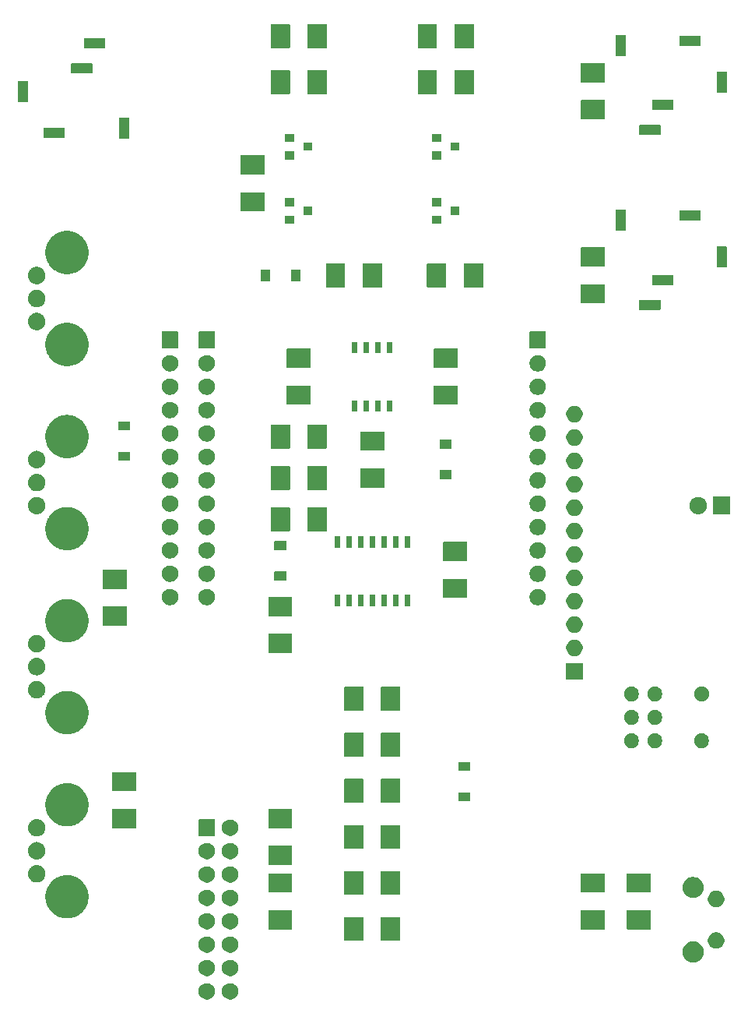
<source format=gbr>
G04 #@! TF.GenerationSoftware,KiCad,Pcbnew,9.0.0*
G04 #@! TF.CreationDate,2025-02-23T15:45:20-07:00*
G04 #@! TF.ProjectId,ADSR_Envelope,41445352-5f45-46e7-9665-6c6f70652e6b,rev?*
G04 #@! TF.SameCoordinates,Original*
G04 #@! TF.FileFunction,Soldermask,Top*
G04 #@! TF.FilePolarity,Negative*
%FSLAX46Y46*%
G04 Gerber Fmt 4.6, Leading zero omitted, Abs format (unit mm)*
G04 Created by KiCad (PCBNEW 9.0.0) date 2025-02-23 15:45:20*
%MOMM*%
%LPD*%
G01*
G04 APERTURE LIST*
G04 APERTURE END LIST*
G36*
X22261546Y-106917797D02*
G01*
X22424728Y-106985389D01*
X22571588Y-107083518D01*
X22696482Y-107208412D01*
X22794611Y-107355272D01*
X22862203Y-107518454D01*
X22896661Y-107691687D01*
X22896661Y-107868313D01*
X22862203Y-108041546D01*
X22794611Y-108204728D01*
X22696482Y-108351588D01*
X22571588Y-108476482D01*
X22424728Y-108574611D01*
X22261546Y-108642203D01*
X22088313Y-108676661D01*
X21911687Y-108676661D01*
X21738454Y-108642203D01*
X21575272Y-108574611D01*
X21428412Y-108476482D01*
X21303518Y-108351588D01*
X21205389Y-108204728D01*
X21137797Y-108041546D01*
X21103339Y-107868313D01*
X21103339Y-107691687D01*
X21137797Y-107518454D01*
X21205389Y-107355272D01*
X21303518Y-107208412D01*
X21428412Y-107083518D01*
X21575272Y-106985389D01*
X21738454Y-106917797D01*
X21911687Y-106883339D01*
X22088313Y-106883339D01*
X22261546Y-106917797D01*
G37*
G36*
X24801546Y-106917797D02*
G01*
X24964728Y-106985389D01*
X25111588Y-107083518D01*
X25236482Y-107208412D01*
X25334611Y-107355272D01*
X25402203Y-107518454D01*
X25436661Y-107691687D01*
X25436661Y-107868313D01*
X25402203Y-108041546D01*
X25334611Y-108204728D01*
X25236482Y-108351588D01*
X25111588Y-108476482D01*
X24964728Y-108574611D01*
X24801546Y-108642203D01*
X24628313Y-108676661D01*
X24451687Y-108676661D01*
X24278454Y-108642203D01*
X24115272Y-108574611D01*
X23968412Y-108476482D01*
X23843518Y-108351588D01*
X23745389Y-108204728D01*
X23677797Y-108041546D01*
X23643339Y-107868313D01*
X23643339Y-107691687D01*
X23677797Y-107518454D01*
X23745389Y-107355272D01*
X23843518Y-107208412D01*
X23968412Y-107083518D01*
X24115272Y-106985389D01*
X24278454Y-106917797D01*
X24451687Y-106883339D01*
X24628313Y-106883339D01*
X24801546Y-106917797D01*
G37*
G36*
X22261546Y-104377797D02*
G01*
X22424728Y-104445389D01*
X22571588Y-104543518D01*
X22696482Y-104668412D01*
X22794611Y-104815272D01*
X22862203Y-104978454D01*
X22896661Y-105151687D01*
X22896661Y-105328313D01*
X22862203Y-105501546D01*
X22794611Y-105664728D01*
X22696482Y-105811588D01*
X22571588Y-105936482D01*
X22424728Y-106034611D01*
X22261546Y-106102203D01*
X22088313Y-106136661D01*
X21911687Y-106136661D01*
X21738454Y-106102203D01*
X21575272Y-106034611D01*
X21428412Y-105936482D01*
X21303518Y-105811588D01*
X21205389Y-105664728D01*
X21137797Y-105501546D01*
X21103339Y-105328313D01*
X21103339Y-105151687D01*
X21137797Y-104978454D01*
X21205389Y-104815272D01*
X21303518Y-104668412D01*
X21428412Y-104543518D01*
X21575272Y-104445389D01*
X21738454Y-104377797D01*
X21911687Y-104343339D01*
X22088313Y-104343339D01*
X22261546Y-104377797D01*
G37*
G36*
X24801546Y-104377797D02*
G01*
X24964728Y-104445389D01*
X25111588Y-104543518D01*
X25236482Y-104668412D01*
X25334611Y-104815272D01*
X25402203Y-104978454D01*
X25436661Y-105151687D01*
X25436661Y-105328313D01*
X25402203Y-105501546D01*
X25334611Y-105664728D01*
X25236482Y-105811588D01*
X25111588Y-105936482D01*
X24964728Y-106034611D01*
X24801546Y-106102203D01*
X24628313Y-106136661D01*
X24451687Y-106136661D01*
X24278454Y-106102203D01*
X24115272Y-106034611D01*
X23968412Y-105936482D01*
X23843518Y-105811588D01*
X23745389Y-105664728D01*
X23677797Y-105501546D01*
X23643339Y-105328313D01*
X23643339Y-105151687D01*
X23677797Y-104978454D01*
X23745389Y-104815272D01*
X23843518Y-104668412D01*
X23968412Y-104543518D01*
X24115272Y-104445389D01*
X24278454Y-104377797D01*
X24451687Y-104343339D01*
X24628313Y-104343339D01*
X24801546Y-104377797D01*
G37*
G36*
X75168696Y-102380802D02*
G01*
X75340469Y-102436615D01*
X75501396Y-102518611D01*
X75647515Y-102624773D01*
X75775227Y-102752485D01*
X75881389Y-102898604D01*
X75963385Y-103059531D01*
X76019198Y-103231304D01*
X76047452Y-103409694D01*
X76047452Y-103590306D01*
X76019198Y-103768696D01*
X75963385Y-103940469D01*
X75881389Y-104101396D01*
X75775227Y-104247515D01*
X75647515Y-104375227D01*
X75501396Y-104481389D01*
X75340469Y-104563385D01*
X75168696Y-104619198D01*
X74990306Y-104647452D01*
X74809694Y-104647452D01*
X74631304Y-104619198D01*
X74459531Y-104563385D01*
X74298604Y-104481389D01*
X74152485Y-104375227D01*
X74024773Y-104247515D01*
X73918611Y-104101396D01*
X73836615Y-103940469D01*
X73780802Y-103768696D01*
X73752548Y-103590306D01*
X73752548Y-103409694D01*
X73780802Y-103231304D01*
X73836615Y-103059531D01*
X73918611Y-102898604D01*
X74024773Y-102752485D01*
X74152485Y-102624773D01*
X74298604Y-102518611D01*
X74459531Y-102436615D01*
X74631304Y-102380802D01*
X74809694Y-102352548D01*
X74990306Y-102352548D01*
X75168696Y-102380802D01*
G37*
G36*
X22261546Y-101837797D02*
G01*
X22424728Y-101905389D01*
X22571588Y-102003518D01*
X22696482Y-102128412D01*
X22794611Y-102275272D01*
X22862203Y-102438454D01*
X22896661Y-102611687D01*
X22896661Y-102788313D01*
X22862203Y-102961546D01*
X22794611Y-103124728D01*
X22696482Y-103271588D01*
X22571588Y-103396482D01*
X22424728Y-103494611D01*
X22261546Y-103562203D01*
X22088313Y-103596661D01*
X21911687Y-103596661D01*
X21738454Y-103562203D01*
X21575272Y-103494611D01*
X21428412Y-103396482D01*
X21303518Y-103271588D01*
X21205389Y-103124728D01*
X21137797Y-102961546D01*
X21103339Y-102788313D01*
X21103339Y-102611687D01*
X21137797Y-102438454D01*
X21205389Y-102275272D01*
X21303518Y-102128412D01*
X21428412Y-102003518D01*
X21575272Y-101905389D01*
X21738454Y-101837797D01*
X21911687Y-101803339D01*
X22088313Y-101803339D01*
X22261546Y-101837797D01*
G37*
G36*
X24801546Y-101837797D02*
G01*
X24964728Y-101905389D01*
X25111588Y-102003518D01*
X25236482Y-102128412D01*
X25334611Y-102275272D01*
X25402203Y-102438454D01*
X25436661Y-102611687D01*
X25436661Y-102788313D01*
X25402203Y-102961546D01*
X25334611Y-103124728D01*
X25236482Y-103271588D01*
X25111588Y-103396482D01*
X24964728Y-103494611D01*
X24801546Y-103562203D01*
X24628313Y-103596661D01*
X24451687Y-103596661D01*
X24278454Y-103562203D01*
X24115272Y-103494611D01*
X23968412Y-103396482D01*
X23843518Y-103271588D01*
X23745389Y-103124728D01*
X23677797Y-102961546D01*
X23643339Y-102788313D01*
X23643339Y-102611687D01*
X23677797Y-102438454D01*
X23745389Y-102275272D01*
X23843518Y-102128412D01*
X23968412Y-102003518D01*
X24115272Y-101905389D01*
X24278454Y-101837797D01*
X24451687Y-101803339D01*
X24628313Y-101803339D01*
X24801546Y-101837797D01*
G37*
G36*
X77661546Y-101387797D02*
G01*
X77824728Y-101455389D01*
X77971588Y-101553518D01*
X78096482Y-101678412D01*
X78194611Y-101825272D01*
X78262203Y-101988454D01*
X78296661Y-102161687D01*
X78296661Y-102338313D01*
X78262203Y-102511546D01*
X78194611Y-102674728D01*
X78096482Y-102821588D01*
X77971588Y-102946482D01*
X77824728Y-103044611D01*
X77661546Y-103112203D01*
X77488313Y-103146661D01*
X77311687Y-103146661D01*
X77138454Y-103112203D01*
X76975272Y-103044611D01*
X76828412Y-102946482D01*
X76703518Y-102821588D01*
X76605389Y-102674728D01*
X76537797Y-102511546D01*
X76503339Y-102338313D01*
X76503339Y-102161687D01*
X76537797Y-101988454D01*
X76605389Y-101825272D01*
X76703518Y-101678412D01*
X76828412Y-101553518D01*
X76975272Y-101455389D01*
X77138454Y-101387797D01*
X77311687Y-101353339D01*
X77488313Y-101353339D01*
X77661546Y-101387797D01*
G37*
G36*
X39019517Y-99702882D02*
G01*
X39036062Y-99713938D01*
X39047118Y-99730483D01*
X39051000Y-99750000D01*
X39051000Y-102250000D01*
X39047118Y-102269517D01*
X39036062Y-102286062D01*
X39019517Y-102297118D01*
X39000000Y-102301000D01*
X37000000Y-102301000D01*
X36980483Y-102297118D01*
X36963938Y-102286062D01*
X36952882Y-102269517D01*
X36949000Y-102250000D01*
X36949000Y-99750000D01*
X36952882Y-99730483D01*
X36963938Y-99713938D01*
X36980483Y-99702882D01*
X37000000Y-99699000D01*
X39000000Y-99699000D01*
X39019517Y-99702882D01*
G37*
G36*
X43019517Y-99702882D02*
G01*
X43036062Y-99713938D01*
X43047118Y-99730483D01*
X43051000Y-99750000D01*
X43051000Y-102250000D01*
X43047118Y-102269517D01*
X43036062Y-102286062D01*
X43019517Y-102297118D01*
X43000000Y-102301000D01*
X41000000Y-102301000D01*
X40980483Y-102297118D01*
X40963938Y-102286062D01*
X40952882Y-102269517D01*
X40949000Y-102250000D01*
X40949000Y-99750000D01*
X40952882Y-99730483D01*
X40963938Y-99713938D01*
X40980483Y-99702882D01*
X41000000Y-99699000D01*
X43000000Y-99699000D01*
X43019517Y-99702882D01*
G37*
G36*
X22261546Y-99297797D02*
G01*
X22424728Y-99365389D01*
X22571588Y-99463518D01*
X22696482Y-99588412D01*
X22794611Y-99735272D01*
X22862203Y-99898454D01*
X22896661Y-100071687D01*
X22896661Y-100248313D01*
X22862203Y-100421546D01*
X22794611Y-100584728D01*
X22696482Y-100731588D01*
X22571588Y-100856482D01*
X22424728Y-100954611D01*
X22261546Y-101022203D01*
X22088313Y-101056661D01*
X21911687Y-101056661D01*
X21738454Y-101022203D01*
X21575272Y-100954611D01*
X21428412Y-100856482D01*
X21303518Y-100731588D01*
X21205389Y-100584728D01*
X21137797Y-100421546D01*
X21103339Y-100248313D01*
X21103339Y-100071687D01*
X21137797Y-99898454D01*
X21205389Y-99735272D01*
X21303518Y-99588412D01*
X21428412Y-99463518D01*
X21575272Y-99365389D01*
X21738454Y-99297797D01*
X21911687Y-99263339D01*
X22088313Y-99263339D01*
X22261546Y-99297797D01*
G37*
G36*
X24801546Y-99297797D02*
G01*
X24964728Y-99365389D01*
X25111588Y-99463518D01*
X25236482Y-99588412D01*
X25334611Y-99735272D01*
X25402203Y-99898454D01*
X25436661Y-100071687D01*
X25436661Y-100248313D01*
X25402203Y-100421546D01*
X25334611Y-100584728D01*
X25236482Y-100731588D01*
X25111588Y-100856482D01*
X24964728Y-100954611D01*
X24801546Y-101022203D01*
X24628313Y-101056661D01*
X24451687Y-101056661D01*
X24278454Y-101022203D01*
X24115272Y-100954611D01*
X23968412Y-100856482D01*
X23843518Y-100731588D01*
X23745389Y-100584728D01*
X23677797Y-100421546D01*
X23643339Y-100248313D01*
X23643339Y-100071687D01*
X23677797Y-99898454D01*
X23745389Y-99735272D01*
X23843518Y-99588412D01*
X23968412Y-99463518D01*
X24115272Y-99365389D01*
X24278454Y-99297797D01*
X24451687Y-99263339D01*
X24628313Y-99263339D01*
X24801546Y-99297797D01*
G37*
G36*
X31269517Y-98952882D02*
G01*
X31286062Y-98963938D01*
X31297118Y-98980483D01*
X31301000Y-99000000D01*
X31301000Y-101000000D01*
X31297118Y-101019517D01*
X31286062Y-101036062D01*
X31269517Y-101047118D01*
X31250000Y-101051000D01*
X28750000Y-101051000D01*
X28730483Y-101047118D01*
X28713938Y-101036062D01*
X28702882Y-101019517D01*
X28699000Y-101000000D01*
X28699000Y-99000000D01*
X28702882Y-98980483D01*
X28713938Y-98963938D01*
X28730483Y-98952882D01*
X28750000Y-98949000D01*
X31250000Y-98949000D01*
X31269517Y-98952882D01*
G37*
G36*
X65269517Y-98952882D02*
G01*
X65286062Y-98963938D01*
X65297118Y-98980483D01*
X65301000Y-99000000D01*
X65301000Y-101000000D01*
X65297118Y-101019517D01*
X65286062Y-101036062D01*
X65269517Y-101047118D01*
X65250000Y-101051000D01*
X62750000Y-101051000D01*
X62730483Y-101047118D01*
X62713938Y-101036062D01*
X62702882Y-101019517D01*
X62699000Y-101000000D01*
X62699000Y-99000000D01*
X62702882Y-98980483D01*
X62713938Y-98963938D01*
X62730483Y-98952882D01*
X62750000Y-98949000D01*
X65250000Y-98949000D01*
X65269517Y-98952882D01*
G37*
G36*
X70269517Y-98952882D02*
G01*
X70286062Y-98963938D01*
X70297118Y-98980483D01*
X70301000Y-99000000D01*
X70301000Y-101000000D01*
X70297118Y-101019517D01*
X70286062Y-101036062D01*
X70269517Y-101047118D01*
X70250000Y-101051000D01*
X67750000Y-101051000D01*
X67730483Y-101047118D01*
X67713938Y-101036062D01*
X67702882Y-101019517D01*
X67699000Y-101000000D01*
X67699000Y-99000000D01*
X67702882Y-98980483D01*
X67713938Y-98963938D01*
X67730483Y-98952882D01*
X67750000Y-98949000D01*
X70250000Y-98949000D01*
X70269517Y-98952882D01*
G37*
G36*
X6941920Y-95154034D02*
G01*
X6953763Y-95154034D01*
X7024053Y-95163287D01*
X7193772Y-95182410D01*
X7227124Y-95190022D01*
X7258657Y-95194174D01*
X7335379Y-95214731D01*
X7450782Y-95241072D01*
X7506678Y-95260630D01*
X7555704Y-95273767D01*
X7618194Y-95299651D01*
X7699617Y-95328142D01*
X7777336Y-95365569D01*
X7839821Y-95391452D01*
X7883773Y-95416827D01*
X7937125Y-95442521D01*
X8037338Y-95505489D01*
X8106146Y-95545215D01*
X8131386Y-95564582D01*
X8160341Y-95582776D01*
X8293832Y-95689232D01*
X8350122Y-95732425D01*
X8358501Y-95740804D01*
X8366446Y-95747140D01*
X8552859Y-95933553D01*
X8559194Y-95941497D01*
X8567575Y-95949878D01*
X8610772Y-96006174D01*
X8717223Y-96139658D01*
X8735415Y-96168610D01*
X8754785Y-96193854D01*
X8794515Y-96262668D01*
X8857478Y-96362874D01*
X8883168Y-96416221D01*
X8908548Y-96460179D01*
X8934433Y-96522671D01*
X8971857Y-96600382D01*
X9000344Y-96681795D01*
X9026233Y-96744296D01*
X9039371Y-96793329D01*
X9058927Y-96849217D01*
X9085263Y-96964600D01*
X9105826Y-97041343D01*
X9109978Y-97072883D01*
X9117589Y-97106227D01*
X9136709Y-97275929D01*
X9145966Y-97346237D01*
X9145966Y-97358080D01*
X9147105Y-97368189D01*
X9147105Y-97631810D01*
X9145966Y-97641918D01*
X9145966Y-97653763D01*
X9136709Y-97724076D01*
X9117589Y-97893772D01*
X9109978Y-97927114D01*
X9105826Y-97958657D01*
X9085261Y-98035405D01*
X9058927Y-98150782D01*
X9039372Y-98206665D01*
X9026233Y-98255704D01*
X9000342Y-98318210D01*
X8971857Y-98399617D01*
X8934436Y-98477321D01*
X8908548Y-98539821D01*
X8883166Y-98583783D01*
X8857478Y-98637125D01*
X8794522Y-98737319D01*
X8754785Y-98806146D01*
X8735411Y-98831393D01*
X8717223Y-98860341D01*
X8610793Y-98993799D01*
X8567575Y-99050122D01*
X8559190Y-99058506D01*
X8552859Y-99066446D01*
X8366446Y-99252859D01*
X8358506Y-99259190D01*
X8350122Y-99267575D01*
X8293799Y-99310793D01*
X8160341Y-99417223D01*
X8131393Y-99435411D01*
X8106146Y-99454785D01*
X8037319Y-99494522D01*
X7937125Y-99557478D01*
X7883783Y-99583166D01*
X7839821Y-99608548D01*
X7777321Y-99634436D01*
X7699617Y-99671857D01*
X7618210Y-99700342D01*
X7555704Y-99726233D01*
X7506665Y-99739372D01*
X7450782Y-99758927D01*
X7335405Y-99785261D01*
X7258657Y-99805826D01*
X7227114Y-99809978D01*
X7193772Y-99817589D01*
X7024072Y-99836709D01*
X6953763Y-99845966D01*
X6941920Y-99845966D01*
X6931811Y-99847105D01*
X6668189Y-99847105D01*
X6658080Y-99845966D01*
X6646237Y-99845966D01*
X6575929Y-99836709D01*
X6406227Y-99817589D01*
X6372883Y-99809978D01*
X6341343Y-99805826D01*
X6264600Y-99785263D01*
X6149217Y-99758927D01*
X6093329Y-99739371D01*
X6044296Y-99726233D01*
X5981795Y-99700344D01*
X5900382Y-99671857D01*
X5822671Y-99634433D01*
X5760179Y-99608548D01*
X5716221Y-99583168D01*
X5662874Y-99557478D01*
X5562668Y-99494515D01*
X5493854Y-99454785D01*
X5468610Y-99435415D01*
X5439658Y-99417223D01*
X5306174Y-99310772D01*
X5249878Y-99267575D01*
X5241497Y-99259194D01*
X5233553Y-99252859D01*
X5047140Y-99066446D01*
X5040804Y-99058501D01*
X5032425Y-99050122D01*
X4989232Y-98993832D01*
X4882776Y-98860341D01*
X4864582Y-98831386D01*
X4845215Y-98806146D01*
X4805489Y-98737338D01*
X4742521Y-98637125D01*
X4716827Y-98583773D01*
X4691452Y-98539821D01*
X4665569Y-98477336D01*
X4628142Y-98399617D01*
X4599651Y-98318194D01*
X4573767Y-98255704D01*
X4560630Y-98206678D01*
X4541072Y-98150782D01*
X4514731Y-98035379D01*
X4494174Y-97958657D01*
X4490022Y-97927124D01*
X4482410Y-97893772D01*
X4463288Y-97724057D01*
X4454034Y-97653763D01*
X4454034Y-97641919D01*
X4452895Y-97631810D01*
X4452895Y-97368189D01*
X4454034Y-97358079D01*
X4454034Y-97346237D01*
X4463287Y-97275948D01*
X4482410Y-97106227D01*
X4490023Y-97072872D01*
X4494174Y-97041343D01*
X4514730Y-96964625D01*
X4541072Y-96849217D01*
X4560631Y-96793317D01*
X4573767Y-96744296D01*
X4599649Y-96681810D01*
X4628142Y-96600382D01*
X4665572Y-96522656D01*
X4691452Y-96460179D01*
X4716825Y-96416231D01*
X4742521Y-96362874D01*
X4805496Y-96262648D01*
X4845215Y-96193854D01*
X4864579Y-96168617D01*
X4882776Y-96139658D01*
X4989252Y-96006141D01*
X5032425Y-95949878D01*
X5040800Y-95941502D01*
X5047140Y-95933553D01*
X5233553Y-95747140D01*
X5241502Y-95740800D01*
X5249878Y-95732425D01*
X5306141Y-95689252D01*
X5439658Y-95582776D01*
X5468617Y-95564579D01*
X5493854Y-95545215D01*
X5562648Y-95505496D01*
X5662874Y-95442521D01*
X5716231Y-95416825D01*
X5760179Y-95391452D01*
X5822656Y-95365572D01*
X5900382Y-95328142D01*
X5981810Y-95299649D01*
X6044296Y-95273767D01*
X6093317Y-95260631D01*
X6149217Y-95241072D01*
X6264625Y-95214730D01*
X6341343Y-95194174D01*
X6372872Y-95190023D01*
X6406227Y-95182410D01*
X6575948Y-95163287D01*
X6646237Y-95154034D01*
X6658080Y-95154034D01*
X6668189Y-95152895D01*
X6931811Y-95152895D01*
X6941920Y-95154034D01*
G37*
G36*
X77661546Y-96887797D02*
G01*
X77824728Y-96955389D01*
X77971588Y-97053518D01*
X78096482Y-97178412D01*
X78194611Y-97325272D01*
X78262203Y-97488454D01*
X78296661Y-97661687D01*
X78296661Y-97838313D01*
X78262203Y-98011546D01*
X78194611Y-98174728D01*
X78096482Y-98321588D01*
X77971588Y-98446482D01*
X77824728Y-98544611D01*
X77661546Y-98612203D01*
X77488313Y-98646661D01*
X77311687Y-98646661D01*
X77138454Y-98612203D01*
X76975272Y-98544611D01*
X76828412Y-98446482D01*
X76703518Y-98321588D01*
X76605389Y-98174728D01*
X76537797Y-98011546D01*
X76503339Y-97838313D01*
X76503339Y-97661687D01*
X76537797Y-97488454D01*
X76605389Y-97325272D01*
X76703518Y-97178412D01*
X76828412Y-97053518D01*
X76975272Y-96955389D01*
X77138454Y-96887797D01*
X77311687Y-96853339D01*
X77488313Y-96853339D01*
X77661546Y-96887797D01*
G37*
G36*
X22261546Y-96757797D02*
G01*
X22424728Y-96825389D01*
X22571588Y-96923518D01*
X22696482Y-97048412D01*
X22794611Y-97195272D01*
X22862203Y-97358454D01*
X22896661Y-97531687D01*
X22896661Y-97708313D01*
X22862203Y-97881546D01*
X22794611Y-98044728D01*
X22696482Y-98191588D01*
X22571588Y-98316482D01*
X22424728Y-98414611D01*
X22261546Y-98482203D01*
X22088313Y-98516661D01*
X21911687Y-98516661D01*
X21738454Y-98482203D01*
X21575272Y-98414611D01*
X21428412Y-98316482D01*
X21303518Y-98191588D01*
X21205389Y-98044728D01*
X21137797Y-97881546D01*
X21103339Y-97708313D01*
X21103339Y-97531687D01*
X21137797Y-97358454D01*
X21205389Y-97195272D01*
X21303518Y-97048412D01*
X21428412Y-96923518D01*
X21575272Y-96825389D01*
X21738454Y-96757797D01*
X21911687Y-96723339D01*
X22088313Y-96723339D01*
X22261546Y-96757797D01*
G37*
G36*
X24801546Y-96757797D02*
G01*
X24964728Y-96825389D01*
X25111588Y-96923518D01*
X25236482Y-97048412D01*
X25334611Y-97195272D01*
X25402203Y-97358454D01*
X25436661Y-97531687D01*
X25436661Y-97708313D01*
X25402203Y-97881546D01*
X25334611Y-98044728D01*
X25236482Y-98191588D01*
X25111588Y-98316482D01*
X24964728Y-98414611D01*
X24801546Y-98482203D01*
X24628313Y-98516661D01*
X24451687Y-98516661D01*
X24278454Y-98482203D01*
X24115272Y-98414611D01*
X23968412Y-98316482D01*
X23843518Y-98191588D01*
X23745389Y-98044728D01*
X23677797Y-97881546D01*
X23643339Y-97708313D01*
X23643339Y-97531687D01*
X23677797Y-97358454D01*
X23745389Y-97195272D01*
X23843518Y-97048412D01*
X23968412Y-96923518D01*
X24115272Y-96825389D01*
X24278454Y-96757797D01*
X24451687Y-96723339D01*
X24628313Y-96723339D01*
X24801546Y-96757797D01*
G37*
G36*
X75168696Y-95380802D02*
G01*
X75340469Y-95436615D01*
X75501396Y-95518611D01*
X75647515Y-95624773D01*
X75775227Y-95752485D01*
X75881389Y-95898604D01*
X75963385Y-96059531D01*
X76019198Y-96231304D01*
X76047452Y-96409694D01*
X76047452Y-96590306D01*
X76019198Y-96768696D01*
X75963385Y-96940469D01*
X75881389Y-97101396D01*
X75775227Y-97247515D01*
X75647515Y-97375227D01*
X75501396Y-97481389D01*
X75340469Y-97563385D01*
X75168696Y-97619198D01*
X74990306Y-97647452D01*
X74809694Y-97647452D01*
X74631304Y-97619198D01*
X74459531Y-97563385D01*
X74298604Y-97481389D01*
X74152485Y-97375227D01*
X74024773Y-97247515D01*
X73918611Y-97101396D01*
X73836615Y-96940469D01*
X73780802Y-96768696D01*
X73752548Y-96590306D01*
X73752548Y-96409694D01*
X73780802Y-96231304D01*
X73836615Y-96059531D01*
X73918611Y-95898604D01*
X74024773Y-95752485D01*
X74152485Y-95624773D01*
X74298604Y-95518611D01*
X74459531Y-95436615D01*
X74631304Y-95380802D01*
X74809694Y-95352548D01*
X74990306Y-95352548D01*
X75168696Y-95380802D01*
G37*
G36*
X39019517Y-94702882D02*
G01*
X39036062Y-94713938D01*
X39047118Y-94730483D01*
X39051000Y-94750000D01*
X39051000Y-97250000D01*
X39047118Y-97269517D01*
X39036062Y-97286062D01*
X39019517Y-97297118D01*
X39000000Y-97301000D01*
X37000000Y-97301000D01*
X36980483Y-97297118D01*
X36963938Y-97286062D01*
X36952882Y-97269517D01*
X36949000Y-97250000D01*
X36949000Y-94750000D01*
X36952882Y-94730483D01*
X36963938Y-94713938D01*
X36980483Y-94702882D01*
X37000000Y-94699000D01*
X39000000Y-94699000D01*
X39019517Y-94702882D01*
G37*
G36*
X43019517Y-94702882D02*
G01*
X43036062Y-94713938D01*
X43047118Y-94730483D01*
X43051000Y-94750000D01*
X43051000Y-97250000D01*
X43047118Y-97269517D01*
X43036062Y-97286062D01*
X43019517Y-97297118D01*
X43000000Y-97301000D01*
X41000000Y-97301000D01*
X40980483Y-97297118D01*
X40963938Y-97286062D01*
X40952882Y-97269517D01*
X40949000Y-97250000D01*
X40949000Y-94750000D01*
X40952882Y-94730483D01*
X40963938Y-94713938D01*
X40980483Y-94702882D01*
X41000000Y-94699000D01*
X43000000Y-94699000D01*
X43019517Y-94702882D01*
G37*
G36*
X31269517Y-94952882D02*
G01*
X31286062Y-94963938D01*
X31297118Y-94980483D01*
X31301000Y-95000000D01*
X31301000Y-97000000D01*
X31297118Y-97019517D01*
X31286062Y-97036062D01*
X31269517Y-97047118D01*
X31250000Y-97051000D01*
X28750000Y-97051000D01*
X28730483Y-97047118D01*
X28713938Y-97036062D01*
X28702882Y-97019517D01*
X28699000Y-97000000D01*
X28699000Y-95000000D01*
X28702882Y-94980483D01*
X28713938Y-94963938D01*
X28730483Y-94952882D01*
X28750000Y-94949000D01*
X31250000Y-94949000D01*
X31269517Y-94952882D01*
G37*
G36*
X65269517Y-94952882D02*
G01*
X65286062Y-94963938D01*
X65297118Y-94980483D01*
X65301000Y-95000000D01*
X65301000Y-97000000D01*
X65297118Y-97019517D01*
X65286062Y-97036062D01*
X65269517Y-97047118D01*
X65250000Y-97051000D01*
X62750000Y-97051000D01*
X62730483Y-97047118D01*
X62713938Y-97036062D01*
X62702882Y-97019517D01*
X62699000Y-97000000D01*
X62699000Y-95000000D01*
X62702882Y-94980483D01*
X62713938Y-94963938D01*
X62730483Y-94952882D01*
X62750000Y-94949000D01*
X65250000Y-94949000D01*
X65269517Y-94952882D01*
G37*
G36*
X70269517Y-94952882D02*
G01*
X70286062Y-94963938D01*
X70297118Y-94980483D01*
X70301000Y-95000000D01*
X70301000Y-97000000D01*
X70297118Y-97019517D01*
X70286062Y-97036062D01*
X70269517Y-97047118D01*
X70250000Y-97051000D01*
X67750000Y-97051000D01*
X67730483Y-97047118D01*
X67713938Y-97036062D01*
X67702882Y-97019517D01*
X67699000Y-97000000D01*
X67699000Y-95000000D01*
X67702882Y-94980483D01*
X67713938Y-94963938D01*
X67730483Y-94952882D01*
X67750000Y-94949000D01*
X70250000Y-94949000D01*
X70269517Y-94952882D01*
G37*
G36*
X22261546Y-94217797D02*
G01*
X22424728Y-94285389D01*
X22571588Y-94383518D01*
X22696482Y-94508412D01*
X22794611Y-94655272D01*
X22862203Y-94818454D01*
X22896661Y-94991687D01*
X22896661Y-95168313D01*
X22862203Y-95341546D01*
X22794611Y-95504728D01*
X22696482Y-95651588D01*
X22571588Y-95776482D01*
X22424728Y-95874611D01*
X22261546Y-95942203D01*
X22088313Y-95976661D01*
X21911687Y-95976661D01*
X21738454Y-95942203D01*
X21575272Y-95874611D01*
X21428412Y-95776482D01*
X21303518Y-95651588D01*
X21205389Y-95504728D01*
X21137797Y-95341546D01*
X21103339Y-95168313D01*
X21103339Y-94991687D01*
X21137797Y-94818454D01*
X21205389Y-94655272D01*
X21303518Y-94508412D01*
X21428412Y-94383518D01*
X21575272Y-94285389D01*
X21738454Y-94217797D01*
X21911687Y-94183339D01*
X22088313Y-94183339D01*
X22261546Y-94217797D01*
G37*
G36*
X24801546Y-94217797D02*
G01*
X24964728Y-94285389D01*
X25111588Y-94383518D01*
X25236482Y-94508412D01*
X25334611Y-94655272D01*
X25402203Y-94818454D01*
X25436661Y-94991687D01*
X25436661Y-95168313D01*
X25402203Y-95341546D01*
X25334611Y-95504728D01*
X25236482Y-95651588D01*
X25111588Y-95776482D01*
X24964728Y-95874611D01*
X24801546Y-95942203D01*
X24628313Y-95976661D01*
X24451687Y-95976661D01*
X24278454Y-95942203D01*
X24115272Y-95874611D01*
X23968412Y-95776482D01*
X23843518Y-95651588D01*
X23745389Y-95504728D01*
X23677797Y-95341546D01*
X23643339Y-95168313D01*
X23643339Y-94991687D01*
X23677797Y-94818454D01*
X23745389Y-94655272D01*
X23843518Y-94508412D01*
X23968412Y-94383518D01*
X24115272Y-94285389D01*
X24278454Y-94217797D01*
X24451687Y-94183339D01*
X24628313Y-94183339D01*
X24801546Y-94217797D01*
G37*
G36*
X3582553Y-94053579D02*
G01*
X3593214Y-94053579D01*
X3634865Y-94061864D01*
X3721916Y-94075651D01*
X3749918Y-94084749D01*
X3776061Y-94089950D01*
X3812956Y-94105232D01*
X3863784Y-94121748D01*
X3911399Y-94146009D01*
X3948298Y-94161293D01*
X3970463Y-94176103D01*
X3996693Y-94189468D01*
X4067990Y-94241268D01*
X4103308Y-94264867D01*
X4110846Y-94272405D01*
X4117370Y-94277145D01*
X4222854Y-94382629D01*
X4227593Y-94389152D01*
X4235133Y-94396692D01*
X4258734Y-94432014D01*
X4310531Y-94503306D01*
X4323894Y-94529533D01*
X4338707Y-94551702D01*
X4353993Y-94588605D01*
X4378251Y-94636215D01*
X4394764Y-94687035D01*
X4410050Y-94723939D01*
X4415251Y-94750086D01*
X4424348Y-94778083D01*
X4438134Y-94865125D01*
X4446421Y-94906786D01*
X4446421Y-94917447D01*
X4447683Y-94925415D01*
X4447683Y-95074584D01*
X4446421Y-95082551D01*
X4446421Y-95093214D01*
X4438133Y-95134877D01*
X4424348Y-95221916D01*
X4415251Y-95249910D01*
X4410050Y-95276061D01*
X4394762Y-95312968D01*
X4378251Y-95363784D01*
X4353995Y-95411388D01*
X4338707Y-95448298D01*
X4323892Y-95470470D01*
X4310531Y-95496693D01*
X4258742Y-95567973D01*
X4235133Y-95603308D01*
X4227591Y-95610849D01*
X4222854Y-95617370D01*
X4117370Y-95722854D01*
X4110849Y-95727591D01*
X4103308Y-95735133D01*
X4067973Y-95758742D01*
X3996693Y-95810531D01*
X3970470Y-95823892D01*
X3948298Y-95838707D01*
X3911388Y-95853995D01*
X3863784Y-95878251D01*
X3812968Y-95894762D01*
X3776061Y-95910050D01*
X3749910Y-95915251D01*
X3721916Y-95924348D01*
X3634875Y-95938133D01*
X3593214Y-95946421D01*
X3582553Y-95946421D01*
X3574585Y-95947683D01*
X3425415Y-95947683D01*
X3417447Y-95946421D01*
X3406786Y-95946421D01*
X3365125Y-95938134D01*
X3278083Y-95924348D01*
X3250086Y-95915251D01*
X3223939Y-95910050D01*
X3187035Y-95894764D01*
X3136215Y-95878251D01*
X3088605Y-95853993D01*
X3051702Y-95838707D01*
X3029533Y-95823894D01*
X3003306Y-95810531D01*
X2932014Y-95758734D01*
X2896692Y-95735133D01*
X2889152Y-95727593D01*
X2882629Y-95722854D01*
X2777145Y-95617370D01*
X2772405Y-95610846D01*
X2764867Y-95603308D01*
X2741268Y-95567990D01*
X2689468Y-95496693D01*
X2676103Y-95470463D01*
X2661293Y-95448298D01*
X2646009Y-95411399D01*
X2621748Y-95363784D01*
X2605232Y-95312956D01*
X2589950Y-95276061D01*
X2584749Y-95249918D01*
X2575651Y-95221916D01*
X2561864Y-95134867D01*
X2553579Y-95093214D01*
X2553579Y-95082552D01*
X2552317Y-95074584D01*
X2552317Y-94925415D01*
X2553579Y-94917446D01*
X2553579Y-94906786D01*
X2561863Y-94865136D01*
X2575651Y-94778083D01*
X2584750Y-94750078D01*
X2589950Y-94723939D01*
X2605231Y-94687046D01*
X2621748Y-94636215D01*
X2646011Y-94588595D01*
X2661293Y-94551702D01*
X2676101Y-94529539D01*
X2689468Y-94503306D01*
X2741277Y-94431996D01*
X2764867Y-94396692D01*
X2772402Y-94389156D01*
X2777145Y-94382629D01*
X2882629Y-94277145D01*
X2889156Y-94272402D01*
X2896692Y-94264867D01*
X2931996Y-94241277D01*
X3003306Y-94189468D01*
X3029539Y-94176101D01*
X3051702Y-94161293D01*
X3088595Y-94146011D01*
X3136215Y-94121748D01*
X3187046Y-94105231D01*
X3223939Y-94089950D01*
X3250078Y-94084750D01*
X3278083Y-94075651D01*
X3365136Y-94061863D01*
X3406786Y-94053579D01*
X3417447Y-94053579D01*
X3425415Y-94052317D01*
X3574585Y-94052317D01*
X3582553Y-94053579D01*
G37*
G36*
X31269517Y-91952882D02*
G01*
X31286062Y-91963938D01*
X31297118Y-91980483D01*
X31301000Y-92000000D01*
X31301000Y-94000000D01*
X31297118Y-94019517D01*
X31286062Y-94036062D01*
X31269517Y-94047118D01*
X31250000Y-94051000D01*
X28750000Y-94051000D01*
X28730483Y-94047118D01*
X28713938Y-94036062D01*
X28702882Y-94019517D01*
X28699000Y-94000000D01*
X28699000Y-92000000D01*
X28702882Y-91980483D01*
X28713938Y-91963938D01*
X28730483Y-91952882D01*
X28750000Y-91949000D01*
X31250000Y-91949000D01*
X31269517Y-91952882D01*
G37*
G36*
X3582553Y-91553579D02*
G01*
X3593214Y-91553579D01*
X3634865Y-91561864D01*
X3721916Y-91575651D01*
X3749918Y-91584749D01*
X3776061Y-91589950D01*
X3812956Y-91605232D01*
X3863784Y-91621748D01*
X3911399Y-91646009D01*
X3948298Y-91661293D01*
X3970463Y-91676103D01*
X3996693Y-91689468D01*
X4067990Y-91741268D01*
X4103308Y-91764867D01*
X4110846Y-91772405D01*
X4117370Y-91777145D01*
X4222854Y-91882629D01*
X4227593Y-91889152D01*
X4235133Y-91896692D01*
X4258734Y-91932014D01*
X4310531Y-92003306D01*
X4323894Y-92029533D01*
X4338707Y-92051702D01*
X4353993Y-92088605D01*
X4378251Y-92136215D01*
X4394764Y-92187035D01*
X4410050Y-92223939D01*
X4415251Y-92250086D01*
X4424348Y-92278083D01*
X4438134Y-92365125D01*
X4446421Y-92406786D01*
X4446421Y-92417447D01*
X4447683Y-92425415D01*
X4447683Y-92574584D01*
X4446421Y-92582551D01*
X4446421Y-92593214D01*
X4438133Y-92634877D01*
X4424348Y-92721916D01*
X4415251Y-92749910D01*
X4410050Y-92776061D01*
X4394762Y-92812968D01*
X4378251Y-92863784D01*
X4353995Y-92911388D01*
X4338707Y-92948298D01*
X4323892Y-92970470D01*
X4310531Y-92996693D01*
X4258742Y-93067973D01*
X4235133Y-93103308D01*
X4227591Y-93110849D01*
X4222854Y-93117370D01*
X4117370Y-93222854D01*
X4110849Y-93227591D01*
X4103308Y-93235133D01*
X4067973Y-93258742D01*
X3996693Y-93310531D01*
X3970470Y-93323892D01*
X3948298Y-93338707D01*
X3911388Y-93353995D01*
X3863784Y-93378251D01*
X3812968Y-93394762D01*
X3776061Y-93410050D01*
X3749910Y-93415251D01*
X3721916Y-93424348D01*
X3634875Y-93438133D01*
X3593214Y-93446421D01*
X3582553Y-93446421D01*
X3574585Y-93447683D01*
X3425415Y-93447683D01*
X3417447Y-93446421D01*
X3406786Y-93446421D01*
X3365125Y-93438134D01*
X3278083Y-93424348D01*
X3250086Y-93415251D01*
X3223939Y-93410050D01*
X3187035Y-93394764D01*
X3136215Y-93378251D01*
X3088605Y-93353993D01*
X3051702Y-93338707D01*
X3029533Y-93323894D01*
X3003306Y-93310531D01*
X2932014Y-93258734D01*
X2896692Y-93235133D01*
X2889152Y-93227593D01*
X2882629Y-93222854D01*
X2777145Y-93117370D01*
X2772405Y-93110846D01*
X2764867Y-93103308D01*
X2741268Y-93067990D01*
X2689468Y-92996693D01*
X2676103Y-92970463D01*
X2661293Y-92948298D01*
X2646009Y-92911399D01*
X2621748Y-92863784D01*
X2605232Y-92812956D01*
X2589950Y-92776061D01*
X2584749Y-92749918D01*
X2575651Y-92721916D01*
X2561864Y-92634867D01*
X2553579Y-92593214D01*
X2553579Y-92582552D01*
X2552317Y-92574584D01*
X2552317Y-92425415D01*
X2553579Y-92417446D01*
X2553579Y-92406786D01*
X2561863Y-92365136D01*
X2575651Y-92278083D01*
X2584750Y-92250078D01*
X2589950Y-92223939D01*
X2605231Y-92187046D01*
X2621748Y-92136215D01*
X2646011Y-92088595D01*
X2661293Y-92051702D01*
X2676101Y-92029539D01*
X2689468Y-92003306D01*
X2741277Y-91931996D01*
X2764867Y-91896692D01*
X2772402Y-91889156D01*
X2777145Y-91882629D01*
X2882629Y-91777145D01*
X2889156Y-91772402D01*
X2896692Y-91764867D01*
X2931996Y-91741277D01*
X3003306Y-91689468D01*
X3029539Y-91676101D01*
X3051702Y-91661293D01*
X3088595Y-91646011D01*
X3136215Y-91621748D01*
X3187046Y-91605231D01*
X3223939Y-91589950D01*
X3250078Y-91584750D01*
X3278083Y-91575651D01*
X3365136Y-91561863D01*
X3406786Y-91553579D01*
X3417447Y-91553579D01*
X3425415Y-91552317D01*
X3574585Y-91552317D01*
X3582553Y-91553579D01*
G37*
G36*
X22261546Y-91677797D02*
G01*
X22424728Y-91745389D01*
X22571588Y-91843518D01*
X22696482Y-91968412D01*
X22794611Y-92115272D01*
X22862203Y-92278454D01*
X22896661Y-92451687D01*
X22896661Y-92628313D01*
X22862203Y-92801546D01*
X22794611Y-92964728D01*
X22696482Y-93111588D01*
X22571588Y-93236482D01*
X22424728Y-93334611D01*
X22261546Y-93402203D01*
X22088313Y-93436661D01*
X21911687Y-93436661D01*
X21738454Y-93402203D01*
X21575272Y-93334611D01*
X21428412Y-93236482D01*
X21303518Y-93111588D01*
X21205389Y-92964728D01*
X21137797Y-92801546D01*
X21103339Y-92628313D01*
X21103339Y-92451687D01*
X21137797Y-92278454D01*
X21205389Y-92115272D01*
X21303518Y-91968412D01*
X21428412Y-91843518D01*
X21575272Y-91745389D01*
X21738454Y-91677797D01*
X21911687Y-91643339D01*
X22088313Y-91643339D01*
X22261546Y-91677797D01*
G37*
G36*
X24801546Y-91677797D02*
G01*
X24964728Y-91745389D01*
X25111588Y-91843518D01*
X25236482Y-91968412D01*
X25334611Y-92115272D01*
X25402203Y-92278454D01*
X25436661Y-92451687D01*
X25436661Y-92628313D01*
X25402203Y-92801546D01*
X25334611Y-92964728D01*
X25236482Y-93111588D01*
X25111588Y-93236482D01*
X24964728Y-93334611D01*
X24801546Y-93402203D01*
X24628313Y-93436661D01*
X24451687Y-93436661D01*
X24278454Y-93402203D01*
X24115272Y-93334611D01*
X23968412Y-93236482D01*
X23843518Y-93111588D01*
X23745389Y-92964728D01*
X23677797Y-92801546D01*
X23643339Y-92628313D01*
X23643339Y-92451687D01*
X23677797Y-92278454D01*
X23745389Y-92115272D01*
X23843518Y-91968412D01*
X23968412Y-91843518D01*
X24115272Y-91745389D01*
X24278454Y-91677797D01*
X24451687Y-91643339D01*
X24628313Y-91643339D01*
X24801546Y-91677797D01*
G37*
G36*
X39019517Y-89702882D02*
G01*
X39036062Y-89713938D01*
X39047118Y-89730483D01*
X39051000Y-89750000D01*
X39051000Y-92250000D01*
X39047118Y-92269517D01*
X39036062Y-92286062D01*
X39019517Y-92297118D01*
X39000000Y-92301000D01*
X37000000Y-92301000D01*
X36980483Y-92297118D01*
X36963938Y-92286062D01*
X36952882Y-92269517D01*
X36949000Y-92250000D01*
X36949000Y-89750000D01*
X36952882Y-89730483D01*
X36963938Y-89713938D01*
X36980483Y-89702882D01*
X37000000Y-89699000D01*
X39000000Y-89699000D01*
X39019517Y-89702882D01*
G37*
G36*
X43019517Y-89702882D02*
G01*
X43036062Y-89713938D01*
X43047118Y-89730483D01*
X43051000Y-89750000D01*
X43051000Y-92250000D01*
X43047118Y-92269517D01*
X43036062Y-92286062D01*
X43019517Y-92297118D01*
X43000000Y-92301000D01*
X41000000Y-92301000D01*
X40980483Y-92297118D01*
X40963938Y-92286062D01*
X40952882Y-92269517D01*
X40949000Y-92250000D01*
X40949000Y-89750000D01*
X40952882Y-89730483D01*
X40963938Y-89713938D01*
X40980483Y-89702882D01*
X41000000Y-89699000D01*
X43000000Y-89699000D01*
X43019517Y-89702882D01*
G37*
G36*
X3582553Y-89053579D02*
G01*
X3593214Y-89053579D01*
X3634865Y-89061864D01*
X3721916Y-89075651D01*
X3749918Y-89084749D01*
X3776061Y-89089950D01*
X3812956Y-89105232D01*
X3863784Y-89121748D01*
X3911399Y-89146009D01*
X3948298Y-89161293D01*
X3970463Y-89176103D01*
X3996693Y-89189468D01*
X4067990Y-89241268D01*
X4103308Y-89264867D01*
X4110846Y-89272405D01*
X4117370Y-89277145D01*
X4222854Y-89382629D01*
X4227593Y-89389152D01*
X4235133Y-89396692D01*
X4258734Y-89432014D01*
X4310531Y-89503306D01*
X4323894Y-89529533D01*
X4338707Y-89551702D01*
X4353993Y-89588605D01*
X4378251Y-89636215D01*
X4394764Y-89687035D01*
X4410050Y-89723939D01*
X4415251Y-89750086D01*
X4424348Y-89778083D01*
X4438134Y-89865125D01*
X4446421Y-89906786D01*
X4446421Y-89917447D01*
X4447683Y-89925415D01*
X4447683Y-90074584D01*
X4446421Y-90082551D01*
X4446421Y-90093214D01*
X4438133Y-90134877D01*
X4424348Y-90221916D01*
X4415251Y-90249910D01*
X4410050Y-90276061D01*
X4394762Y-90312968D01*
X4378251Y-90363784D01*
X4353995Y-90411388D01*
X4338707Y-90448298D01*
X4323892Y-90470470D01*
X4310531Y-90496693D01*
X4258742Y-90567973D01*
X4235133Y-90603308D01*
X4227591Y-90610849D01*
X4222854Y-90617370D01*
X4117370Y-90722854D01*
X4110849Y-90727591D01*
X4103308Y-90735133D01*
X4067973Y-90758742D01*
X3996693Y-90810531D01*
X3970470Y-90823892D01*
X3948298Y-90838707D01*
X3911388Y-90853995D01*
X3863784Y-90878251D01*
X3812968Y-90894762D01*
X3776061Y-90910050D01*
X3749910Y-90915251D01*
X3721916Y-90924348D01*
X3634875Y-90938133D01*
X3593214Y-90946421D01*
X3582553Y-90946421D01*
X3574585Y-90947683D01*
X3425415Y-90947683D01*
X3417447Y-90946421D01*
X3406786Y-90946421D01*
X3365125Y-90938134D01*
X3278083Y-90924348D01*
X3250086Y-90915251D01*
X3223939Y-90910050D01*
X3187035Y-90894764D01*
X3136215Y-90878251D01*
X3088605Y-90853993D01*
X3051702Y-90838707D01*
X3029533Y-90823894D01*
X3003306Y-90810531D01*
X2932014Y-90758734D01*
X2896692Y-90735133D01*
X2889152Y-90727593D01*
X2882629Y-90722854D01*
X2777145Y-90617370D01*
X2772405Y-90610846D01*
X2764867Y-90603308D01*
X2741268Y-90567990D01*
X2689468Y-90496693D01*
X2676103Y-90470463D01*
X2661293Y-90448298D01*
X2646009Y-90411399D01*
X2621748Y-90363784D01*
X2605232Y-90312956D01*
X2589950Y-90276061D01*
X2584749Y-90249918D01*
X2575651Y-90221916D01*
X2561864Y-90134867D01*
X2553579Y-90093214D01*
X2553579Y-90082552D01*
X2552317Y-90074584D01*
X2552317Y-89925415D01*
X2553579Y-89917446D01*
X2553579Y-89906786D01*
X2561863Y-89865136D01*
X2575651Y-89778083D01*
X2584750Y-89750078D01*
X2589950Y-89723939D01*
X2605231Y-89687046D01*
X2621748Y-89636215D01*
X2646011Y-89588595D01*
X2661293Y-89551702D01*
X2676101Y-89529539D01*
X2689468Y-89503306D01*
X2741277Y-89431996D01*
X2764867Y-89396692D01*
X2772402Y-89389156D01*
X2777145Y-89382629D01*
X2882629Y-89277145D01*
X2889156Y-89272402D01*
X2896692Y-89264867D01*
X2931996Y-89241277D01*
X3003306Y-89189468D01*
X3029539Y-89176101D01*
X3051702Y-89161293D01*
X3088595Y-89146011D01*
X3136215Y-89121748D01*
X3187046Y-89105231D01*
X3223939Y-89089950D01*
X3250078Y-89084750D01*
X3278083Y-89075651D01*
X3365136Y-89061863D01*
X3406786Y-89053579D01*
X3417447Y-89053579D01*
X3425415Y-89052317D01*
X3574585Y-89052317D01*
X3582553Y-89053579D01*
G37*
G36*
X22869517Y-89102882D02*
G01*
X22886062Y-89113938D01*
X22897118Y-89130483D01*
X22901000Y-89150000D01*
X22901000Y-90850000D01*
X22897118Y-90869517D01*
X22886062Y-90886062D01*
X22869517Y-90897118D01*
X22850000Y-90901000D01*
X21150000Y-90901000D01*
X21130483Y-90897118D01*
X21113938Y-90886062D01*
X21102882Y-90869517D01*
X21099000Y-90850000D01*
X21099000Y-89150000D01*
X21102882Y-89130483D01*
X21113938Y-89113938D01*
X21130483Y-89102882D01*
X21150000Y-89099000D01*
X22850000Y-89099000D01*
X22869517Y-89102882D01*
G37*
G36*
X24801546Y-89137797D02*
G01*
X24964728Y-89205389D01*
X25111588Y-89303518D01*
X25236482Y-89428412D01*
X25334611Y-89575272D01*
X25402203Y-89738454D01*
X25436661Y-89911687D01*
X25436661Y-90088313D01*
X25402203Y-90261546D01*
X25334611Y-90424728D01*
X25236482Y-90571588D01*
X25111588Y-90696482D01*
X24964728Y-90794611D01*
X24801546Y-90862203D01*
X24628313Y-90896661D01*
X24451687Y-90896661D01*
X24278454Y-90862203D01*
X24115272Y-90794611D01*
X23968412Y-90696482D01*
X23843518Y-90571588D01*
X23745389Y-90424728D01*
X23677797Y-90261546D01*
X23643339Y-90088313D01*
X23643339Y-89911687D01*
X23677797Y-89738454D01*
X23745389Y-89575272D01*
X23843518Y-89428412D01*
X23968412Y-89303518D01*
X24115272Y-89205389D01*
X24278454Y-89137797D01*
X24451687Y-89103339D01*
X24628313Y-89103339D01*
X24801546Y-89137797D01*
G37*
G36*
X14269517Y-87952882D02*
G01*
X14286062Y-87963938D01*
X14297118Y-87980483D01*
X14301000Y-88000000D01*
X14301000Y-90000000D01*
X14297118Y-90019517D01*
X14286062Y-90036062D01*
X14269517Y-90047118D01*
X14250000Y-90051000D01*
X11750000Y-90051000D01*
X11730483Y-90047118D01*
X11713938Y-90036062D01*
X11702882Y-90019517D01*
X11699000Y-90000000D01*
X11699000Y-88000000D01*
X11702882Y-87980483D01*
X11713938Y-87963938D01*
X11730483Y-87952882D01*
X11750000Y-87949000D01*
X14250000Y-87949000D01*
X14269517Y-87952882D01*
G37*
G36*
X31269517Y-87952882D02*
G01*
X31286062Y-87963938D01*
X31297118Y-87980483D01*
X31301000Y-88000000D01*
X31301000Y-90000000D01*
X31297118Y-90019517D01*
X31286062Y-90036062D01*
X31269517Y-90047118D01*
X31250000Y-90051000D01*
X28750000Y-90051000D01*
X28730483Y-90047118D01*
X28713938Y-90036062D01*
X28702882Y-90019517D01*
X28699000Y-90000000D01*
X28699000Y-88000000D01*
X28702882Y-87980483D01*
X28713938Y-87963938D01*
X28730483Y-87952882D01*
X28750000Y-87949000D01*
X31250000Y-87949000D01*
X31269517Y-87952882D01*
G37*
G36*
X6941920Y-85154034D02*
G01*
X6953763Y-85154034D01*
X7024053Y-85163287D01*
X7193772Y-85182410D01*
X7227124Y-85190022D01*
X7258657Y-85194174D01*
X7335379Y-85214731D01*
X7450782Y-85241072D01*
X7506678Y-85260630D01*
X7555704Y-85273767D01*
X7618194Y-85299651D01*
X7699617Y-85328142D01*
X7777336Y-85365569D01*
X7839821Y-85391452D01*
X7883773Y-85416827D01*
X7937125Y-85442521D01*
X8037338Y-85505489D01*
X8106146Y-85545215D01*
X8131386Y-85564582D01*
X8160341Y-85582776D01*
X8293832Y-85689232D01*
X8350122Y-85732425D01*
X8358501Y-85740804D01*
X8366446Y-85747140D01*
X8552859Y-85933553D01*
X8559194Y-85941497D01*
X8567575Y-85949878D01*
X8610772Y-86006174D01*
X8717223Y-86139658D01*
X8735415Y-86168610D01*
X8754785Y-86193854D01*
X8794515Y-86262668D01*
X8857478Y-86362874D01*
X8883168Y-86416221D01*
X8908548Y-86460179D01*
X8934433Y-86522671D01*
X8971857Y-86600382D01*
X9000344Y-86681795D01*
X9026233Y-86744296D01*
X9039371Y-86793329D01*
X9058927Y-86849217D01*
X9085263Y-86964600D01*
X9105826Y-87041343D01*
X9109978Y-87072883D01*
X9117589Y-87106227D01*
X9136709Y-87275929D01*
X9145966Y-87346237D01*
X9145966Y-87358080D01*
X9147105Y-87368189D01*
X9147105Y-87631810D01*
X9145966Y-87641918D01*
X9145966Y-87653763D01*
X9136709Y-87724076D01*
X9117589Y-87893772D01*
X9109978Y-87927114D01*
X9105826Y-87958657D01*
X9085261Y-88035405D01*
X9058927Y-88150782D01*
X9039372Y-88206665D01*
X9026233Y-88255704D01*
X9000342Y-88318210D01*
X8971857Y-88399617D01*
X8934436Y-88477321D01*
X8908548Y-88539821D01*
X8883166Y-88583783D01*
X8857478Y-88637125D01*
X8794522Y-88737319D01*
X8754785Y-88806146D01*
X8735411Y-88831393D01*
X8717223Y-88860341D01*
X8610793Y-88993799D01*
X8567575Y-89050122D01*
X8559190Y-89058506D01*
X8552859Y-89066446D01*
X8366446Y-89252859D01*
X8358506Y-89259190D01*
X8350122Y-89267575D01*
X8293799Y-89310793D01*
X8160341Y-89417223D01*
X8131393Y-89435411D01*
X8106146Y-89454785D01*
X8037319Y-89494522D01*
X7937125Y-89557478D01*
X7883783Y-89583166D01*
X7839821Y-89608548D01*
X7777321Y-89634436D01*
X7699617Y-89671857D01*
X7618210Y-89700342D01*
X7555704Y-89726233D01*
X7506665Y-89739372D01*
X7450782Y-89758927D01*
X7335405Y-89785261D01*
X7258657Y-89805826D01*
X7227114Y-89809978D01*
X7193772Y-89817589D01*
X7024072Y-89836709D01*
X6953763Y-89845966D01*
X6941920Y-89845966D01*
X6931811Y-89847105D01*
X6668189Y-89847105D01*
X6658080Y-89845966D01*
X6646237Y-89845966D01*
X6575929Y-89836709D01*
X6406227Y-89817589D01*
X6372883Y-89809978D01*
X6341343Y-89805826D01*
X6264600Y-89785263D01*
X6149217Y-89758927D01*
X6093329Y-89739371D01*
X6044296Y-89726233D01*
X5981795Y-89700344D01*
X5900382Y-89671857D01*
X5822671Y-89634433D01*
X5760179Y-89608548D01*
X5716221Y-89583168D01*
X5662874Y-89557478D01*
X5562668Y-89494515D01*
X5493854Y-89454785D01*
X5468610Y-89435415D01*
X5439658Y-89417223D01*
X5306174Y-89310772D01*
X5249878Y-89267575D01*
X5241497Y-89259194D01*
X5233553Y-89252859D01*
X5047140Y-89066446D01*
X5040804Y-89058501D01*
X5032425Y-89050122D01*
X4989232Y-88993832D01*
X4882776Y-88860341D01*
X4864582Y-88831386D01*
X4845215Y-88806146D01*
X4805489Y-88737338D01*
X4742521Y-88637125D01*
X4716827Y-88583773D01*
X4691452Y-88539821D01*
X4665569Y-88477336D01*
X4628142Y-88399617D01*
X4599651Y-88318194D01*
X4573767Y-88255704D01*
X4560630Y-88206678D01*
X4541072Y-88150782D01*
X4514731Y-88035379D01*
X4494174Y-87958657D01*
X4490022Y-87927124D01*
X4482410Y-87893772D01*
X4463288Y-87724057D01*
X4454034Y-87653763D01*
X4454034Y-87641919D01*
X4452895Y-87631810D01*
X4452895Y-87368189D01*
X4454034Y-87358079D01*
X4454034Y-87346237D01*
X4463287Y-87275948D01*
X4482410Y-87106227D01*
X4490023Y-87072872D01*
X4494174Y-87041343D01*
X4514730Y-86964625D01*
X4541072Y-86849217D01*
X4560631Y-86793317D01*
X4573767Y-86744296D01*
X4599649Y-86681810D01*
X4628142Y-86600382D01*
X4665572Y-86522656D01*
X4691452Y-86460179D01*
X4716825Y-86416231D01*
X4742521Y-86362874D01*
X4805496Y-86262648D01*
X4845215Y-86193854D01*
X4864579Y-86168617D01*
X4882776Y-86139658D01*
X4989252Y-86006141D01*
X5032425Y-85949878D01*
X5040800Y-85941502D01*
X5047140Y-85933553D01*
X5233553Y-85747140D01*
X5241502Y-85740800D01*
X5249878Y-85732425D01*
X5306141Y-85689252D01*
X5439658Y-85582776D01*
X5468617Y-85564579D01*
X5493854Y-85545215D01*
X5562648Y-85505496D01*
X5662874Y-85442521D01*
X5716231Y-85416825D01*
X5760179Y-85391452D01*
X5822656Y-85365572D01*
X5900382Y-85328142D01*
X5981810Y-85299649D01*
X6044296Y-85273767D01*
X6093317Y-85260631D01*
X6149217Y-85241072D01*
X6264625Y-85214730D01*
X6341343Y-85194174D01*
X6372872Y-85190023D01*
X6406227Y-85182410D01*
X6575948Y-85163287D01*
X6646237Y-85154034D01*
X6658080Y-85154034D01*
X6668189Y-85152895D01*
X6931811Y-85152895D01*
X6941920Y-85154034D01*
G37*
G36*
X39019517Y-84702882D02*
G01*
X39036062Y-84713938D01*
X39047118Y-84730483D01*
X39051000Y-84750000D01*
X39051000Y-87250000D01*
X39047118Y-87269517D01*
X39036062Y-87286062D01*
X39019517Y-87297118D01*
X39000000Y-87301000D01*
X37000000Y-87301000D01*
X36980483Y-87297118D01*
X36963938Y-87286062D01*
X36952882Y-87269517D01*
X36949000Y-87250000D01*
X36949000Y-84750000D01*
X36952882Y-84730483D01*
X36963938Y-84713938D01*
X36980483Y-84702882D01*
X37000000Y-84699000D01*
X39000000Y-84699000D01*
X39019517Y-84702882D01*
G37*
G36*
X43019517Y-84702882D02*
G01*
X43036062Y-84713938D01*
X43047118Y-84730483D01*
X43051000Y-84750000D01*
X43051000Y-87250000D01*
X43047118Y-87269517D01*
X43036062Y-87286062D01*
X43019517Y-87297118D01*
X43000000Y-87301000D01*
X41000000Y-87301000D01*
X40980483Y-87297118D01*
X40963938Y-87286062D01*
X40952882Y-87269517D01*
X40949000Y-87250000D01*
X40949000Y-84750000D01*
X40952882Y-84730483D01*
X40963938Y-84713938D01*
X40980483Y-84702882D01*
X41000000Y-84699000D01*
X43000000Y-84699000D01*
X43019517Y-84702882D01*
G37*
G36*
X50619517Y-86152882D02*
G01*
X50636062Y-86163938D01*
X50647118Y-86180483D01*
X50651000Y-86200000D01*
X50651000Y-87100000D01*
X50647118Y-87119517D01*
X50636062Y-87136062D01*
X50619517Y-87147118D01*
X50600000Y-87151000D01*
X49400000Y-87151000D01*
X49380483Y-87147118D01*
X49363938Y-87136062D01*
X49352882Y-87119517D01*
X49349000Y-87100000D01*
X49349000Y-86200000D01*
X49352882Y-86180483D01*
X49363938Y-86163938D01*
X49380483Y-86152882D01*
X49400000Y-86149000D01*
X50600000Y-86149000D01*
X50619517Y-86152882D01*
G37*
G36*
X14269517Y-83952882D02*
G01*
X14286062Y-83963938D01*
X14297118Y-83980483D01*
X14301000Y-84000000D01*
X14301000Y-86000000D01*
X14297118Y-86019517D01*
X14286062Y-86036062D01*
X14269517Y-86047118D01*
X14250000Y-86051000D01*
X11750000Y-86051000D01*
X11730483Y-86047118D01*
X11713938Y-86036062D01*
X11702882Y-86019517D01*
X11699000Y-86000000D01*
X11699000Y-84000000D01*
X11702882Y-83980483D01*
X11713938Y-83963938D01*
X11730483Y-83952882D01*
X11750000Y-83949000D01*
X14250000Y-83949000D01*
X14269517Y-83952882D01*
G37*
G36*
X50619517Y-82852882D02*
G01*
X50636062Y-82863938D01*
X50647118Y-82880483D01*
X50651000Y-82900000D01*
X50651000Y-83800000D01*
X50647118Y-83819517D01*
X50636062Y-83836062D01*
X50619517Y-83847118D01*
X50600000Y-83851000D01*
X49400000Y-83851000D01*
X49380483Y-83847118D01*
X49363938Y-83836062D01*
X49352882Y-83819517D01*
X49349000Y-83800000D01*
X49349000Y-82900000D01*
X49352882Y-82880483D01*
X49363938Y-82863938D01*
X49380483Y-82852882D01*
X49400000Y-82849000D01*
X50600000Y-82849000D01*
X50619517Y-82852882D01*
G37*
G36*
X39019517Y-79702882D02*
G01*
X39036062Y-79713938D01*
X39047118Y-79730483D01*
X39051000Y-79750000D01*
X39051000Y-82250000D01*
X39047118Y-82269517D01*
X39036062Y-82286062D01*
X39019517Y-82297118D01*
X39000000Y-82301000D01*
X37000000Y-82301000D01*
X36980483Y-82297118D01*
X36963938Y-82286062D01*
X36952882Y-82269517D01*
X36949000Y-82250000D01*
X36949000Y-79750000D01*
X36952882Y-79730483D01*
X36963938Y-79713938D01*
X36980483Y-79702882D01*
X37000000Y-79699000D01*
X39000000Y-79699000D01*
X39019517Y-79702882D01*
G37*
G36*
X43019517Y-79702882D02*
G01*
X43036062Y-79713938D01*
X43047118Y-79730483D01*
X43051000Y-79750000D01*
X43051000Y-82250000D01*
X43047118Y-82269517D01*
X43036062Y-82286062D01*
X43019517Y-82297118D01*
X43000000Y-82301000D01*
X41000000Y-82301000D01*
X40980483Y-82297118D01*
X40963938Y-82286062D01*
X40952882Y-82269517D01*
X40949000Y-82250000D01*
X40949000Y-79750000D01*
X40952882Y-79730483D01*
X40963938Y-79713938D01*
X40980483Y-79702882D01*
X41000000Y-79699000D01*
X43000000Y-79699000D01*
X43019517Y-79702882D01*
G37*
G36*
X68426001Y-79762008D02*
G01*
X68573246Y-79822998D01*
X68705762Y-79911543D01*
X68818457Y-80024238D01*
X68907002Y-80156754D01*
X68967992Y-80303999D01*
X68999085Y-80460312D01*
X68999085Y-80619688D01*
X68967992Y-80776001D01*
X68907002Y-80923246D01*
X68818457Y-81055762D01*
X68705762Y-81168457D01*
X68573246Y-81257002D01*
X68426001Y-81317992D01*
X68269688Y-81349085D01*
X68110312Y-81349085D01*
X67953999Y-81317992D01*
X67806754Y-81257002D01*
X67674238Y-81168457D01*
X67561543Y-81055762D01*
X67472998Y-80923246D01*
X67412008Y-80776001D01*
X67380915Y-80619688D01*
X67380915Y-80460312D01*
X67412008Y-80303999D01*
X67472998Y-80156754D01*
X67561543Y-80024238D01*
X67674238Y-79911543D01*
X67806754Y-79822998D01*
X67953999Y-79762008D01*
X68110312Y-79730915D01*
X68269688Y-79730915D01*
X68426001Y-79762008D01*
G37*
G36*
X70966001Y-79762008D02*
G01*
X71113246Y-79822998D01*
X71245762Y-79911543D01*
X71358457Y-80024238D01*
X71447002Y-80156754D01*
X71507992Y-80303999D01*
X71539085Y-80460312D01*
X71539085Y-80619688D01*
X71507992Y-80776001D01*
X71447002Y-80923246D01*
X71358457Y-81055762D01*
X71245762Y-81168457D01*
X71113246Y-81257002D01*
X70966001Y-81317992D01*
X70809688Y-81349085D01*
X70650312Y-81349085D01*
X70493999Y-81317992D01*
X70346754Y-81257002D01*
X70214238Y-81168457D01*
X70101543Y-81055762D01*
X70012998Y-80923246D01*
X69952008Y-80776001D01*
X69920915Y-80619688D01*
X69920915Y-80460312D01*
X69952008Y-80303999D01*
X70012998Y-80156754D01*
X70101543Y-80024238D01*
X70214238Y-79911543D01*
X70346754Y-79822998D01*
X70493999Y-79762008D01*
X70650312Y-79730915D01*
X70809688Y-79730915D01*
X70966001Y-79762008D01*
G37*
G36*
X76046001Y-79762008D02*
G01*
X76193246Y-79822998D01*
X76325762Y-79911543D01*
X76438457Y-80024238D01*
X76527002Y-80156754D01*
X76587992Y-80303999D01*
X76619085Y-80460312D01*
X76619085Y-80619688D01*
X76587992Y-80776001D01*
X76527002Y-80923246D01*
X76438457Y-81055762D01*
X76325762Y-81168457D01*
X76193246Y-81257002D01*
X76046001Y-81317992D01*
X75889688Y-81349085D01*
X75730312Y-81349085D01*
X75573999Y-81317992D01*
X75426754Y-81257002D01*
X75294238Y-81168457D01*
X75181543Y-81055762D01*
X75092998Y-80923246D01*
X75032008Y-80776001D01*
X75000915Y-80619688D01*
X75000915Y-80460312D01*
X75032008Y-80303999D01*
X75092998Y-80156754D01*
X75181543Y-80024238D01*
X75294238Y-79911543D01*
X75426754Y-79822998D01*
X75573999Y-79762008D01*
X75730312Y-79730915D01*
X75889688Y-79730915D01*
X76046001Y-79762008D01*
G37*
G36*
X6941920Y-75154034D02*
G01*
X6953763Y-75154034D01*
X7024053Y-75163287D01*
X7193772Y-75182410D01*
X7227124Y-75190022D01*
X7258657Y-75194174D01*
X7335379Y-75214731D01*
X7450782Y-75241072D01*
X7506678Y-75260630D01*
X7555704Y-75273767D01*
X7618194Y-75299651D01*
X7699617Y-75328142D01*
X7777336Y-75365569D01*
X7839821Y-75391452D01*
X7883773Y-75416827D01*
X7937125Y-75442521D01*
X8037338Y-75505489D01*
X8106146Y-75545215D01*
X8131386Y-75564582D01*
X8160341Y-75582776D01*
X8293832Y-75689232D01*
X8350122Y-75732425D01*
X8358501Y-75740804D01*
X8366446Y-75747140D01*
X8552859Y-75933553D01*
X8559194Y-75941497D01*
X8567575Y-75949878D01*
X8610772Y-76006174D01*
X8717223Y-76139658D01*
X8735415Y-76168610D01*
X8754785Y-76193854D01*
X8794515Y-76262668D01*
X8857478Y-76362874D01*
X8883168Y-76416221D01*
X8908548Y-76460179D01*
X8934433Y-76522671D01*
X8971857Y-76600382D01*
X9000344Y-76681795D01*
X9026233Y-76744296D01*
X9039371Y-76793329D01*
X9058927Y-76849217D01*
X9085263Y-76964600D01*
X9105826Y-77041343D01*
X9109978Y-77072883D01*
X9117589Y-77106227D01*
X9136709Y-77275929D01*
X9145966Y-77346237D01*
X9145966Y-77358080D01*
X9147105Y-77368189D01*
X9147105Y-77631810D01*
X9145966Y-77641918D01*
X9145966Y-77653763D01*
X9136709Y-77724076D01*
X9117589Y-77893772D01*
X9109978Y-77927114D01*
X9105826Y-77958657D01*
X9085261Y-78035405D01*
X9058927Y-78150782D01*
X9039372Y-78206665D01*
X9026233Y-78255704D01*
X9000342Y-78318210D01*
X8971857Y-78399617D01*
X8934436Y-78477321D01*
X8908548Y-78539821D01*
X8883166Y-78583783D01*
X8857478Y-78637125D01*
X8794522Y-78737319D01*
X8754785Y-78806146D01*
X8735411Y-78831393D01*
X8717223Y-78860341D01*
X8610793Y-78993799D01*
X8567575Y-79050122D01*
X8559190Y-79058506D01*
X8552859Y-79066446D01*
X8366446Y-79252859D01*
X8358506Y-79259190D01*
X8350122Y-79267575D01*
X8293799Y-79310793D01*
X8160341Y-79417223D01*
X8131393Y-79435411D01*
X8106146Y-79454785D01*
X8037319Y-79494522D01*
X7937125Y-79557478D01*
X7883783Y-79583166D01*
X7839821Y-79608548D01*
X7777321Y-79634436D01*
X7699617Y-79671857D01*
X7618210Y-79700342D01*
X7555704Y-79726233D01*
X7506665Y-79739372D01*
X7450782Y-79758927D01*
X7335405Y-79785261D01*
X7258657Y-79805826D01*
X7227114Y-79809978D01*
X7193772Y-79817589D01*
X7024072Y-79836709D01*
X6953763Y-79845966D01*
X6941920Y-79845966D01*
X6931811Y-79847105D01*
X6668189Y-79847105D01*
X6658080Y-79845966D01*
X6646237Y-79845966D01*
X6575929Y-79836709D01*
X6406227Y-79817589D01*
X6372883Y-79809978D01*
X6341343Y-79805826D01*
X6264600Y-79785263D01*
X6149217Y-79758927D01*
X6093329Y-79739371D01*
X6044296Y-79726233D01*
X5981795Y-79700344D01*
X5900382Y-79671857D01*
X5822671Y-79634433D01*
X5760179Y-79608548D01*
X5716221Y-79583168D01*
X5662874Y-79557478D01*
X5562668Y-79494515D01*
X5493854Y-79454785D01*
X5468610Y-79435415D01*
X5439658Y-79417223D01*
X5306174Y-79310772D01*
X5249878Y-79267575D01*
X5241497Y-79259194D01*
X5233553Y-79252859D01*
X5047140Y-79066446D01*
X5040804Y-79058501D01*
X5032425Y-79050122D01*
X4989232Y-78993832D01*
X4882776Y-78860341D01*
X4864582Y-78831386D01*
X4845215Y-78806146D01*
X4805489Y-78737338D01*
X4742521Y-78637125D01*
X4716827Y-78583773D01*
X4691452Y-78539821D01*
X4665569Y-78477336D01*
X4628142Y-78399617D01*
X4599651Y-78318194D01*
X4573767Y-78255704D01*
X4560630Y-78206678D01*
X4541072Y-78150782D01*
X4514731Y-78035379D01*
X4494174Y-77958657D01*
X4490022Y-77927124D01*
X4482410Y-77893772D01*
X4463288Y-77724057D01*
X4454034Y-77653763D01*
X4454034Y-77641919D01*
X4452895Y-77631810D01*
X4452895Y-77368189D01*
X4454034Y-77358079D01*
X4454034Y-77346237D01*
X4463287Y-77275948D01*
X4482410Y-77106227D01*
X4490023Y-77072872D01*
X4494174Y-77041343D01*
X4514730Y-76964625D01*
X4541072Y-76849217D01*
X4560631Y-76793317D01*
X4573767Y-76744296D01*
X4599649Y-76681810D01*
X4628142Y-76600382D01*
X4665572Y-76522656D01*
X4691452Y-76460179D01*
X4716825Y-76416231D01*
X4742521Y-76362874D01*
X4805496Y-76262648D01*
X4845215Y-76193854D01*
X4864579Y-76168617D01*
X4882776Y-76139658D01*
X4989252Y-76006141D01*
X5032425Y-75949878D01*
X5040800Y-75941502D01*
X5047140Y-75933553D01*
X5233553Y-75747140D01*
X5241502Y-75740800D01*
X5249878Y-75732425D01*
X5306141Y-75689252D01*
X5439658Y-75582776D01*
X5468617Y-75564579D01*
X5493854Y-75545215D01*
X5562648Y-75505496D01*
X5662874Y-75442521D01*
X5716231Y-75416825D01*
X5760179Y-75391452D01*
X5822656Y-75365572D01*
X5900382Y-75328142D01*
X5981810Y-75299649D01*
X6044296Y-75273767D01*
X6093317Y-75260631D01*
X6149217Y-75241072D01*
X6264625Y-75214730D01*
X6341343Y-75194174D01*
X6372872Y-75190023D01*
X6406227Y-75182410D01*
X6575948Y-75163287D01*
X6646237Y-75154034D01*
X6658080Y-75154034D01*
X6668189Y-75152895D01*
X6931811Y-75152895D01*
X6941920Y-75154034D01*
G37*
G36*
X68426001Y-77222008D02*
G01*
X68573246Y-77282998D01*
X68705762Y-77371543D01*
X68818457Y-77484238D01*
X68907002Y-77616754D01*
X68967992Y-77763999D01*
X68999085Y-77920312D01*
X68999085Y-78079688D01*
X68967992Y-78236001D01*
X68907002Y-78383246D01*
X68818457Y-78515762D01*
X68705762Y-78628457D01*
X68573246Y-78717002D01*
X68426001Y-78777992D01*
X68269688Y-78809085D01*
X68110312Y-78809085D01*
X67953999Y-78777992D01*
X67806754Y-78717002D01*
X67674238Y-78628457D01*
X67561543Y-78515762D01*
X67472998Y-78383246D01*
X67412008Y-78236001D01*
X67380915Y-78079688D01*
X67380915Y-77920312D01*
X67412008Y-77763999D01*
X67472998Y-77616754D01*
X67561543Y-77484238D01*
X67674238Y-77371543D01*
X67806754Y-77282998D01*
X67953999Y-77222008D01*
X68110312Y-77190915D01*
X68269688Y-77190915D01*
X68426001Y-77222008D01*
G37*
G36*
X70966001Y-77222008D02*
G01*
X71113246Y-77282998D01*
X71245762Y-77371543D01*
X71358457Y-77484238D01*
X71447002Y-77616754D01*
X71507992Y-77763999D01*
X71539085Y-77920312D01*
X71539085Y-78079688D01*
X71507992Y-78236001D01*
X71447002Y-78383246D01*
X71358457Y-78515762D01*
X71245762Y-78628457D01*
X71113246Y-78717002D01*
X70966001Y-78777992D01*
X70809688Y-78809085D01*
X70650312Y-78809085D01*
X70493999Y-78777992D01*
X70346754Y-78717002D01*
X70214238Y-78628457D01*
X70101543Y-78515762D01*
X70012998Y-78383246D01*
X69952008Y-78236001D01*
X69920915Y-78079688D01*
X69920915Y-77920312D01*
X69952008Y-77763999D01*
X70012998Y-77616754D01*
X70101543Y-77484238D01*
X70214238Y-77371543D01*
X70346754Y-77282998D01*
X70493999Y-77222008D01*
X70650312Y-77190915D01*
X70809688Y-77190915D01*
X70966001Y-77222008D01*
G37*
G36*
X39019517Y-74702882D02*
G01*
X39036062Y-74713938D01*
X39047118Y-74730483D01*
X39051000Y-74750000D01*
X39051000Y-77250000D01*
X39047118Y-77269517D01*
X39036062Y-77286062D01*
X39019517Y-77297118D01*
X39000000Y-77301000D01*
X37000000Y-77301000D01*
X36980483Y-77297118D01*
X36963938Y-77286062D01*
X36952882Y-77269517D01*
X36949000Y-77250000D01*
X36949000Y-74750000D01*
X36952882Y-74730483D01*
X36963938Y-74713938D01*
X36980483Y-74702882D01*
X37000000Y-74699000D01*
X39000000Y-74699000D01*
X39019517Y-74702882D01*
G37*
G36*
X43019517Y-74702882D02*
G01*
X43036062Y-74713938D01*
X43047118Y-74730483D01*
X43051000Y-74750000D01*
X43051000Y-77250000D01*
X43047118Y-77269517D01*
X43036062Y-77286062D01*
X43019517Y-77297118D01*
X43000000Y-77301000D01*
X41000000Y-77301000D01*
X40980483Y-77297118D01*
X40963938Y-77286062D01*
X40952882Y-77269517D01*
X40949000Y-77250000D01*
X40949000Y-74750000D01*
X40952882Y-74730483D01*
X40963938Y-74713938D01*
X40980483Y-74702882D01*
X41000000Y-74699000D01*
X43000000Y-74699000D01*
X43019517Y-74702882D01*
G37*
G36*
X68426001Y-74682008D02*
G01*
X68573246Y-74742998D01*
X68705762Y-74831543D01*
X68818457Y-74944238D01*
X68907002Y-75076754D01*
X68967992Y-75223999D01*
X68999085Y-75380312D01*
X68999085Y-75539688D01*
X68967992Y-75696001D01*
X68907002Y-75843246D01*
X68818457Y-75975762D01*
X68705762Y-76088457D01*
X68573246Y-76177002D01*
X68426001Y-76237992D01*
X68269688Y-76269085D01*
X68110312Y-76269085D01*
X67953999Y-76237992D01*
X67806754Y-76177002D01*
X67674238Y-76088457D01*
X67561543Y-75975762D01*
X67472998Y-75843246D01*
X67412008Y-75696001D01*
X67380915Y-75539688D01*
X67380915Y-75380312D01*
X67412008Y-75223999D01*
X67472998Y-75076754D01*
X67561543Y-74944238D01*
X67674238Y-74831543D01*
X67806754Y-74742998D01*
X67953999Y-74682008D01*
X68110312Y-74650915D01*
X68269688Y-74650915D01*
X68426001Y-74682008D01*
G37*
G36*
X70966001Y-74682008D02*
G01*
X71113246Y-74742998D01*
X71245762Y-74831543D01*
X71358457Y-74944238D01*
X71447002Y-75076754D01*
X71507992Y-75223999D01*
X71539085Y-75380312D01*
X71539085Y-75539688D01*
X71507992Y-75696001D01*
X71447002Y-75843246D01*
X71358457Y-75975762D01*
X71245762Y-76088457D01*
X71113246Y-76177002D01*
X70966001Y-76237992D01*
X70809688Y-76269085D01*
X70650312Y-76269085D01*
X70493999Y-76237992D01*
X70346754Y-76177002D01*
X70214238Y-76088457D01*
X70101543Y-75975762D01*
X70012998Y-75843246D01*
X69952008Y-75696001D01*
X69920915Y-75539688D01*
X69920915Y-75380312D01*
X69952008Y-75223999D01*
X70012998Y-75076754D01*
X70101543Y-74944238D01*
X70214238Y-74831543D01*
X70346754Y-74742998D01*
X70493999Y-74682008D01*
X70650312Y-74650915D01*
X70809688Y-74650915D01*
X70966001Y-74682008D01*
G37*
G36*
X76076001Y-74682008D02*
G01*
X76223246Y-74742998D01*
X76355762Y-74831543D01*
X76468457Y-74944238D01*
X76557002Y-75076754D01*
X76617992Y-75223999D01*
X76649085Y-75380312D01*
X76649085Y-75539688D01*
X76617992Y-75696001D01*
X76557002Y-75843246D01*
X76468457Y-75975762D01*
X76355762Y-76088457D01*
X76223246Y-76177002D01*
X76076001Y-76237992D01*
X75919688Y-76269085D01*
X75760312Y-76269085D01*
X75603999Y-76237992D01*
X75456754Y-76177002D01*
X75324238Y-76088457D01*
X75211543Y-75975762D01*
X75122998Y-75843246D01*
X75062008Y-75696001D01*
X75030915Y-75539688D01*
X75030915Y-75380312D01*
X75062008Y-75223999D01*
X75122998Y-75076754D01*
X75211543Y-74944238D01*
X75324238Y-74831543D01*
X75456754Y-74742998D01*
X75603999Y-74682008D01*
X75760312Y-74650915D01*
X75919688Y-74650915D01*
X76076001Y-74682008D01*
G37*
G36*
X3582553Y-74053579D02*
G01*
X3593214Y-74053579D01*
X3634865Y-74061864D01*
X3721916Y-74075651D01*
X3749918Y-74084749D01*
X3776061Y-74089950D01*
X3812956Y-74105232D01*
X3863784Y-74121748D01*
X3911399Y-74146009D01*
X3948298Y-74161293D01*
X3970463Y-74176103D01*
X3996693Y-74189468D01*
X4067990Y-74241268D01*
X4103308Y-74264867D01*
X4110846Y-74272405D01*
X4117370Y-74277145D01*
X4222854Y-74382629D01*
X4227593Y-74389152D01*
X4235133Y-74396692D01*
X4258734Y-74432014D01*
X4310531Y-74503306D01*
X4323894Y-74529533D01*
X4338707Y-74551702D01*
X4353993Y-74588605D01*
X4378251Y-74636215D01*
X4394764Y-74687035D01*
X4410050Y-74723939D01*
X4415251Y-74750086D01*
X4424348Y-74778083D01*
X4438134Y-74865125D01*
X4446421Y-74906786D01*
X4446421Y-74917447D01*
X4447683Y-74925415D01*
X4447683Y-75074584D01*
X4446421Y-75082551D01*
X4446421Y-75093214D01*
X4438133Y-75134877D01*
X4424348Y-75221916D01*
X4415251Y-75249910D01*
X4410050Y-75276061D01*
X4394762Y-75312968D01*
X4378251Y-75363784D01*
X4353995Y-75411388D01*
X4338707Y-75448298D01*
X4323892Y-75470470D01*
X4310531Y-75496693D01*
X4258742Y-75567973D01*
X4235133Y-75603308D01*
X4227591Y-75610849D01*
X4222854Y-75617370D01*
X4117370Y-75722854D01*
X4110849Y-75727591D01*
X4103308Y-75735133D01*
X4067973Y-75758742D01*
X3996693Y-75810531D01*
X3970470Y-75823892D01*
X3948298Y-75838707D01*
X3911388Y-75853995D01*
X3863784Y-75878251D01*
X3812968Y-75894762D01*
X3776061Y-75910050D01*
X3749910Y-75915251D01*
X3721916Y-75924348D01*
X3634875Y-75938133D01*
X3593214Y-75946421D01*
X3582553Y-75946421D01*
X3574585Y-75947683D01*
X3425415Y-75947683D01*
X3417447Y-75946421D01*
X3406786Y-75946421D01*
X3365125Y-75938134D01*
X3278083Y-75924348D01*
X3250086Y-75915251D01*
X3223939Y-75910050D01*
X3187035Y-75894764D01*
X3136215Y-75878251D01*
X3088605Y-75853993D01*
X3051702Y-75838707D01*
X3029533Y-75823894D01*
X3003306Y-75810531D01*
X2932014Y-75758734D01*
X2896692Y-75735133D01*
X2889152Y-75727593D01*
X2882629Y-75722854D01*
X2777145Y-75617370D01*
X2772405Y-75610846D01*
X2764867Y-75603308D01*
X2741268Y-75567990D01*
X2689468Y-75496693D01*
X2676103Y-75470463D01*
X2661293Y-75448298D01*
X2646009Y-75411399D01*
X2621748Y-75363784D01*
X2605232Y-75312956D01*
X2589950Y-75276061D01*
X2584749Y-75249918D01*
X2575651Y-75221916D01*
X2561864Y-75134867D01*
X2553579Y-75093214D01*
X2553579Y-75082552D01*
X2552317Y-75074584D01*
X2552317Y-74925415D01*
X2553579Y-74917446D01*
X2553579Y-74906786D01*
X2561863Y-74865136D01*
X2575651Y-74778083D01*
X2584750Y-74750078D01*
X2589950Y-74723939D01*
X2605231Y-74687046D01*
X2621748Y-74636215D01*
X2646011Y-74588595D01*
X2661293Y-74551702D01*
X2676101Y-74529539D01*
X2689468Y-74503306D01*
X2741277Y-74431996D01*
X2764867Y-74396692D01*
X2772402Y-74389156D01*
X2777145Y-74382629D01*
X2882629Y-74277145D01*
X2889156Y-74272402D01*
X2896692Y-74264867D01*
X2931996Y-74241277D01*
X3003306Y-74189468D01*
X3029539Y-74176101D01*
X3051702Y-74161293D01*
X3088595Y-74146011D01*
X3136215Y-74121748D01*
X3187046Y-74105231D01*
X3223939Y-74089950D01*
X3250078Y-74084750D01*
X3278083Y-74075651D01*
X3365136Y-74061863D01*
X3406786Y-74053579D01*
X3417447Y-74053579D01*
X3425415Y-74052317D01*
X3574585Y-74052317D01*
X3582553Y-74053579D01*
G37*
G36*
X62869517Y-72102882D02*
G01*
X62886062Y-72113938D01*
X62897118Y-72130483D01*
X62901000Y-72150000D01*
X62901000Y-73850000D01*
X62897118Y-73869517D01*
X62886062Y-73886062D01*
X62869517Y-73897118D01*
X62850000Y-73901000D01*
X61150000Y-73901000D01*
X61130483Y-73897118D01*
X61113938Y-73886062D01*
X61102882Y-73869517D01*
X61099000Y-73850000D01*
X61099000Y-72150000D01*
X61102882Y-72130483D01*
X61113938Y-72113938D01*
X61130483Y-72102882D01*
X61150000Y-72099000D01*
X62850000Y-72099000D01*
X62869517Y-72102882D01*
G37*
G36*
X3582553Y-71553579D02*
G01*
X3593214Y-71553579D01*
X3634865Y-71561864D01*
X3721916Y-71575651D01*
X3749918Y-71584749D01*
X3776061Y-71589950D01*
X3812956Y-71605232D01*
X3863784Y-71621748D01*
X3911399Y-71646009D01*
X3948298Y-71661293D01*
X3970463Y-71676103D01*
X3996693Y-71689468D01*
X4067990Y-71741268D01*
X4103308Y-71764867D01*
X4110846Y-71772405D01*
X4117370Y-71777145D01*
X4222854Y-71882629D01*
X4227593Y-71889152D01*
X4235133Y-71896692D01*
X4258734Y-71932014D01*
X4310531Y-72003306D01*
X4323894Y-72029533D01*
X4338707Y-72051702D01*
X4353993Y-72088605D01*
X4378251Y-72136215D01*
X4394764Y-72187035D01*
X4410050Y-72223939D01*
X4415251Y-72250086D01*
X4424348Y-72278083D01*
X4438134Y-72365125D01*
X4446421Y-72406786D01*
X4446421Y-72417447D01*
X4447683Y-72425415D01*
X4447683Y-72574584D01*
X4446421Y-72582551D01*
X4446421Y-72593214D01*
X4438133Y-72634877D01*
X4424348Y-72721916D01*
X4415251Y-72749910D01*
X4410050Y-72776061D01*
X4394762Y-72812968D01*
X4378251Y-72863784D01*
X4353995Y-72911388D01*
X4338707Y-72948298D01*
X4323892Y-72970470D01*
X4310531Y-72996693D01*
X4258742Y-73067973D01*
X4235133Y-73103308D01*
X4227591Y-73110849D01*
X4222854Y-73117370D01*
X4117370Y-73222854D01*
X4110849Y-73227591D01*
X4103308Y-73235133D01*
X4067973Y-73258742D01*
X3996693Y-73310531D01*
X3970470Y-73323892D01*
X3948298Y-73338707D01*
X3911388Y-73353995D01*
X3863784Y-73378251D01*
X3812968Y-73394762D01*
X3776061Y-73410050D01*
X3749910Y-73415251D01*
X3721916Y-73424348D01*
X3634875Y-73438133D01*
X3593214Y-73446421D01*
X3582553Y-73446421D01*
X3574585Y-73447683D01*
X3425415Y-73447683D01*
X3417447Y-73446421D01*
X3406786Y-73446421D01*
X3365125Y-73438134D01*
X3278083Y-73424348D01*
X3250086Y-73415251D01*
X3223939Y-73410050D01*
X3187035Y-73394764D01*
X3136215Y-73378251D01*
X3088605Y-73353993D01*
X3051702Y-73338707D01*
X3029533Y-73323894D01*
X3003306Y-73310531D01*
X2932014Y-73258734D01*
X2896692Y-73235133D01*
X2889152Y-73227593D01*
X2882629Y-73222854D01*
X2777145Y-73117370D01*
X2772405Y-73110846D01*
X2764867Y-73103308D01*
X2741268Y-73067990D01*
X2689468Y-72996693D01*
X2676103Y-72970463D01*
X2661293Y-72948298D01*
X2646009Y-72911399D01*
X2621748Y-72863784D01*
X2605232Y-72812956D01*
X2589950Y-72776061D01*
X2584749Y-72749918D01*
X2575651Y-72721916D01*
X2561864Y-72634867D01*
X2553579Y-72593214D01*
X2553579Y-72582552D01*
X2552317Y-72574584D01*
X2552317Y-72425415D01*
X2553579Y-72417446D01*
X2553579Y-72406786D01*
X2561863Y-72365136D01*
X2575651Y-72278083D01*
X2584750Y-72250078D01*
X2589950Y-72223939D01*
X2605231Y-72187046D01*
X2621748Y-72136215D01*
X2646011Y-72088595D01*
X2661293Y-72051702D01*
X2676101Y-72029539D01*
X2689468Y-72003306D01*
X2741277Y-71931996D01*
X2764867Y-71896692D01*
X2772402Y-71889156D01*
X2777145Y-71882629D01*
X2882629Y-71777145D01*
X2889156Y-71772402D01*
X2896692Y-71764867D01*
X2931996Y-71741277D01*
X3003306Y-71689468D01*
X3029539Y-71676101D01*
X3051702Y-71661293D01*
X3088595Y-71646011D01*
X3136215Y-71621748D01*
X3187046Y-71605231D01*
X3223939Y-71589950D01*
X3250078Y-71584750D01*
X3278083Y-71575651D01*
X3365136Y-71561863D01*
X3406786Y-71553579D01*
X3417447Y-71553579D01*
X3425415Y-71552317D01*
X3574585Y-71552317D01*
X3582553Y-71553579D01*
G37*
G36*
X62261546Y-69597797D02*
G01*
X62424728Y-69665389D01*
X62571588Y-69763518D01*
X62696482Y-69888412D01*
X62794611Y-70035272D01*
X62862203Y-70198454D01*
X62896661Y-70371687D01*
X62896661Y-70548313D01*
X62862203Y-70721546D01*
X62794611Y-70884728D01*
X62696482Y-71031588D01*
X62571588Y-71156482D01*
X62424728Y-71254611D01*
X62261546Y-71322203D01*
X62088313Y-71356661D01*
X61911687Y-71356661D01*
X61738454Y-71322203D01*
X61575272Y-71254611D01*
X61428412Y-71156482D01*
X61303518Y-71031588D01*
X61205389Y-70884728D01*
X61137797Y-70721546D01*
X61103339Y-70548313D01*
X61103339Y-70371687D01*
X61137797Y-70198454D01*
X61205389Y-70035272D01*
X61303518Y-69888412D01*
X61428412Y-69763518D01*
X61575272Y-69665389D01*
X61738454Y-69597797D01*
X61911687Y-69563339D01*
X62088313Y-69563339D01*
X62261546Y-69597797D01*
G37*
G36*
X31269517Y-68952882D02*
G01*
X31286062Y-68963938D01*
X31297118Y-68980483D01*
X31301000Y-69000000D01*
X31301000Y-71000000D01*
X31297118Y-71019517D01*
X31286062Y-71036062D01*
X31269517Y-71047118D01*
X31250000Y-71051000D01*
X28750000Y-71051000D01*
X28730483Y-71047118D01*
X28713938Y-71036062D01*
X28702882Y-71019517D01*
X28699000Y-71000000D01*
X28699000Y-69000000D01*
X28702882Y-68980483D01*
X28713938Y-68963938D01*
X28730483Y-68952882D01*
X28750000Y-68949000D01*
X31250000Y-68949000D01*
X31269517Y-68952882D01*
G37*
G36*
X3582553Y-69053579D02*
G01*
X3593214Y-69053579D01*
X3634865Y-69061864D01*
X3721916Y-69075651D01*
X3749918Y-69084749D01*
X3776061Y-69089950D01*
X3812956Y-69105232D01*
X3863784Y-69121748D01*
X3911399Y-69146009D01*
X3948298Y-69161293D01*
X3970463Y-69176103D01*
X3996693Y-69189468D01*
X4067990Y-69241268D01*
X4103308Y-69264867D01*
X4110846Y-69272405D01*
X4117370Y-69277145D01*
X4222854Y-69382629D01*
X4227593Y-69389152D01*
X4235133Y-69396692D01*
X4258734Y-69432014D01*
X4310531Y-69503306D01*
X4323894Y-69529533D01*
X4338707Y-69551702D01*
X4353993Y-69588605D01*
X4378251Y-69636215D01*
X4394764Y-69687035D01*
X4410050Y-69723939D01*
X4415251Y-69750086D01*
X4424348Y-69778083D01*
X4438134Y-69865125D01*
X4446421Y-69906786D01*
X4446421Y-69917447D01*
X4447683Y-69925415D01*
X4447683Y-70074584D01*
X4446421Y-70082551D01*
X4446421Y-70093214D01*
X4438133Y-70134877D01*
X4424348Y-70221916D01*
X4415251Y-70249910D01*
X4410050Y-70276061D01*
X4394762Y-70312968D01*
X4378251Y-70363784D01*
X4353995Y-70411388D01*
X4338707Y-70448298D01*
X4323892Y-70470470D01*
X4310531Y-70496693D01*
X4258742Y-70567973D01*
X4235133Y-70603308D01*
X4227591Y-70610849D01*
X4222854Y-70617370D01*
X4117370Y-70722854D01*
X4110849Y-70727591D01*
X4103308Y-70735133D01*
X4067973Y-70758742D01*
X3996693Y-70810531D01*
X3970470Y-70823892D01*
X3948298Y-70838707D01*
X3911388Y-70853995D01*
X3863784Y-70878251D01*
X3812968Y-70894762D01*
X3776061Y-70910050D01*
X3749910Y-70915251D01*
X3721916Y-70924348D01*
X3634875Y-70938133D01*
X3593214Y-70946421D01*
X3582553Y-70946421D01*
X3574585Y-70947683D01*
X3425415Y-70947683D01*
X3417447Y-70946421D01*
X3406786Y-70946421D01*
X3365125Y-70938134D01*
X3278083Y-70924348D01*
X3250086Y-70915251D01*
X3223939Y-70910050D01*
X3187035Y-70894764D01*
X3136215Y-70878251D01*
X3088605Y-70853993D01*
X3051702Y-70838707D01*
X3029533Y-70823894D01*
X3003306Y-70810531D01*
X2932014Y-70758734D01*
X2896692Y-70735133D01*
X2889152Y-70727593D01*
X2882629Y-70722854D01*
X2777145Y-70617370D01*
X2772405Y-70610846D01*
X2764867Y-70603308D01*
X2741268Y-70567990D01*
X2689468Y-70496693D01*
X2676103Y-70470463D01*
X2661293Y-70448298D01*
X2646009Y-70411399D01*
X2621748Y-70363784D01*
X2605232Y-70312956D01*
X2589950Y-70276061D01*
X2584749Y-70249918D01*
X2575651Y-70221916D01*
X2561864Y-70134867D01*
X2553579Y-70093214D01*
X2553579Y-70082552D01*
X2552317Y-70074584D01*
X2552317Y-69925415D01*
X2553579Y-69917446D01*
X2553579Y-69906786D01*
X2561863Y-69865136D01*
X2575651Y-69778083D01*
X2584750Y-69750078D01*
X2589950Y-69723939D01*
X2605231Y-69687046D01*
X2621748Y-69636215D01*
X2646011Y-69588595D01*
X2661293Y-69551702D01*
X2676101Y-69529539D01*
X2689468Y-69503306D01*
X2741277Y-69431996D01*
X2764867Y-69396692D01*
X2772402Y-69389156D01*
X2777145Y-69382629D01*
X2882629Y-69277145D01*
X2889156Y-69272402D01*
X2896692Y-69264867D01*
X2931996Y-69241277D01*
X3003306Y-69189468D01*
X3029539Y-69176101D01*
X3051702Y-69161293D01*
X3088595Y-69146011D01*
X3136215Y-69121748D01*
X3187046Y-69105231D01*
X3223939Y-69089950D01*
X3250078Y-69084750D01*
X3278083Y-69075651D01*
X3365136Y-69061863D01*
X3406786Y-69053579D01*
X3417447Y-69053579D01*
X3425415Y-69052317D01*
X3574585Y-69052317D01*
X3582553Y-69053579D01*
G37*
G36*
X6941920Y-65154034D02*
G01*
X6953763Y-65154034D01*
X7024053Y-65163287D01*
X7193772Y-65182410D01*
X7227124Y-65190022D01*
X7258657Y-65194174D01*
X7335379Y-65214731D01*
X7450782Y-65241072D01*
X7506678Y-65260630D01*
X7555704Y-65273767D01*
X7618194Y-65299651D01*
X7699617Y-65328142D01*
X7777336Y-65365569D01*
X7839821Y-65391452D01*
X7883773Y-65416827D01*
X7937125Y-65442521D01*
X8037338Y-65505489D01*
X8106146Y-65545215D01*
X8131386Y-65564582D01*
X8160341Y-65582776D01*
X8293832Y-65689232D01*
X8350122Y-65732425D01*
X8358501Y-65740804D01*
X8366446Y-65747140D01*
X8552859Y-65933553D01*
X8559194Y-65941497D01*
X8567575Y-65949878D01*
X8610772Y-66006174D01*
X8717223Y-66139658D01*
X8735415Y-66168610D01*
X8754785Y-66193854D01*
X8794515Y-66262668D01*
X8857478Y-66362874D01*
X8883168Y-66416221D01*
X8908548Y-66460179D01*
X8934433Y-66522671D01*
X8971857Y-66600382D01*
X9000344Y-66681795D01*
X9026233Y-66744296D01*
X9039371Y-66793329D01*
X9058927Y-66849217D01*
X9085263Y-66964600D01*
X9105826Y-67041343D01*
X9109978Y-67072883D01*
X9117589Y-67106227D01*
X9136709Y-67275929D01*
X9145966Y-67346237D01*
X9145966Y-67358080D01*
X9147105Y-67368189D01*
X9147105Y-67631810D01*
X9145966Y-67641918D01*
X9145966Y-67653763D01*
X9136709Y-67724076D01*
X9117589Y-67893772D01*
X9109978Y-67927114D01*
X9105826Y-67958657D01*
X9085261Y-68035405D01*
X9058927Y-68150782D01*
X9039372Y-68206665D01*
X9026233Y-68255704D01*
X9000342Y-68318210D01*
X8971857Y-68399617D01*
X8934436Y-68477321D01*
X8908548Y-68539821D01*
X8883166Y-68583783D01*
X8857478Y-68637125D01*
X8794522Y-68737319D01*
X8754785Y-68806146D01*
X8735411Y-68831393D01*
X8717223Y-68860341D01*
X8610793Y-68993799D01*
X8567575Y-69050122D01*
X8559190Y-69058506D01*
X8552859Y-69066446D01*
X8366446Y-69252859D01*
X8358506Y-69259190D01*
X8350122Y-69267575D01*
X8293799Y-69310793D01*
X8160341Y-69417223D01*
X8131393Y-69435411D01*
X8106146Y-69454785D01*
X8037319Y-69494522D01*
X7937125Y-69557478D01*
X7883783Y-69583166D01*
X7839821Y-69608548D01*
X7777321Y-69634436D01*
X7699617Y-69671857D01*
X7618210Y-69700342D01*
X7555704Y-69726233D01*
X7506665Y-69739372D01*
X7450782Y-69758927D01*
X7335405Y-69785261D01*
X7258657Y-69805826D01*
X7227114Y-69809978D01*
X7193772Y-69817589D01*
X7024072Y-69836709D01*
X6953763Y-69845966D01*
X6941920Y-69845966D01*
X6931811Y-69847105D01*
X6668189Y-69847105D01*
X6658080Y-69845966D01*
X6646237Y-69845966D01*
X6575929Y-69836709D01*
X6406227Y-69817589D01*
X6372883Y-69809978D01*
X6341343Y-69805826D01*
X6264600Y-69785263D01*
X6149217Y-69758927D01*
X6093329Y-69739371D01*
X6044296Y-69726233D01*
X5981795Y-69700344D01*
X5900382Y-69671857D01*
X5822671Y-69634433D01*
X5760179Y-69608548D01*
X5716221Y-69583168D01*
X5662874Y-69557478D01*
X5562668Y-69494515D01*
X5493854Y-69454785D01*
X5468610Y-69435415D01*
X5439658Y-69417223D01*
X5306174Y-69310772D01*
X5249878Y-69267575D01*
X5241497Y-69259194D01*
X5233553Y-69252859D01*
X5047140Y-69066446D01*
X5040804Y-69058501D01*
X5032425Y-69050122D01*
X4989232Y-68993832D01*
X4882776Y-68860341D01*
X4864582Y-68831386D01*
X4845215Y-68806146D01*
X4805489Y-68737338D01*
X4742521Y-68637125D01*
X4716827Y-68583773D01*
X4691452Y-68539821D01*
X4665569Y-68477336D01*
X4628142Y-68399617D01*
X4599651Y-68318194D01*
X4573767Y-68255704D01*
X4560630Y-68206678D01*
X4541072Y-68150782D01*
X4514731Y-68035379D01*
X4494174Y-67958657D01*
X4490022Y-67927124D01*
X4482410Y-67893772D01*
X4463288Y-67724057D01*
X4454034Y-67653763D01*
X4454034Y-67641919D01*
X4452895Y-67631810D01*
X4452895Y-67368189D01*
X4454034Y-67358079D01*
X4454034Y-67346237D01*
X4463287Y-67275948D01*
X4482410Y-67106227D01*
X4490023Y-67072872D01*
X4494174Y-67041343D01*
X4514730Y-66964625D01*
X4541072Y-66849217D01*
X4560631Y-66793317D01*
X4573767Y-66744296D01*
X4599649Y-66681810D01*
X4628142Y-66600382D01*
X4665572Y-66522656D01*
X4691452Y-66460179D01*
X4716825Y-66416231D01*
X4742521Y-66362874D01*
X4805496Y-66262648D01*
X4845215Y-66193854D01*
X4864579Y-66168617D01*
X4882776Y-66139658D01*
X4989252Y-66006141D01*
X5032425Y-65949878D01*
X5040800Y-65941502D01*
X5047140Y-65933553D01*
X5233553Y-65747140D01*
X5241502Y-65740800D01*
X5249878Y-65732425D01*
X5306141Y-65689252D01*
X5439658Y-65582776D01*
X5468617Y-65564579D01*
X5493854Y-65545215D01*
X5562648Y-65505496D01*
X5662874Y-65442521D01*
X5716231Y-65416825D01*
X5760179Y-65391452D01*
X5822656Y-65365572D01*
X5900382Y-65328142D01*
X5981810Y-65299649D01*
X6044296Y-65273767D01*
X6093317Y-65260631D01*
X6149217Y-65241072D01*
X6264625Y-65214730D01*
X6341343Y-65194174D01*
X6372872Y-65190023D01*
X6406227Y-65182410D01*
X6575948Y-65163287D01*
X6646237Y-65154034D01*
X6658080Y-65154034D01*
X6668189Y-65152895D01*
X6931811Y-65152895D01*
X6941920Y-65154034D01*
G37*
G36*
X62261546Y-67057797D02*
G01*
X62424728Y-67125389D01*
X62571588Y-67223518D01*
X62696482Y-67348412D01*
X62794611Y-67495272D01*
X62862203Y-67658454D01*
X62896661Y-67831687D01*
X62896661Y-68008313D01*
X62862203Y-68181546D01*
X62794611Y-68344728D01*
X62696482Y-68491588D01*
X62571588Y-68616482D01*
X62424728Y-68714611D01*
X62261546Y-68782203D01*
X62088313Y-68816661D01*
X61911687Y-68816661D01*
X61738454Y-68782203D01*
X61575272Y-68714611D01*
X61428412Y-68616482D01*
X61303518Y-68491588D01*
X61205389Y-68344728D01*
X61137797Y-68181546D01*
X61103339Y-68008313D01*
X61103339Y-67831687D01*
X61137797Y-67658454D01*
X61205389Y-67495272D01*
X61303518Y-67348412D01*
X61428412Y-67223518D01*
X61575272Y-67125389D01*
X61738454Y-67057797D01*
X61911687Y-67023339D01*
X62088313Y-67023339D01*
X62261546Y-67057797D01*
G37*
G36*
X13269517Y-65952882D02*
G01*
X13286062Y-65963938D01*
X13297118Y-65980483D01*
X13301000Y-66000000D01*
X13301000Y-68000000D01*
X13297118Y-68019517D01*
X13286062Y-68036062D01*
X13269517Y-68047118D01*
X13250000Y-68051000D01*
X10750000Y-68051000D01*
X10730483Y-68047118D01*
X10713938Y-68036062D01*
X10702882Y-68019517D01*
X10699000Y-68000000D01*
X10699000Y-66000000D01*
X10702882Y-65980483D01*
X10713938Y-65963938D01*
X10730483Y-65952882D01*
X10750000Y-65949000D01*
X13250000Y-65949000D01*
X13269517Y-65952882D01*
G37*
G36*
X31269517Y-64952882D02*
G01*
X31286062Y-64963938D01*
X31297118Y-64980483D01*
X31301000Y-65000000D01*
X31301000Y-67000000D01*
X31297118Y-67019517D01*
X31286062Y-67036062D01*
X31269517Y-67047118D01*
X31250000Y-67051000D01*
X28750000Y-67051000D01*
X28730483Y-67047118D01*
X28713938Y-67036062D01*
X28702882Y-67019517D01*
X28699000Y-67000000D01*
X28699000Y-65000000D01*
X28702882Y-64980483D01*
X28713938Y-64963938D01*
X28730483Y-64952882D01*
X28750000Y-64949000D01*
X31250000Y-64949000D01*
X31269517Y-64952882D01*
G37*
G36*
X62261546Y-64517797D02*
G01*
X62424728Y-64585389D01*
X62571588Y-64683518D01*
X62696482Y-64808412D01*
X62794611Y-64955272D01*
X62862203Y-65118454D01*
X62896661Y-65291687D01*
X62896661Y-65468313D01*
X62862203Y-65641546D01*
X62794611Y-65804728D01*
X62696482Y-65951588D01*
X62571588Y-66076482D01*
X62424728Y-66174611D01*
X62261546Y-66242203D01*
X62088313Y-66276661D01*
X61911687Y-66276661D01*
X61738454Y-66242203D01*
X61575272Y-66174611D01*
X61428412Y-66076482D01*
X61303518Y-65951588D01*
X61205389Y-65804728D01*
X61137797Y-65641546D01*
X61103339Y-65468313D01*
X61103339Y-65291687D01*
X61137797Y-65118454D01*
X61205389Y-64955272D01*
X61303518Y-64808412D01*
X61428412Y-64683518D01*
X61575272Y-64585389D01*
X61738454Y-64517797D01*
X61911687Y-64483339D01*
X62088313Y-64483339D01*
X62261546Y-64517797D01*
G37*
G36*
X36463517Y-64683382D02*
G01*
X36480062Y-64694438D01*
X36491118Y-64710983D01*
X36495000Y-64730500D01*
X36495000Y-65873500D01*
X36491118Y-65893017D01*
X36480062Y-65909562D01*
X36463517Y-65920618D01*
X36444000Y-65924500D01*
X35936000Y-65924500D01*
X35916483Y-65920618D01*
X35899938Y-65909562D01*
X35888882Y-65893017D01*
X35885000Y-65873500D01*
X35885000Y-64730500D01*
X35888882Y-64710983D01*
X35899938Y-64694438D01*
X35916483Y-64683382D01*
X35936000Y-64679500D01*
X36444000Y-64679500D01*
X36463517Y-64683382D01*
G37*
G36*
X37733517Y-64683382D02*
G01*
X37750062Y-64694438D01*
X37761118Y-64710983D01*
X37765000Y-64730500D01*
X37765000Y-65873500D01*
X37761118Y-65893017D01*
X37750062Y-65909562D01*
X37733517Y-65920618D01*
X37714000Y-65924500D01*
X37206000Y-65924500D01*
X37186483Y-65920618D01*
X37169938Y-65909562D01*
X37158882Y-65893017D01*
X37155000Y-65873500D01*
X37155000Y-64730500D01*
X37158882Y-64710983D01*
X37169938Y-64694438D01*
X37186483Y-64683382D01*
X37206000Y-64679500D01*
X37714000Y-64679500D01*
X37733517Y-64683382D01*
G37*
G36*
X39003517Y-64683382D02*
G01*
X39020062Y-64694438D01*
X39031118Y-64710983D01*
X39035000Y-64730500D01*
X39035000Y-65873500D01*
X39031118Y-65893017D01*
X39020062Y-65909562D01*
X39003517Y-65920618D01*
X38984000Y-65924500D01*
X38476000Y-65924500D01*
X38456483Y-65920618D01*
X38439938Y-65909562D01*
X38428882Y-65893017D01*
X38425000Y-65873500D01*
X38425000Y-64730500D01*
X38428882Y-64710983D01*
X38439938Y-64694438D01*
X38456483Y-64683382D01*
X38476000Y-64679500D01*
X38984000Y-64679500D01*
X39003517Y-64683382D01*
G37*
G36*
X40273517Y-64683382D02*
G01*
X40290062Y-64694438D01*
X40301118Y-64710983D01*
X40305000Y-64730500D01*
X40305000Y-65873500D01*
X40301118Y-65893017D01*
X40290062Y-65909562D01*
X40273517Y-65920618D01*
X40254000Y-65924500D01*
X39746000Y-65924500D01*
X39726483Y-65920618D01*
X39709938Y-65909562D01*
X39698882Y-65893017D01*
X39695000Y-65873500D01*
X39695000Y-64730500D01*
X39698882Y-64710983D01*
X39709938Y-64694438D01*
X39726483Y-64683382D01*
X39746000Y-64679500D01*
X40254000Y-64679500D01*
X40273517Y-64683382D01*
G37*
G36*
X41543517Y-64683382D02*
G01*
X41560062Y-64694438D01*
X41571118Y-64710983D01*
X41575000Y-64730500D01*
X41575000Y-65873500D01*
X41571118Y-65893017D01*
X41560062Y-65909562D01*
X41543517Y-65920618D01*
X41524000Y-65924500D01*
X41016000Y-65924500D01*
X40996483Y-65920618D01*
X40979938Y-65909562D01*
X40968882Y-65893017D01*
X40965000Y-65873500D01*
X40965000Y-64730500D01*
X40968882Y-64710983D01*
X40979938Y-64694438D01*
X40996483Y-64683382D01*
X41016000Y-64679500D01*
X41524000Y-64679500D01*
X41543517Y-64683382D01*
G37*
G36*
X42813517Y-64683382D02*
G01*
X42830062Y-64694438D01*
X42841118Y-64710983D01*
X42845000Y-64730500D01*
X42845000Y-65873500D01*
X42841118Y-65893017D01*
X42830062Y-65909562D01*
X42813517Y-65920618D01*
X42794000Y-65924500D01*
X42286000Y-65924500D01*
X42266483Y-65920618D01*
X42249938Y-65909562D01*
X42238882Y-65893017D01*
X42235000Y-65873500D01*
X42235000Y-64730500D01*
X42238882Y-64710983D01*
X42249938Y-64694438D01*
X42266483Y-64683382D01*
X42286000Y-64679500D01*
X42794000Y-64679500D01*
X42813517Y-64683382D01*
G37*
G36*
X44083517Y-64683382D02*
G01*
X44100062Y-64694438D01*
X44111118Y-64710983D01*
X44115000Y-64730500D01*
X44115000Y-65873500D01*
X44111118Y-65893017D01*
X44100062Y-65909562D01*
X44083517Y-65920618D01*
X44064000Y-65924500D01*
X43556000Y-65924500D01*
X43536483Y-65920618D01*
X43519938Y-65909562D01*
X43508882Y-65893017D01*
X43505000Y-65873500D01*
X43505000Y-64730500D01*
X43508882Y-64710983D01*
X43519938Y-64694438D01*
X43536483Y-64683382D01*
X43556000Y-64679500D01*
X44064000Y-64679500D01*
X44083517Y-64683382D01*
G37*
G36*
X18261546Y-64077797D02*
G01*
X18424728Y-64145389D01*
X18571588Y-64243518D01*
X18696482Y-64368412D01*
X18794611Y-64515272D01*
X18862203Y-64678454D01*
X18896661Y-64851687D01*
X18896661Y-65028313D01*
X18862203Y-65201546D01*
X18794611Y-65364728D01*
X18696482Y-65511588D01*
X18571588Y-65636482D01*
X18424728Y-65734611D01*
X18261546Y-65802203D01*
X18088313Y-65836661D01*
X17911687Y-65836661D01*
X17738454Y-65802203D01*
X17575272Y-65734611D01*
X17428412Y-65636482D01*
X17303518Y-65511588D01*
X17205389Y-65364728D01*
X17137797Y-65201546D01*
X17103339Y-65028313D01*
X17103339Y-64851687D01*
X17137797Y-64678454D01*
X17205389Y-64515272D01*
X17303518Y-64368412D01*
X17428412Y-64243518D01*
X17575272Y-64145389D01*
X17738454Y-64077797D01*
X17911687Y-64043339D01*
X18088313Y-64043339D01*
X18261546Y-64077797D01*
G37*
G36*
X22261546Y-64077797D02*
G01*
X22424728Y-64145389D01*
X22571588Y-64243518D01*
X22696482Y-64368412D01*
X22794611Y-64515272D01*
X22862203Y-64678454D01*
X22896661Y-64851687D01*
X22896661Y-65028313D01*
X22862203Y-65201546D01*
X22794611Y-65364728D01*
X22696482Y-65511588D01*
X22571588Y-65636482D01*
X22424728Y-65734611D01*
X22261546Y-65802203D01*
X22088313Y-65836661D01*
X21911687Y-65836661D01*
X21738454Y-65802203D01*
X21575272Y-65734611D01*
X21428412Y-65636482D01*
X21303518Y-65511588D01*
X21205389Y-65364728D01*
X21137797Y-65201546D01*
X21103339Y-65028313D01*
X21103339Y-64851687D01*
X21137797Y-64678454D01*
X21205389Y-64515272D01*
X21303518Y-64368412D01*
X21428412Y-64243518D01*
X21575272Y-64145389D01*
X21738454Y-64077797D01*
X21911687Y-64043339D01*
X22088313Y-64043339D01*
X22261546Y-64077797D01*
G37*
G36*
X58261546Y-64077797D02*
G01*
X58424728Y-64145389D01*
X58571588Y-64243518D01*
X58696482Y-64368412D01*
X58794611Y-64515272D01*
X58862203Y-64678454D01*
X58896661Y-64851687D01*
X58896661Y-65028313D01*
X58862203Y-65201546D01*
X58794611Y-65364728D01*
X58696482Y-65511588D01*
X58571588Y-65636482D01*
X58424728Y-65734611D01*
X58261546Y-65802203D01*
X58088313Y-65836661D01*
X57911687Y-65836661D01*
X57738454Y-65802203D01*
X57575272Y-65734611D01*
X57428412Y-65636482D01*
X57303518Y-65511588D01*
X57205389Y-65364728D01*
X57137797Y-65201546D01*
X57103339Y-65028313D01*
X57103339Y-64851687D01*
X57137797Y-64678454D01*
X57205389Y-64515272D01*
X57303518Y-64368412D01*
X57428412Y-64243518D01*
X57575272Y-64145389D01*
X57738454Y-64077797D01*
X57911687Y-64043339D01*
X58088313Y-64043339D01*
X58261546Y-64077797D01*
G37*
G36*
X50269517Y-62952882D02*
G01*
X50286062Y-62963938D01*
X50297118Y-62980483D01*
X50301000Y-63000000D01*
X50301000Y-65000000D01*
X50297118Y-65019517D01*
X50286062Y-65036062D01*
X50269517Y-65047118D01*
X50250000Y-65051000D01*
X47750000Y-65051000D01*
X47730483Y-65047118D01*
X47713938Y-65036062D01*
X47702882Y-65019517D01*
X47699000Y-65000000D01*
X47699000Y-63000000D01*
X47702882Y-62980483D01*
X47713938Y-62963938D01*
X47730483Y-62952882D01*
X47750000Y-62949000D01*
X50250000Y-62949000D01*
X50269517Y-62952882D01*
G37*
G36*
X13269517Y-61952882D02*
G01*
X13286062Y-61963938D01*
X13297118Y-61980483D01*
X13301000Y-62000000D01*
X13301000Y-64000000D01*
X13297118Y-64019517D01*
X13286062Y-64036062D01*
X13269517Y-64047118D01*
X13250000Y-64051000D01*
X10750000Y-64051000D01*
X10730483Y-64047118D01*
X10713938Y-64036062D01*
X10702882Y-64019517D01*
X10699000Y-64000000D01*
X10699000Y-62000000D01*
X10702882Y-61980483D01*
X10713938Y-61963938D01*
X10730483Y-61952882D01*
X10750000Y-61949000D01*
X13250000Y-61949000D01*
X13269517Y-61952882D01*
G37*
G36*
X62261546Y-61977797D02*
G01*
X62424728Y-62045389D01*
X62571588Y-62143518D01*
X62696482Y-62268412D01*
X62794611Y-62415272D01*
X62862203Y-62578454D01*
X62896661Y-62751687D01*
X62896661Y-62928313D01*
X62862203Y-63101546D01*
X62794611Y-63264728D01*
X62696482Y-63411588D01*
X62571588Y-63536482D01*
X62424728Y-63634611D01*
X62261546Y-63702203D01*
X62088313Y-63736661D01*
X61911687Y-63736661D01*
X61738454Y-63702203D01*
X61575272Y-63634611D01*
X61428412Y-63536482D01*
X61303518Y-63411588D01*
X61205389Y-63264728D01*
X61137797Y-63101546D01*
X61103339Y-62928313D01*
X61103339Y-62751687D01*
X61137797Y-62578454D01*
X61205389Y-62415272D01*
X61303518Y-62268412D01*
X61428412Y-62143518D01*
X61575272Y-62045389D01*
X61738454Y-61977797D01*
X61911687Y-61943339D01*
X62088313Y-61943339D01*
X62261546Y-61977797D01*
G37*
G36*
X18261546Y-61537797D02*
G01*
X18424728Y-61605389D01*
X18571588Y-61703518D01*
X18696482Y-61828412D01*
X18794611Y-61975272D01*
X18862203Y-62138454D01*
X18896661Y-62311687D01*
X18896661Y-62488313D01*
X18862203Y-62661546D01*
X18794611Y-62824728D01*
X18696482Y-62971588D01*
X18571588Y-63096482D01*
X18424728Y-63194611D01*
X18261546Y-63262203D01*
X18088313Y-63296661D01*
X17911687Y-63296661D01*
X17738454Y-63262203D01*
X17575272Y-63194611D01*
X17428412Y-63096482D01*
X17303518Y-62971588D01*
X17205389Y-62824728D01*
X17137797Y-62661546D01*
X17103339Y-62488313D01*
X17103339Y-62311687D01*
X17137797Y-62138454D01*
X17205389Y-61975272D01*
X17303518Y-61828412D01*
X17428412Y-61703518D01*
X17575272Y-61605389D01*
X17738454Y-61537797D01*
X17911687Y-61503339D01*
X18088313Y-61503339D01*
X18261546Y-61537797D01*
G37*
G36*
X22261546Y-61537797D02*
G01*
X22424728Y-61605389D01*
X22571588Y-61703518D01*
X22696482Y-61828412D01*
X22794611Y-61975272D01*
X22862203Y-62138454D01*
X22896661Y-62311687D01*
X22896661Y-62488313D01*
X22862203Y-62661546D01*
X22794611Y-62824728D01*
X22696482Y-62971588D01*
X22571588Y-63096482D01*
X22424728Y-63194611D01*
X22261546Y-63262203D01*
X22088313Y-63296661D01*
X21911687Y-63296661D01*
X21738454Y-63262203D01*
X21575272Y-63194611D01*
X21428412Y-63096482D01*
X21303518Y-62971588D01*
X21205389Y-62824728D01*
X21137797Y-62661546D01*
X21103339Y-62488313D01*
X21103339Y-62311687D01*
X21137797Y-62138454D01*
X21205389Y-61975272D01*
X21303518Y-61828412D01*
X21428412Y-61703518D01*
X21575272Y-61605389D01*
X21738454Y-61537797D01*
X21911687Y-61503339D01*
X22088313Y-61503339D01*
X22261546Y-61537797D01*
G37*
G36*
X58261546Y-61537797D02*
G01*
X58424728Y-61605389D01*
X58571588Y-61703518D01*
X58696482Y-61828412D01*
X58794611Y-61975272D01*
X58862203Y-62138454D01*
X58896661Y-62311687D01*
X58896661Y-62488313D01*
X58862203Y-62661546D01*
X58794611Y-62824728D01*
X58696482Y-62971588D01*
X58571588Y-63096482D01*
X58424728Y-63194611D01*
X58261546Y-63262203D01*
X58088313Y-63296661D01*
X57911687Y-63296661D01*
X57738454Y-63262203D01*
X57575272Y-63194611D01*
X57428412Y-63096482D01*
X57303518Y-62971588D01*
X57205389Y-62824728D01*
X57137797Y-62661546D01*
X57103339Y-62488313D01*
X57103339Y-62311687D01*
X57137797Y-62138454D01*
X57205389Y-61975272D01*
X57303518Y-61828412D01*
X57428412Y-61703518D01*
X57575272Y-61605389D01*
X57738454Y-61537797D01*
X57911687Y-61503339D01*
X58088313Y-61503339D01*
X58261546Y-61537797D01*
G37*
G36*
X30619517Y-62152882D02*
G01*
X30636062Y-62163938D01*
X30647118Y-62180483D01*
X30651000Y-62200000D01*
X30651000Y-63100000D01*
X30647118Y-63119517D01*
X30636062Y-63136062D01*
X30619517Y-63147118D01*
X30600000Y-63151000D01*
X29400000Y-63151000D01*
X29380483Y-63147118D01*
X29363938Y-63136062D01*
X29352882Y-63119517D01*
X29349000Y-63100000D01*
X29349000Y-62200000D01*
X29352882Y-62180483D01*
X29363938Y-62163938D01*
X29380483Y-62152882D01*
X29400000Y-62149000D01*
X30600000Y-62149000D01*
X30619517Y-62152882D01*
G37*
G36*
X62261546Y-59437797D02*
G01*
X62424728Y-59505389D01*
X62571588Y-59603518D01*
X62696482Y-59728412D01*
X62794611Y-59875272D01*
X62862203Y-60038454D01*
X62896661Y-60211687D01*
X62896661Y-60388313D01*
X62862203Y-60561546D01*
X62794611Y-60724728D01*
X62696482Y-60871588D01*
X62571588Y-60996482D01*
X62424728Y-61094611D01*
X62261546Y-61162203D01*
X62088313Y-61196661D01*
X61911687Y-61196661D01*
X61738454Y-61162203D01*
X61575272Y-61094611D01*
X61428412Y-60996482D01*
X61303518Y-60871588D01*
X61205389Y-60724728D01*
X61137797Y-60561546D01*
X61103339Y-60388313D01*
X61103339Y-60211687D01*
X61137797Y-60038454D01*
X61205389Y-59875272D01*
X61303518Y-59728412D01*
X61428412Y-59603518D01*
X61575272Y-59505389D01*
X61738454Y-59437797D01*
X61911687Y-59403339D01*
X62088313Y-59403339D01*
X62261546Y-59437797D01*
G37*
G36*
X50269517Y-58952882D02*
G01*
X50286062Y-58963938D01*
X50297118Y-58980483D01*
X50301000Y-59000000D01*
X50301000Y-61000000D01*
X50297118Y-61019517D01*
X50286062Y-61036062D01*
X50269517Y-61047118D01*
X50250000Y-61051000D01*
X47750000Y-61051000D01*
X47730483Y-61047118D01*
X47713938Y-61036062D01*
X47702882Y-61019517D01*
X47699000Y-61000000D01*
X47699000Y-59000000D01*
X47702882Y-58980483D01*
X47713938Y-58963938D01*
X47730483Y-58952882D01*
X47750000Y-58949000D01*
X50250000Y-58949000D01*
X50269517Y-58952882D01*
G37*
G36*
X18261546Y-58997797D02*
G01*
X18424728Y-59065389D01*
X18571588Y-59163518D01*
X18696482Y-59288412D01*
X18794611Y-59435272D01*
X18862203Y-59598454D01*
X18896661Y-59771687D01*
X18896661Y-59948313D01*
X18862203Y-60121546D01*
X18794611Y-60284728D01*
X18696482Y-60431588D01*
X18571588Y-60556482D01*
X18424728Y-60654611D01*
X18261546Y-60722203D01*
X18088313Y-60756661D01*
X17911687Y-60756661D01*
X17738454Y-60722203D01*
X17575272Y-60654611D01*
X17428412Y-60556482D01*
X17303518Y-60431588D01*
X17205389Y-60284728D01*
X17137797Y-60121546D01*
X17103339Y-59948313D01*
X17103339Y-59771687D01*
X17137797Y-59598454D01*
X17205389Y-59435272D01*
X17303518Y-59288412D01*
X17428412Y-59163518D01*
X17575272Y-59065389D01*
X17738454Y-58997797D01*
X17911687Y-58963339D01*
X18088313Y-58963339D01*
X18261546Y-58997797D01*
G37*
G36*
X22261546Y-58997797D02*
G01*
X22424728Y-59065389D01*
X22571588Y-59163518D01*
X22696482Y-59288412D01*
X22794611Y-59435272D01*
X22862203Y-59598454D01*
X22896661Y-59771687D01*
X22896661Y-59948313D01*
X22862203Y-60121546D01*
X22794611Y-60284728D01*
X22696482Y-60431588D01*
X22571588Y-60556482D01*
X22424728Y-60654611D01*
X22261546Y-60722203D01*
X22088313Y-60756661D01*
X21911687Y-60756661D01*
X21738454Y-60722203D01*
X21575272Y-60654611D01*
X21428412Y-60556482D01*
X21303518Y-60431588D01*
X21205389Y-60284728D01*
X21137797Y-60121546D01*
X21103339Y-59948313D01*
X21103339Y-59771687D01*
X21137797Y-59598454D01*
X21205389Y-59435272D01*
X21303518Y-59288412D01*
X21428412Y-59163518D01*
X21575272Y-59065389D01*
X21738454Y-58997797D01*
X21911687Y-58963339D01*
X22088313Y-58963339D01*
X22261546Y-58997797D01*
G37*
G36*
X58261546Y-58997797D02*
G01*
X58424728Y-59065389D01*
X58571588Y-59163518D01*
X58696482Y-59288412D01*
X58794611Y-59435272D01*
X58862203Y-59598454D01*
X58896661Y-59771687D01*
X58896661Y-59948313D01*
X58862203Y-60121546D01*
X58794611Y-60284728D01*
X58696482Y-60431588D01*
X58571588Y-60556482D01*
X58424728Y-60654611D01*
X58261546Y-60722203D01*
X58088313Y-60756661D01*
X57911687Y-60756661D01*
X57738454Y-60722203D01*
X57575272Y-60654611D01*
X57428412Y-60556482D01*
X57303518Y-60431588D01*
X57205389Y-60284728D01*
X57137797Y-60121546D01*
X57103339Y-59948313D01*
X57103339Y-59771687D01*
X57137797Y-59598454D01*
X57205389Y-59435272D01*
X57303518Y-59288412D01*
X57428412Y-59163518D01*
X57575272Y-59065389D01*
X57738454Y-58997797D01*
X57911687Y-58963339D01*
X58088313Y-58963339D01*
X58261546Y-58997797D01*
G37*
G36*
X30619517Y-58852882D02*
G01*
X30636062Y-58863938D01*
X30647118Y-58880483D01*
X30651000Y-58900000D01*
X30651000Y-59800000D01*
X30647118Y-59819517D01*
X30636062Y-59836062D01*
X30619517Y-59847118D01*
X30600000Y-59851000D01*
X29400000Y-59851000D01*
X29380483Y-59847118D01*
X29363938Y-59836062D01*
X29352882Y-59819517D01*
X29349000Y-59800000D01*
X29349000Y-58900000D01*
X29352882Y-58880483D01*
X29363938Y-58863938D01*
X29380483Y-58852882D01*
X29400000Y-58849000D01*
X30600000Y-58849000D01*
X30619517Y-58852882D01*
G37*
G36*
X6941920Y-55154034D02*
G01*
X6953763Y-55154034D01*
X7024053Y-55163287D01*
X7193772Y-55182410D01*
X7227124Y-55190022D01*
X7258657Y-55194174D01*
X7335379Y-55214731D01*
X7450782Y-55241072D01*
X7506678Y-55260630D01*
X7555704Y-55273767D01*
X7618194Y-55299651D01*
X7699617Y-55328142D01*
X7777336Y-55365569D01*
X7839821Y-55391452D01*
X7883773Y-55416827D01*
X7937125Y-55442521D01*
X8037338Y-55505489D01*
X8106146Y-55545215D01*
X8131386Y-55564582D01*
X8160341Y-55582776D01*
X8293832Y-55689232D01*
X8350122Y-55732425D01*
X8358501Y-55740804D01*
X8366446Y-55747140D01*
X8552859Y-55933553D01*
X8559194Y-55941497D01*
X8567575Y-55949878D01*
X8610772Y-56006174D01*
X8717223Y-56139658D01*
X8735415Y-56168610D01*
X8754785Y-56193854D01*
X8794515Y-56262668D01*
X8857478Y-56362874D01*
X8883168Y-56416221D01*
X8908548Y-56460179D01*
X8934433Y-56522671D01*
X8971857Y-56600382D01*
X9000344Y-56681795D01*
X9026233Y-56744296D01*
X9039371Y-56793329D01*
X9058927Y-56849217D01*
X9085263Y-56964600D01*
X9105826Y-57041343D01*
X9109978Y-57072883D01*
X9117589Y-57106227D01*
X9136709Y-57275929D01*
X9145966Y-57346237D01*
X9145966Y-57358080D01*
X9147105Y-57368189D01*
X9147105Y-57631810D01*
X9145966Y-57641918D01*
X9145966Y-57653763D01*
X9136709Y-57724076D01*
X9117589Y-57893772D01*
X9109978Y-57927114D01*
X9105826Y-57958657D01*
X9085261Y-58035405D01*
X9058927Y-58150782D01*
X9039372Y-58206665D01*
X9026233Y-58255704D01*
X9000342Y-58318210D01*
X8971857Y-58399617D01*
X8934436Y-58477321D01*
X8908548Y-58539821D01*
X8883166Y-58583783D01*
X8857478Y-58637125D01*
X8794522Y-58737319D01*
X8754785Y-58806146D01*
X8735411Y-58831393D01*
X8717223Y-58860341D01*
X8610793Y-58993799D01*
X8567575Y-59050122D01*
X8559190Y-59058506D01*
X8552859Y-59066446D01*
X8366446Y-59252859D01*
X8358506Y-59259190D01*
X8350122Y-59267575D01*
X8293799Y-59310793D01*
X8160341Y-59417223D01*
X8131393Y-59435411D01*
X8106146Y-59454785D01*
X8037319Y-59494522D01*
X7937125Y-59557478D01*
X7883783Y-59583166D01*
X7839821Y-59608548D01*
X7777321Y-59634436D01*
X7699617Y-59671857D01*
X7618210Y-59700342D01*
X7555704Y-59726233D01*
X7506665Y-59739372D01*
X7450782Y-59758927D01*
X7335405Y-59785261D01*
X7258657Y-59805826D01*
X7227114Y-59809978D01*
X7193772Y-59817589D01*
X7024072Y-59836709D01*
X6953763Y-59845966D01*
X6941920Y-59845966D01*
X6931811Y-59847105D01*
X6668189Y-59847105D01*
X6658080Y-59845966D01*
X6646237Y-59845966D01*
X6575929Y-59836709D01*
X6406227Y-59817589D01*
X6372883Y-59809978D01*
X6341343Y-59805826D01*
X6264600Y-59785263D01*
X6149217Y-59758927D01*
X6093329Y-59739371D01*
X6044296Y-59726233D01*
X5981795Y-59700344D01*
X5900382Y-59671857D01*
X5822671Y-59634433D01*
X5760179Y-59608548D01*
X5716221Y-59583168D01*
X5662874Y-59557478D01*
X5562668Y-59494515D01*
X5493854Y-59454785D01*
X5468610Y-59435415D01*
X5439658Y-59417223D01*
X5306174Y-59310772D01*
X5249878Y-59267575D01*
X5241497Y-59259194D01*
X5233553Y-59252859D01*
X5047140Y-59066446D01*
X5040804Y-59058501D01*
X5032425Y-59050122D01*
X4989232Y-58993832D01*
X4882776Y-58860341D01*
X4864582Y-58831386D01*
X4845215Y-58806146D01*
X4805489Y-58737338D01*
X4742521Y-58637125D01*
X4716827Y-58583773D01*
X4691452Y-58539821D01*
X4665569Y-58477336D01*
X4628142Y-58399617D01*
X4599651Y-58318194D01*
X4573767Y-58255704D01*
X4560630Y-58206678D01*
X4541072Y-58150782D01*
X4514731Y-58035379D01*
X4494174Y-57958657D01*
X4490022Y-57927124D01*
X4482410Y-57893772D01*
X4463288Y-57724057D01*
X4454034Y-57653763D01*
X4454034Y-57641919D01*
X4452895Y-57631810D01*
X4452895Y-57368189D01*
X4454034Y-57358079D01*
X4454034Y-57346237D01*
X4463287Y-57275948D01*
X4482410Y-57106227D01*
X4490023Y-57072872D01*
X4494174Y-57041343D01*
X4514730Y-56964625D01*
X4541072Y-56849217D01*
X4560631Y-56793317D01*
X4573767Y-56744296D01*
X4599649Y-56681810D01*
X4628142Y-56600382D01*
X4665572Y-56522656D01*
X4691452Y-56460179D01*
X4716825Y-56416231D01*
X4742521Y-56362874D01*
X4805496Y-56262648D01*
X4845215Y-56193854D01*
X4864579Y-56168617D01*
X4882776Y-56139658D01*
X4989252Y-56006141D01*
X5032425Y-55949878D01*
X5040800Y-55941502D01*
X5047140Y-55933553D01*
X5233553Y-55747140D01*
X5241502Y-55740800D01*
X5249878Y-55732425D01*
X5306141Y-55689252D01*
X5439658Y-55582776D01*
X5468617Y-55564579D01*
X5493854Y-55545215D01*
X5562648Y-55505496D01*
X5662874Y-55442521D01*
X5716231Y-55416825D01*
X5760179Y-55391452D01*
X5822656Y-55365572D01*
X5900382Y-55328142D01*
X5981810Y-55299649D01*
X6044296Y-55273767D01*
X6093317Y-55260631D01*
X6149217Y-55241072D01*
X6264625Y-55214730D01*
X6341343Y-55194174D01*
X6372872Y-55190023D01*
X6406227Y-55182410D01*
X6575948Y-55163287D01*
X6646237Y-55154034D01*
X6658080Y-55154034D01*
X6668189Y-55152895D01*
X6931811Y-55152895D01*
X6941920Y-55154034D01*
G37*
G36*
X36463517Y-58333382D02*
G01*
X36480062Y-58344438D01*
X36491118Y-58360983D01*
X36495000Y-58380500D01*
X36495000Y-59523500D01*
X36491118Y-59543017D01*
X36480062Y-59559562D01*
X36463517Y-59570618D01*
X36444000Y-59574500D01*
X35936000Y-59574500D01*
X35916483Y-59570618D01*
X35899938Y-59559562D01*
X35888882Y-59543017D01*
X35885000Y-59523500D01*
X35885000Y-58380500D01*
X35888882Y-58360983D01*
X35899938Y-58344438D01*
X35916483Y-58333382D01*
X35936000Y-58329500D01*
X36444000Y-58329500D01*
X36463517Y-58333382D01*
G37*
G36*
X37733517Y-58333382D02*
G01*
X37750062Y-58344438D01*
X37761118Y-58360983D01*
X37765000Y-58380500D01*
X37765000Y-59523500D01*
X37761118Y-59543017D01*
X37750062Y-59559562D01*
X37733517Y-59570618D01*
X37714000Y-59574500D01*
X37206000Y-59574500D01*
X37186483Y-59570618D01*
X37169938Y-59559562D01*
X37158882Y-59543017D01*
X37155000Y-59523500D01*
X37155000Y-58380500D01*
X37158882Y-58360983D01*
X37169938Y-58344438D01*
X37186483Y-58333382D01*
X37206000Y-58329500D01*
X37714000Y-58329500D01*
X37733517Y-58333382D01*
G37*
G36*
X39003517Y-58333382D02*
G01*
X39020062Y-58344438D01*
X39031118Y-58360983D01*
X39035000Y-58380500D01*
X39035000Y-59523500D01*
X39031118Y-59543017D01*
X39020062Y-59559562D01*
X39003517Y-59570618D01*
X38984000Y-59574500D01*
X38476000Y-59574500D01*
X38456483Y-59570618D01*
X38439938Y-59559562D01*
X38428882Y-59543017D01*
X38425000Y-59523500D01*
X38425000Y-58380500D01*
X38428882Y-58360983D01*
X38439938Y-58344438D01*
X38456483Y-58333382D01*
X38476000Y-58329500D01*
X38984000Y-58329500D01*
X39003517Y-58333382D01*
G37*
G36*
X40273517Y-58333382D02*
G01*
X40290062Y-58344438D01*
X40301118Y-58360983D01*
X40305000Y-58380500D01*
X40305000Y-59523500D01*
X40301118Y-59543017D01*
X40290062Y-59559562D01*
X40273517Y-59570618D01*
X40254000Y-59574500D01*
X39746000Y-59574500D01*
X39726483Y-59570618D01*
X39709938Y-59559562D01*
X39698882Y-59543017D01*
X39695000Y-59523500D01*
X39695000Y-58380500D01*
X39698882Y-58360983D01*
X39709938Y-58344438D01*
X39726483Y-58333382D01*
X39746000Y-58329500D01*
X40254000Y-58329500D01*
X40273517Y-58333382D01*
G37*
G36*
X41543517Y-58333382D02*
G01*
X41560062Y-58344438D01*
X41571118Y-58360983D01*
X41575000Y-58380500D01*
X41575000Y-59523500D01*
X41571118Y-59543017D01*
X41560062Y-59559562D01*
X41543517Y-59570618D01*
X41524000Y-59574500D01*
X41016000Y-59574500D01*
X40996483Y-59570618D01*
X40979938Y-59559562D01*
X40968882Y-59543017D01*
X40965000Y-59523500D01*
X40965000Y-58380500D01*
X40968882Y-58360983D01*
X40979938Y-58344438D01*
X40996483Y-58333382D01*
X41016000Y-58329500D01*
X41524000Y-58329500D01*
X41543517Y-58333382D01*
G37*
G36*
X42813517Y-58333382D02*
G01*
X42830062Y-58344438D01*
X42841118Y-58360983D01*
X42845000Y-58380500D01*
X42845000Y-59523500D01*
X42841118Y-59543017D01*
X42830062Y-59559562D01*
X42813517Y-59570618D01*
X42794000Y-59574500D01*
X42286000Y-59574500D01*
X42266483Y-59570618D01*
X42249938Y-59559562D01*
X42238882Y-59543017D01*
X42235000Y-59523500D01*
X42235000Y-58380500D01*
X42238882Y-58360983D01*
X42249938Y-58344438D01*
X42266483Y-58333382D01*
X42286000Y-58329500D01*
X42794000Y-58329500D01*
X42813517Y-58333382D01*
G37*
G36*
X44083517Y-58333382D02*
G01*
X44100062Y-58344438D01*
X44111118Y-58360983D01*
X44115000Y-58380500D01*
X44115000Y-59523500D01*
X44111118Y-59543017D01*
X44100062Y-59559562D01*
X44083517Y-59570618D01*
X44064000Y-59574500D01*
X43556000Y-59574500D01*
X43536483Y-59570618D01*
X43519938Y-59559562D01*
X43508882Y-59543017D01*
X43505000Y-59523500D01*
X43505000Y-58380500D01*
X43508882Y-58360983D01*
X43519938Y-58344438D01*
X43536483Y-58333382D01*
X43556000Y-58329500D01*
X44064000Y-58329500D01*
X44083517Y-58333382D01*
G37*
G36*
X62261546Y-56897797D02*
G01*
X62424728Y-56965389D01*
X62571588Y-57063518D01*
X62696482Y-57188412D01*
X62794611Y-57335272D01*
X62862203Y-57498454D01*
X62896661Y-57671687D01*
X62896661Y-57848313D01*
X62862203Y-58021546D01*
X62794611Y-58184728D01*
X62696482Y-58331588D01*
X62571588Y-58456482D01*
X62424728Y-58554611D01*
X62261546Y-58622203D01*
X62088313Y-58656661D01*
X61911687Y-58656661D01*
X61738454Y-58622203D01*
X61575272Y-58554611D01*
X61428412Y-58456482D01*
X61303518Y-58331588D01*
X61205389Y-58184728D01*
X61137797Y-58021546D01*
X61103339Y-57848313D01*
X61103339Y-57671687D01*
X61137797Y-57498454D01*
X61205389Y-57335272D01*
X61303518Y-57188412D01*
X61428412Y-57063518D01*
X61575272Y-56965389D01*
X61738454Y-56897797D01*
X61911687Y-56863339D01*
X62088313Y-56863339D01*
X62261546Y-56897797D01*
G37*
G36*
X18261546Y-56457797D02*
G01*
X18424728Y-56525389D01*
X18571588Y-56623518D01*
X18696482Y-56748412D01*
X18794611Y-56895272D01*
X18862203Y-57058454D01*
X18896661Y-57231687D01*
X18896661Y-57408313D01*
X18862203Y-57581546D01*
X18794611Y-57744728D01*
X18696482Y-57891588D01*
X18571588Y-58016482D01*
X18424728Y-58114611D01*
X18261546Y-58182203D01*
X18088313Y-58216661D01*
X17911687Y-58216661D01*
X17738454Y-58182203D01*
X17575272Y-58114611D01*
X17428412Y-58016482D01*
X17303518Y-57891588D01*
X17205389Y-57744728D01*
X17137797Y-57581546D01*
X17103339Y-57408313D01*
X17103339Y-57231687D01*
X17137797Y-57058454D01*
X17205389Y-56895272D01*
X17303518Y-56748412D01*
X17428412Y-56623518D01*
X17575272Y-56525389D01*
X17738454Y-56457797D01*
X17911687Y-56423339D01*
X18088313Y-56423339D01*
X18261546Y-56457797D01*
G37*
G36*
X22261546Y-56457797D02*
G01*
X22424728Y-56525389D01*
X22571588Y-56623518D01*
X22696482Y-56748412D01*
X22794611Y-56895272D01*
X22862203Y-57058454D01*
X22896661Y-57231687D01*
X22896661Y-57408313D01*
X22862203Y-57581546D01*
X22794611Y-57744728D01*
X22696482Y-57891588D01*
X22571588Y-58016482D01*
X22424728Y-58114611D01*
X22261546Y-58182203D01*
X22088313Y-58216661D01*
X21911687Y-58216661D01*
X21738454Y-58182203D01*
X21575272Y-58114611D01*
X21428412Y-58016482D01*
X21303518Y-57891588D01*
X21205389Y-57744728D01*
X21137797Y-57581546D01*
X21103339Y-57408313D01*
X21103339Y-57231687D01*
X21137797Y-57058454D01*
X21205389Y-56895272D01*
X21303518Y-56748412D01*
X21428412Y-56623518D01*
X21575272Y-56525389D01*
X21738454Y-56457797D01*
X21911687Y-56423339D01*
X22088313Y-56423339D01*
X22261546Y-56457797D01*
G37*
G36*
X58261546Y-56457797D02*
G01*
X58424728Y-56525389D01*
X58571588Y-56623518D01*
X58696482Y-56748412D01*
X58794611Y-56895272D01*
X58862203Y-57058454D01*
X58896661Y-57231687D01*
X58896661Y-57408313D01*
X58862203Y-57581546D01*
X58794611Y-57744728D01*
X58696482Y-57891588D01*
X58571588Y-58016482D01*
X58424728Y-58114611D01*
X58261546Y-58182203D01*
X58088313Y-58216661D01*
X57911687Y-58216661D01*
X57738454Y-58182203D01*
X57575272Y-58114611D01*
X57428412Y-58016482D01*
X57303518Y-57891588D01*
X57205389Y-57744728D01*
X57137797Y-57581546D01*
X57103339Y-57408313D01*
X57103339Y-57231687D01*
X57137797Y-57058454D01*
X57205389Y-56895272D01*
X57303518Y-56748412D01*
X57428412Y-56623518D01*
X57575272Y-56525389D01*
X57738454Y-56457797D01*
X57911687Y-56423339D01*
X58088313Y-56423339D01*
X58261546Y-56457797D01*
G37*
G36*
X31019517Y-55202882D02*
G01*
X31036062Y-55213938D01*
X31047118Y-55230483D01*
X31051000Y-55250000D01*
X31051000Y-57750000D01*
X31047118Y-57769517D01*
X31036062Y-57786062D01*
X31019517Y-57797118D01*
X31000000Y-57801000D01*
X29000000Y-57801000D01*
X28980483Y-57797118D01*
X28963938Y-57786062D01*
X28952882Y-57769517D01*
X28949000Y-57750000D01*
X28949000Y-55250000D01*
X28952882Y-55230483D01*
X28963938Y-55213938D01*
X28980483Y-55202882D01*
X29000000Y-55199000D01*
X31000000Y-55199000D01*
X31019517Y-55202882D01*
G37*
G36*
X35019517Y-55202882D02*
G01*
X35036062Y-55213938D01*
X35047118Y-55230483D01*
X35051000Y-55250000D01*
X35051000Y-57750000D01*
X35047118Y-57769517D01*
X35036062Y-57786062D01*
X35019517Y-57797118D01*
X35000000Y-57801000D01*
X33000000Y-57801000D01*
X32980483Y-57797118D01*
X32963938Y-57786062D01*
X32952882Y-57769517D01*
X32949000Y-57750000D01*
X32949000Y-55250000D01*
X32952882Y-55230483D01*
X32963938Y-55213938D01*
X32980483Y-55202882D01*
X33000000Y-55199000D01*
X35000000Y-55199000D01*
X35019517Y-55202882D01*
G37*
G36*
X62261546Y-54357797D02*
G01*
X62424728Y-54425389D01*
X62571588Y-54523518D01*
X62696482Y-54648412D01*
X62794611Y-54795272D01*
X62862203Y-54958454D01*
X62896661Y-55131687D01*
X62896661Y-55308313D01*
X62862203Y-55481546D01*
X62794611Y-55644728D01*
X62696482Y-55791588D01*
X62571588Y-55916482D01*
X62424728Y-56014611D01*
X62261546Y-56082203D01*
X62088313Y-56116661D01*
X61911687Y-56116661D01*
X61738454Y-56082203D01*
X61575272Y-56014611D01*
X61428412Y-55916482D01*
X61303518Y-55791588D01*
X61205389Y-55644728D01*
X61137797Y-55481546D01*
X61103339Y-55308313D01*
X61103339Y-55131687D01*
X61137797Y-54958454D01*
X61205389Y-54795272D01*
X61303518Y-54648412D01*
X61428412Y-54523518D01*
X61575272Y-54425389D01*
X61738454Y-54357797D01*
X61911687Y-54323339D01*
X62088313Y-54323339D01*
X62261546Y-54357797D01*
G37*
G36*
X78919517Y-54052882D02*
G01*
X78936062Y-54063938D01*
X78947118Y-54080483D01*
X78951000Y-54100000D01*
X78951000Y-55900000D01*
X78947118Y-55919517D01*
X78936062Y-55936062D01*
X78919517Y-55947118D01*
X78900000Y-55951000D01*
X77100000Y-55951000D01*
X77080483Y-55947118D01*
X77063938Y-55936062D01*
X77052882Y-55919517D01*
X77049000Y-55900000D01*
X77049000Y-54100000D01*
X77052882Y-54080483D01*
X77063938Y-54063938D01*
X77080483Y-54052882D01*
X77100000Y-54049000D01*
X78900000Y-54049000D01*
X78919517Y-54052882D01*
G37*
G36*
X3582553Y-54053579D02*
G01*
X3593214Y-54053579D01*
X3634865Y-54061864D01*
X3721916Y-54075651D01*
X3749918Y-54084749D01*
X3776061Y-54089950D01*
X3812956Y-54105232D01*
X3863784Y-54121748D01*
X3911399Y-54146009D01*
X3948298Y-54161293D01*
X3970463Y-54176103D01*
X3996693Y-54189468D01*
X4067990Y-54241268D01*
X4103308Y-54264867D01*
X4110846Y-54272405D01*
X4117370Y-54277145D01*
X4222854Y-54382629D01*
X4227593Y-54389152D01*
X4235133Y-54396692D01*
X4258734Y-54432014D01*
X4310531Y-54503306D01*
X4323894Y-54529533D01*
X4338707Y-54551702D01*
X4353993Y-54588605D01*
X4378251Y-54636215D01*
X4394764Y-54687035D01*
X4410050Y-54723939D01*
X4415251Y-54750086D01*
X4424348Y-54778083D01*
X4438134Y-54865125D01*
X4446421Y-54906786D01*
X4446421Y-54917447D01*
X4447683Y-54925415D01*
X4447683Y-55074584D01*
X4446421Y-55082551D01*
X4446421Y-55093214D01*
X4438133Y-55134877D01*
X4424348Y-55221916D01*
X4415251Y-55249910D01*
X4410050Y-55276061D01*
X4394762Y-55312968D01*
X4378251Y-55363784D01*
X4353995Y-55411388D01*
X4338707Y-55448298D01*
X4323892Y-55470470D01*
X4310531Y-55496693D01*
X4258742Y-55567973D01*
X4235133Y-55603308D01*
X4227591Y-55610849D01*
X4222854Y-55617370D01*
X4117370Y-55722854D01*
X4110849Y-55727591D01*
X4103308Y-55735133D01*
X4067973Y-55758742D01*
X3996693Y-55810531D01*
X3970470Y-55823892D01*
X3948298Y-55838707D01*
X3911388Y-55853995D01*
X3863784Y-55878251D01*
X3812968Y-55894762D01*
X3776061Y-55910050D01*
X3749910Y-55915251D01*
X3721916Y-55924348D01*
X3634875Y-55938133D01*
X3593214Y-55946421D01*
X3582553Y-55946421D01*
X3574585Y-55947683D01*
X3425415Y-55947683D01*
X3417447Y-55946421D01*
X3406786Y-55946421D01*
X3365125Y-55938134D01*
X3278083Y-55924348D01*
X3250086Y-55915251D01*
X3223939Y-55910050D01*
X3187035Y-55894764D01*
X3136215Y-55878251D01*
X3088605Y-55853993D01*
X3051702Y-55838707D01*
X3029533Y-55823894D01*
X3003306Y-55810531D01*
X2932014Y-55758734D01*
X2896692Y-55735133D01*
X2889152Y-55727593D01*
X2882629Y-55722854D01*
X2777145Y-55617370D01*
X2772405Y-55610846D01*
X2764867Y-55603308D01*
X2741268Y-55567990D01*
X2689468Y-55496693D01*
X2676103Y-55470463D01*
X2661293Y-55448298D01*
X2646009Y-55411399D01*
X2621748Y-55363784D01*
X2605232Y-55312956D01*
X2589950Y-55276061D01*
X2584749Y-55249918D01*
X2575651Y-55221916D01*
X2561864Y-55134867D01*
X2553579Y-55093214D01*
X2553579Y-55082552D01*
X2552317Y-55074584D01*
X2552317Y-54925415D01*
X2553579Y-54917446D01*
X2553579Y-54906786D01*
X2561863Y-54865136D01*
X2575651Y-54778083D01*
X2584750Y-54750078D01*
X2589950Y-54723939D01*
X2605231Y-54687046D01*
X2621748Y-54636215D01*
X2646011Y-54588595D01*
X2661293Y-54551702D01*
X2676101Y-54529539D01*
X2689468Y-54503306D01*
X2741277Y-54431996D01*
X2764867Y-54396692D01*
X2772402Y-54389156D01*
X2777145Y-54382629D01*
X2882629Y-54277145D01*
X2889156Y-54272402D01*
X2896692Y-54264867D01*
X2931996Y-54241277D01*
X3003306Y-54189468D01*
X3029539Y-54176101D01*
X3051702Y-54161293D01*
X3088595Y-54146011D01*
X3136215Y-54121748D01*
X3187046Y-54105231D01*
X3223939Y-54089950D01*
X3250078Y-54084750D01*
X3278083Y-54075651D01*
X3365136Y-54061863D01*
X3406786Y-54053579D01*
X3417447Y-54053579D01*
X3425415Y-54052317D01*
X3574585Y-54052317D01*
X3582553Y-54053579D01*
G37*
G36*
X75542553Y-54053579D02*
G01*
X75553214Y-54053579D01*
X75594865Y-54061864D01*
X75681916Y-54075651D01*
X75709918Y-54084749D01*
X75736061Y-54089950D01*
X75772956Y-54105232D01*
X75823784Y-54121748D01*
X75871399Y-54146009D01*
X75908298Y-54161293D01*
X75930463Y-54176103D01*
X75956693Y-54189468D01*
X76027990Y-54241268D01*
X76063308Y-54264867D01*
X76070846Y-54272405D01*
X76077370Y-54277145D01*
X76182854Y-54382629D01*
X76187593Y-54389152D01*
X76195133Y-54396692D01*
X76218734Y-54432014D01*
X76270531Y-54503306D01*
X76283894Y-54529533D01*
X76298707Y-54551702D01*
X76313993Y-54588605D01*
X76338251Y-54636215D01*
X76354764Y-54687035D01*
X76370050Y-54723939D01*
X76375251Y-54750086D01*
X76384348Y-54778083D01*
X76398134Y-54865125D01*
X76406421Y-54906786D01*
X76406421Y-54917447D01*
X76407683Y-54925415D01*
X76407683Y-55074584D01*
X76406421Y-55082551D01*
X76406421Y-55093214D01*
X76398133Y-55134877D01*
X76384348Y-55221916D01*
X76375251Y-55249910D01*
X76370050Y-55276061D01*
X76354762Y-55312968D01*
X76338251Y-55363784D01*
X76313995Y-55411388D01*
X76298707Y-55448298D01*
X76283892Y-55470470D01*
X76270531Y-55496693D01*
X76218742Y-55567973D01*
X76195133Y-55603308D01*
X76187591Y-55610849D01*
X76182854Y-55617370D01*
X76077370Y-55722854D01*
X76070849Y-55727591D01*
X76063308Y-55735133D01*
X76027973Y-55758742D01*
X75956693Y-55810531D01*
X75930470Y-55823892D01*
X75908298Y-55838707D01*
X75871388Y-55853995D01*
X75823784Y-55878251D01*
X75772968Y-55894762D01*
X75736061Y-55910050D01*
X75709910Y-55915251D01*
X75681916Y-55924348D01*
X75594875Y-55938133D01*
X75553214Y-55946421D01*
X75542553Y-55946421D01*
X75534585Y-55947683D01*
X75385415Y-55947683D01*
X75377447Y-55946421D01*
X75366786Y-55946421D01*
X75325125Y-55938134D01*
X75238083Y-55924348D01*
X75210086Y-55915251D01*
X75183939Y-55910050D01*
X75147035Y-55894764D01*
X75096215Y-55878251D01*
X75048605Y-55853993D01*
X75011702Y-55838707D01*
X74989533Y-55823894D01*
X74963306Y-55810531D01*
X74892014Y-55758734D01*
X74856692Y-55735133D01*
X74849152Y-55727593D01*
X74842629Y-55722854D01*
X74737145Y-55617370D01*
X74732405Y-55610846D01*
X74724867Y-55603308D01*
X74701268Y-55567990D01*
X74649468Y-55496693D01*
X74636103Y-55470463D01*
X74621293Y-55448298D01*
X74606009Y-55411399D01*
X74581748Y-55363784D01*
X74565232Y-55312956D01*
X74549950Y-55276061D01*
X74544749Y-55249918D01*
X74535651Y-55221916D01*
X74521864Y-55134867D01*
X74513579Y-55093214D01*
X74513579Y-55082552D01*
X74512317Y-55074584D01*
X74512317Y-54925415D01*
X74513579Y-54917446D01*
X74513579Y-54906786D01*
X74521863Y-54865136D01*
X74535651Y-54778083D01*
X74544750Y-54750078D01*
X74549950Y-54723939D01*
X74565231Y-54687046D01*
X74581748Y-54636215D01*
X74606011Y-54588595D01*
X74621293Y-54551702D01*
X74636101Y-54529539D01*
X74649468Y-54503306D01*
X74701277Y-54431996D01*
X74724867Y-54396692D01*
X74732402Y-54389156D01*
X74737145Y-54382629D01*
X74842629Y-54277145D01*
X74849156Y-54272402D01*
X74856692Y-54264867D01*
X74891996Y-54241277D01*
X74963306Y-54189468D01*
X74989539Y-54176101D01*
X75011702Y-54161293D01*
X75048595Y-54146011D01*
X75096215Y-54121748D01*
X75147046Y-54105231D01*
X75183939Y-54089950D01*
X75210078Y-54084750D01*
X75238083Y-54075651D01*
X75325136Y-54061863D01*
X75366786Y-54053579D01*
X75377447Y-54053579D01*
X75385415Y-54052317D01*
X75534585Y-54052317D01*
X75542553Y-54053579D01*
G37*
G36*
X18261546Y-53917797D02*
G01*
X18424728Y-53985389D01*
X18571588Y-54083518D01*
X18696482Y-54208412D01*
X18794611Y-54355272D01*
X18862203Y-54518454D01*
X18896661Y-54691687D01*
X18896661Y-54868313D01*
X18862203Y-55041546D01*
X18794611Y-55204728D01*
X18696482Y-55351588D01*
X18571588Y-55476482D01*
X18424728Y-55574611D01*
X18261546Y-55642203D01*
X18088313Y-55676661D01*
X17911687Y-55676661D01*
X17738454Y-55642203D01*
X17575272Y-55574611D01*
X17428412Y-55476482D01*
X17303518Y-55351588D01*
X17205389Y-55204728D01*
X17137797Y-55041546D01*
X17103339Y-54868313D01*
X17103339Y-54691687D01*
X17137797Y-54518454D01*
X17205389Y-54355272D01*
X17303518Y-54208412D01*
X17428412Y-54083518D01*
X17575272Y-53985389D01*
X17738454Y-53917797D01*
X17911687Y-53883339D01*
X18088313Y-53883339D01*
X18261546Y-53917797D01*
G37*
G36*
X22261546Y-53917797D02*
G01*
X22424728Y-53985389D01*
X22571588Y-54083518D01*
X22696482Y-54208412D01*
X22794611Y-54355272D01*
X22862203Y-54518454D01*
X22896661Y-54691687D01*
X22896661Y-54868313D01*
X22862203Y-55041546D01*
X22794611Y-55204728D01*
X22696482Y-55351588D01*
X22571588Y-55476482D01*
X22424728Y-55574611D01*
X22261546Y-55642203D01*
X22088313Y-55676661D01*
X21911687Y-55676661D01*
X21738454Y-55642203D01*
X21575272Y-55574611D01*
X21428412Y-55476482D01*
X21303518Y-55351588D01*
X21205389Y-55204728D01*
X21137797Y-55041546D01*
X21103339Y-54868313D01*
X21103339Y-54691687D01*
X21137797Y-54518454D01*
X21205389Y-54355272D01*
X21303518Y-54208412D01*
X21428412Y-54083518D01*
X21575272Y-53985389D01*
X21738454Y-53917797D01*
X21911687Y-53883339D01*
X22088313Y-53883339D01*
X22261546Y-53917797D01*
G37*
G36*
X58261546Y-53917797D02*
G01*
X58424728Y-53985389D01*
X58571588Y-54083518D01*
X58696482Y-54208412D01*
X58794611Y-54355272D01*
X58862203Y-54518454D01*
X58896661Y-54691687D01*
X58896661Y-54868313D01*
X58862203Y-55041546D01*
X58794611Y-55204728D01*
X58696482Y-55351588D01*
X58571588Y-55476482D01*
X58424728Y-55574611D01*
X58261546Y-55642203D01*
X58088313Y-55676661D01*
X57911687Y-55676661D01*
X57738454Y-55642203D01*
X57575272Y-55574611D01*
X57428412Y-55476482D01*
X57303518Y-55351588D01*
X57205389Y-55204728D01*
X57137797Y-55041546D01*
X57103339Y-54868313D01*
X57103339Y-54691687D01*
X57137797Y-54518454D01*
X57205389Y-54355272D01*
X57303518Y-54208412D01*
X57428412Y-54083518D01*
X57575272Y-53985389D01*
X57738454Y-53917797D01*
X57911687Y-53883339D01*
X58088313Y-53883339D01*
X58261546Y-53917797D01*
G37*
G36*
X62261546Y-51817797D02*
G01*
X62424728Y-51885389D01*
X62571588Y-51983518D01*
X62696482Y-52108412D01*
X62794611Y-52255272D01*
X62862203Y-52418454D01*
X62896661Y-52591687D01*
X62896661Y-52768313D01*
X62862203Y-52941546D01*
X62794611Y-53104728D01*
X62696482Y-53251588D01*
X62571588Y-53376482D01*
X62424728Y-53474611D01*
X62261546Y-53542203D01*
X62088313Y-53576661D01*
X61911687Y-53576661D01*
X61738454Y-53542203D01*
X61575272Y-53474611D01*
X61428412Y-53376482D01*
X61303518Y-53251588D01*
X61205389Y-53104728D01*
X61137797Y-52941546D01*
X61103339Y-52768313D01*
X61103339Y-52591687D01*
X61137797Y-52418454D01*
X61205389Y-52255272D01*
X61303518Y-52108412D01*
X61428412Y-51983518D01*
X61575272Y-51885389D01*
X61738454Y-51817797D01*
X61911687Y-51783339D01*
X62088313Y-51783339D01*
X62261546Y-51817797D01*
G37*
G36*
X3582553Y-51553579D02*
G01*
X3593214Y-51553579D01*
X3634865Y-51561864D01*
X3721916Y-51575651D01*
X3749918Y-51584749D01*
X3776061Y-51589950D01*
X3812956Y-51605232D01*
X3863784Y-51621748D01*
X3911399Y-51646009D01*
X3948298Y-51661293D01*
X3970463Y-51676103D01*
X3996693Y-51689468D01*
X4067990Y-51741268D01*
X4103308Y-51764867D01*
X4110846Y-51772405D01*
X4117370Y-51777145D01*
X4222854Y-51882629D01*
X4227593Y-51889152D01*
X4235133Y-51896692D01*
X4258734Y-51932014D01*
X4310531Y-52003306D01*
X4323894Y-52029533D01*
X4338707Y-52051702D01*
X4353993Y-52088605D01*
X4378251Y-52136215D01*
X4394764Y-52187035D01*
X4410050Y-52223939D01*
X4415251Y-52250086D01*
X4424348Y-52278083D01*
X4438134Y-52365125D01*
X4446421Y-52406786D01*
X4446421Y-52417447D01*
X4447683Y-52425415D01*
X4447683Y-52574584D01*
X4446421Y-52582551D01*
X4446421Y-52593214D01*
X4438133Y-52634877D01*
X4424348Y-52721916D01*
X4415251Y-52749910D01*
X4410050Y-52776061D01*
X4394762Y-52812968D01*
X4378251Y-52863784D01*
X4353995Y-52911388D01*
X4338707Y-52948298D01*
X4323892Y-52970470D01*
X4310531Y-52996693D01*
X4258742Y-53067973D01*
X4235133Y-53103308D01*
X4227591Y-53110849D01*
X4222854Y-53117370D01*
X4117370Y-53222854D01*
X4110849Y-53227591D01*
X4103308Y-53235133D01*
X4067973Y-53258742D01*
X3996693Y-53310531D01*
X3970470Y-53323892D01*
X3948298Y-53338707D01*
X3911388Y-53353995D01*
X3863784Y-53378251D01*
X3812968Y-53394762D01*
X3776061Y-53410050D01*
X3749910Y-53415251D01*
X3721916Y-53424348D01*
X3634875Y-53438133D01*
X3593214Y-53446421D01*
X3582553Y-53446421D01*
X3574585Y-53447683D01*
X3425415Y-53447683D01*
X3417447Y-53446421D01*
X3406786Y-53446421D01*
X3365125Y-53438134D01*
X3278083Y-53424348D01*
X3250086Y-53415251D01*
X3223939Y-53410050D01*
X3187035Y-53394764D01*
X3136215Y-53378251D01*
X3088605Y-53353993D01*
X3051702Y-53338707D01*
X3029533Y-53323894D01*
X3003306Y-53310531D01*
X2932014Y-53258734D01*
X2896692Y-53235133D01*
X2889152Y-53227593D01*
X2882629Y-53222854D01*
X2777145Y-53117370D01*
X2772405Y-53110846D01*
X2764867Y-53103308D01*
X2741268Y-53067990D01*
X2689468Y-52996693D01*
X2676103Y-52970463D01*
X2661293Y-52948298D01*
X2646009Y-52911399D01*
X2621748Y-52863784D01*
X2605232Y-52812956D01*
X2589950Y-52776061D01*
X2584749Y-52749918D01*
X2575651Y-52721916D01*
X2561864Y-52634867D01*
X2553579Y-52593214D01*
X2553579Y-52582552D01*
X2552317Y-52574584D01*
X2552317Y-52425415D01*
X2553579Y-52417446D01*
X2553579Y-52406786D01*
X2561863Y-52365136D01*
X2575651Y-52278083D01*
X2584750Y-52250078D01*
X2589950Y-52223939D01*
X2605231Y-52187046D01*
X2621748Y-52136215D01*
X2646011Y-52088595D01*
X2661293Y-52051702D01*
X2676101Y-52029539D01*
X2689468Y-52003306D01*
X2741277Y-51931996D01*
X2764867Y-51896692D01*
X2772402Y-51889156D01*
X2777145Y-51882629D01*
X2882629Y-51777145D01*
X2889156Y-51772402D01*
X2896692Y-51764867D01*
X2931996Y-51741277D01*
X3003306Y-51689468D01*
X3029539Y-51676101D01*
X3051702Y-51661293D01*
X3088595Y-51646011D01*
X3136215Y-51621748D01*
X3187046Y-51605231D01*
X3223939Y-51589950D01*
X3250078Y-51584750D01*
X3278083Y-51575651D01*
X3365136Y-51561863D01*
X3406786Y-51553579D01*
X3417447Y-51553579D01*
X3425415Y-51552317D01*
X3574585Y-51552317D01*
X3582553Y-51553579D01*
G37*
G36*
X31019517Y-50702882D02*
G01*
X31036062Y-50713938D01*
X31047118Y-50730483D01*
X31051000Y-50750000D01*
X31051000Y-53250000D01*
X31047118Y-53269517D01*
X31036062Y-53286062D01*
X31019517Y-53297118D01*
X31000000Y-53301000D01*
X29000000Y-53301000D01*
X28980483Y-53297118D01*
X28963938Y-53286062D01*
X28952882Y-53269517D01*
X28949000Y-53250000D01*
X28949000Y-50750000D01*
X28952882Y-50730483D01*
X28963938Y-50713938D01*
X28980483Y-50702882D01*
X29000000Y-50699000D01*
X31000000Y-50699000D01*
X31019517Y-50702882D01*
G37*
G36*
X35019517Y-50702882D02*
G01*
X35036062Y-50713938D01*
X35047118Y-50730483D01*
X35051000Y-50750000D01*
X35051000Y-53250000D01*
X35047118Y-53269517D01*
X35036062Y-53286062D01*
X35019517Y-53297118D01*
X35000000Y-53301000D01*
X33000000Y-53301000D01*
X32980483Y-53297118D01*
X32963938Y-53286062D01*
X32952882Y-53269517D01*
X32949000Y-53250000D01*
X32949000Y-50750000D01*
X32952882Y-50730483D01*
X32963938Y-50713938D01*
X32980483Y-50702882D01*
X33000000Y-50699000D01*
X35000000Y-50699000D01*
X35019517Y-50702882D01*
G37*
G36*
X18261546Y-51377797D02*
G01*
X18424728Y-51445389D01*
X18571588Y-51543518D01*
X18696482Y-51668412D01*
X18794611Y-51815272D01*
X18862203Y-51978454D01*
X18896661Y-52151687D01*
X18896661Y-52328313D01*
X18862203Y-52501546D01*
X18794611Y-52664728D01*
X18696482Y-52811588D01*
X18571588Y-52936482D01*
X18424728Y-53034611D01*
X18261546Y-53102203D01*
X18088313Y-53136661D01*
X17911687Y-53136661D01*
X17738454Y-53102203D01*
X17575272Y-53034611D01*
X17428412Y-52936482D01*
X17303518Y-52811588D01*
X17205389Y-52664728D01*
X17137797Y-52501546D01*
X17103339Y-52328313D01*
X17103339Y-52151687D01*
X17137797Y-51978454D01*
X17205389Y-51815272D01*
X17303518Y-51668412D01*
X17428412Y-51543518D01*
X17575272Y-51445389D01*
X17738454Y-51377797D01*
X17911687Y-51343339D01*
X18088313Y-51343339D01*
X18261546Y-51377797D01*
G37*
G36*
X22261546Y-51377797D02*
G01*
X22424728Y-51445389D01*
X22571588Y-51543518D01*
X22696482Y-51668412D01*
X22794611Y-51815272D01*
X22862203Y-51978454D01*
X22896661Y-52151687D01*
X22896661Y-52328313D01*
X22862203Y-52501546D01*
X22794611Y-52664728D01*
X22696482Y-52811588D01*
X22571588Y-52936482D01*
X22424728Y-53034611D01*
X22261546Y-53102203D01*
X22088313Y-53136661D01*
X21911687Y-53136661D01*
X21738454Y-53102203D01*
X21575272Y-53034611D01*
X21428412Y-52936482D01*
X21303518Y-52811588D01*
X21205389Y-52664728D01*
X21137797Y-52501546D01*
X21103339Y-52328313D01*
X21103339Y-52151687D01*
X21137797Y-51978454D01*
X21205389Y-51815272D01*
X21303518Y-51668412D01*
X21428412Y-51543518D01*
X21575272Y-51445389D01*
X21738454Y-51377797D01*
X21911687Y-51343339D01*
X22088313Y-51343339D01*
X22261546Y-51377797D01*
G37*
G36*
X58261546Y-51377797D02*
G01*
X58424728Y-51445389D01*
X58571588Y-51543518D01*
X58696482Y-51668412D01*
X58794611Y-51815272D01*
X58862203Y-51978454D01*
X58896661Y-52151687D01*
X58896661Y-52328313D01*
X58862203Y-52501546D01*
X58794611Y-52664728D01*
X58696482Y-52811588D01*
X58571588Y-52936482D01*
X58424728Y-53034611D01*
X58261546Y-53102203D01*
X58088313Y-53136661D01*
X57911687Y-53136661D01*
X57738454Y-53102203D01*
X57575272Y-53034611D01*
X57428412Y-52936482D01*
X57303518Y-52811588D01*
X57205389Y-52664728D01*
X57137797Y-52501546D01*
X57103339Y-52328313D01*
X57103339Y-52151687D01*
X57137797Y-51978454D01*
X57205389Y-51815272D01*
X57303518Y-51668412D01*
X57428412Y-51543518D01*
X57575272Y-51445389D01*
X57738454Y-51377797D01*
X57911687Y-51343339D01*
X58088313Y-51343339D01*
X58261546Y-51377797D01*
G37*
G36*
X41269517Y-50952882D02*
G01*
X41286062Y-50963938D01*
X41297118Y-50980483D01*
X41301000Y-51000000D01*
X41301000Y-53000000D01*
X41297118Y-53019517D01*
X41286062Y-53036062D01*
X41269517Y-53047118D01*
X41250000Y-53051000D01*
X38750000Y-53051000D01*
X38730483Y-53047118D01*
X38713938Y-53036062D01*
X38702882Y-53019517D01*
X38699000Y-53000000D01*
X38699000Y-51000000D01*
X38702882Y-50980483D01*
X38713938Y-50963938D01*
X38730483Y-50952882D01*
X38750000Y-50949000D01*
X41250000Y-50949000D01*
X41269517Y-50952882D01*
G37*
G36*
X48619517Y-51152882D02*
G01*
X48636062Y-51163938D01*
X48647118Y-51180483D01*
X48651000Y-51200000D01*
X48651000Y-52100000D01*
X48647118Y-52119517D01*
X48636062Y-52136062D01*
X48619517Y-52147118D01*
X48600000Y-52151000D01*
X47400000Y-52151000D01*
X47380483Y-52147118D01*
X47363938Y-52136062D01*
X47352882Y-52119517D01*
X47349000Y-52100000D01*
X47349000Y-51200000D01*
X47352882Y-51180483D01*
X47363938Y-51163938D01*
X47380483Y-51152882D01*
X47400000Y-51149000D01*
X48600000Y-51149000D01*
X48619517Y-51152882D01*
G37*
G36*
X62261546Y-49277797D02*
G01*
X62424728Y-49345389D01*
X62571588Y-49443518D01*
X62696482Y-49568412D01*
X62794611Y-49715272D01*
X62862203Y-49878454D01*
X62896661Y-50051687D01*
X62896661Y-50228313D01*
X62862203Y-50401546D01*
X62794611Y-50564728D01*
X62696482Y-50711588D01*
X62571588Y-50836482D01*
X62424728Y-50934611D01*
X62261546Y-51002203D01*
X62088313Y-51036661D01*
X61911687Y-51036661D01*
X61738454Y-51002203D01*
X61575272Y-50934611D01*
X61428412Y-50836482D01*
X61303518Y-50711588D01*
X61205389Y-50564728D01*
X61137797Y-50401546D01*
X61103339Y-50228313D01*
X61103339Y-50051687D01*
X61137797Y-49878454D01*
X61205389Y-49715272D01*
X61303518Y-49568412D01*
X61428412Y-49443518D01*
X61575272Y-49345389D01*
X61738454Y-49277797D01*
X61911687Y-49243339D01*
X62088313Y-49243339D01*
X62261546Y-49277797D01*
G37*
G36*
X3582553Y-49053579D02*
G01*
X3593214Y-49053579D01*
X3634865Y-49061864D01*
X3721916Y-49075651D01*
X3749918Y-49084749D01*
X3776061Y-49089950D01*
X3812956Y-49105232D01*
X3863784Y-49121748D01*
X3911399Y-49146009D01*
X3948298Y-49161293D01*
X3970463Y-49176103D01*
X3996693Y-49189468D01*
X4067990Y-49241268D01*
X4103308Y-49264867D01*
X4110846Y-49272405D01*
X4117370Y-49277145D01*
X4222854Y-49382629D01*
X4227593Y-49389152D01*
X4235133Y-49396692D01*
X4258734Y-49432014D01*
X4310531Y-49503306D01*
X4323894Y-49529533D01*
X4338707Y-49551702D01*
X4353993Y-49588605D01*
X4378251Y-49636215D01*
X4394764Y-49687035D01*
X4410050Y-49723939D01*
X4415251Y-49750086D01*
X4424348Y-49778083D01*
X4438134Y-49865125D01*
X4446421Y-49906786D01*
X4446421Y-49917447D01*
X4447683Y-49925415D01*
X4447683Y-50074584D01*
X4446421Y-50082551D01*
X4446421Y-50093214D01*
X4438133Y-50134877D01*
X4424348Y-50221916D01*
X4415251Y-50249910D01*
X4410050Y-50276061D01*
X4394762Y-50312968D01*
X4378251Y-50363784D01*
X4353995Y-50411388D01*
X4338707Y-50448298D01*
X4323892Y-50470470D01*
X4310531Y-50496693D01*
X4258742Y-50567973D01*
X4235133Y-50603308D01*
X4227591Y-50610849D01*
X4222854Y-50617370D01*
X4117370Y-50722854D01*
X4110849Y-50727591D01*
X4103308Y-50735133D01*
X4067973Y-50758742D01*
X3996693Y-50810531D01*
X3970470Y-50823892D01*
X3948298Y-50838707D01*
X3911388Y-50853995D01*
X3863784Y-50878251D01*
X3812968Y-50894762D01*
X3776061Y-50910050D01*
X3749910Y-50915251D01*
X3721916Y-50924348D01*
X3634875Y-50938133D01*
X3593214Y-50946421D01*
X3582553Y-50946421D01*
X3574585Y-50947683D01*
X3425415Y-50947683D01*
X3417447Y-50946421D01*
X3406786Y-50946421D01*
X3365125Y-50938134D01*
X3278083Y-50924348D01*
X3250086Y-50915251D01*
X3223939Y-50910050D01*
X3187035Y-50894764D01*
X3136215Y-50878251D01*
X3088605Y-50853993D01*
X3051702Y-50838707D01*
X3029533Y-50823894D01*
X3003306Y-50810531D01*
X2932014Y-50758734D01*
X2896692Y-50735133D01*
X2889152Y-50727593D01*
X2882629Y-50722854D01*
X2777145Y-50617370D01*
X2772405Y-50610846D01*
X2764867Y-50603308D01*
X2741268Y-50567990D01*
X2689468Y-50496693D01*
X2676103Y-50470463D01*
X2661293Y-50448298D01*
X2646009Y-50411399D01*
X2621748Y-50363784D01*
X2605232Y-50312956D01*
X2589950Y-50276061D01*
X2584749Y-50249918D01*
X2575651Y-50221916D01*
X2561864Y-50134867D01*
X2553579Y-50093214D01*
X2553579Y-50082552D01*
X2552317Y-50074584D01*
X2552317Y-49925415D01*
X2553579Y-49917446D01*
X2553579Y-49906786D01*
X2561863Y-49865136D01*
X2575651Y-49778083D01*
X2584750Y-49750078D01*
X2589950Y-49723939D01*
X2605231Y-49687046D01*
X2621748Y-49636215D01*
X2646011Y-49588595D01*
X2661293Y-49551702D01*
X2676101Y-49529539D01*
X2689468Y-49503306D01*
X2741277Y-49431996D01*
X2764867Y-49396692D01*
X2772402Y-49389156D01*
X2777145Y-49382629D01*
X2882629Y-49277145D01*
X2889156Y-49272402D01*
X2896692Y-49264867D01*
X2931996Y-49241277D01*
X3003306Y-49189468D01*
X3029539Y-49176101D01*
X3051702Y-49161293D01*
X3088595Y-49146011D01*
X3136215Y-49121748D01*
X3187046Y-49105231D01*
X3223939Y-49089950D01*
X3250078Y-49084750D01*
X3278083Y-49075651D01*
X3365136Y-49061863D01*
X3406786Y-49053579D01*
X3417447Y-49053579D01*
X3425415Y-49052317D01*
X3574585Y-49052317D01*
X3582553Y-49053579D01*
G37*
G36*
X18261546Y-48837797D02*
G01*
X18424728Y-48905389D01*
X18571588Y-49003518D01*
X18696482Y-49128412D01*
X18794611Y-49275272D01*
X18862203Y-49438454D01*
X18896661Y-49611687D01*
X18896661Y-49788313D01*
X18862203Y-49961546D01*
X18794611Y-50124728D01*
X18696482Y-50271588D01*
X18571588Y-50396482D01*
X18424728Y-50494611D01*
X18261546Y-50562203D01*
X18088313Y-50596661D01*
X17911687Y-50596661D01*
X17738454Y-50562203D01*
X17575272Y-50494611D01*
X17428412Y-50396482D01*
X17303518Y-50271588D01*
X17205389Y-50124728D01*
X17137797Y-49961546D01*
X17103339Y-49788313D01*
X17103339Y-49611687D01*
X17137797Y-49438454D01*
X17205389Y-49275272D01*
X17303518Y-49128412D01*
X17428412Y-49003518D01*
X17575272Y-48905389D01*
X17738454Y-48837797D01*
X17911687Y-48803339D01*
X18088313Y-48803339D01*
X18261546Y-48837797D01*
G37*
G36*
X22261546Y-48837797D02*
G01*
X22424728Y-48905389D01*
X22571588Y-49003518D01*
X22696482Y-49128412D01*
X22794611Y-49275272D01*
X22862203Y-49438454D01*
X22896661Y-49611687D01*
X22896661Y-49788313D01*
X22862203Y-49961546D01*
X22794611Y-50124728D01*
X22696482Y-50271588D01*
X22571588Y-50396482D01*
X22424728Y-50494611D01*
X22261546Y-50562203D01*
X22088313Y-50596661D01*
X21911687Y-50596661D01*
X21738454Y-50562203D01*
X21575272Y-50494611D01*
X21428412Y-50396482D01*
X21303518Y-50271588D01*
X21205389Y-50124728D01*
X21137797Y-49961546D01*
X21103339Y-49788313D01*
X21103339Y-49611687D01*
X21137797Y-49438454D01*
X21205389Y-49275272D01*
X21303518Y-49128412D01*
X21428412Y-49003518D01*
X21575272Y-48905389D01*
X21738454Y-48837797D01*
X21911687Y-48803339D01*
X22088313Y-48803339D01*
X22261546Y-48837797D01*
G37*
G36*
X58261546Y-48837797D02*
G01*
X58424728Y-48905389D01*
X58571588Y-49003518D01*
X58696482Y-49128412D01*
X58794611Y-49275272D01*
X58862203Y-49438454D01*
X58896661Y-49611687D01*
X58896661Y-49788313D01*
X58862203Y-49961546D01*
X58794611Y-50124728D01*
X58696482Y-50271588D01*
X58571588Y-50396482D01*
X58424728Y-50494611D01*
X58261546Y-50562203D01*
X58088313Y-50596661D01*
X57911687Y-50596661D01*
X57738454Y-50562203D01*
X57575272Y-50494611D01*
X57428412Y-50396482D01*
X57303518Y-50271588D01*
X57205389Y-50124728D01*
X57137797Y-49961546D01*
X57103339Y-49788313D01*
X57103339Y-49611687D01*
X57137797Y-49438454D01*
X57205389Y-49275272D01*
X57303518Y-49128412D01*
X57428412Y-49003518D01*
X57575272Y-48905389D01*
X57738454Y-48837797D01*
X57911687Y-48803339D01*
X58088313Y-48803339D01*
X58261546Y-48837797D01*
G37*
G36*
X13619517Y-49152882D02*
G01*
X13636062Y-49163938D01*
X13647118Y-49180483D01*
X13651000Y-49200000D01*
X13651000Y-50100000D01*
X13647118Y-50119517D01*
X13636062Y-50136062D01*
X13619517Y-50147118D01*
X13600000Y-50151000D01*
X12400000Y-50151000D01*
X12380483Y-50147118D01*
X12363938Y-50136062D01*
X12352882Y-50119517D01*
X12349000Y-50100000D01*
X12349000Y-49200000D01*
X12352882Y-49180483D01*
X12363938Y-49163938D01*
X12380483Y-49152882D01*
X12400000Y-49149000D01*
X13600000Y-49149000D01*
X13619517Y-49152882D01*
G37*
G36*
X6941920Y-45154034D02*
G01*
X6953763Y-45154034D01*
X7024053Y-45163287D01*
X7193772Y-45182410D01*
X7227124Y-45190022D01*
X7258657Y-45194174D01*
X7335379Y-45214731D01*
X7450782Y-45241072D01*
X7506678Y-45260630D01*
X7555704Y-45273767D01*
X7618194Y-45299651D01*
X7699617Y-45328142D01*
X7777336Y-45365569D01*
X7839821Y-45391452D01*
X7883773Y-45416827D01*
X7937125Y-45442521D01*
X8037338Y-45505489D01*
X8106146Y-45545215D01*
X8131386Y-45564582D01*
X8160341Y-45582776D01*
X8293832Y-45689232D01*
X8350122Y-45732425D01*
X8358501Y-45740804D01*
X8366446Y-45747140D01*
X8552859Y-45933553D01*
X8559194Y-45941497D01*
X8567575Y-45949878D01*
X8610772Y-46006174D01*
X8717223Y-46139658D01*
X8735415Y-46168610D01*
X8754785Y-46193854D01*
X8794515Y-46262668D01*
X8857478Y-46362874D01*
X8883168Y-46416221D01*
X8908548Y-46460179D01*
X8934433Y-46522671D01*
X8971857Y-46600382D01*
X9000344Y-46681795D01*
X9026233Y-46744296D01*
X9039371Y-46793329D01*
X9058927Y-46849217D01*
X9085263Y-46964600D01*
X9105826Y-47041343D01*
X9109978Y-47072883D01*
X9117589Y-47106227D01*
X9136709Y-47275929D01*
X9145966Y-47346237D01*
X9145966Y-47358080D01*
X9147105Y-47368189D01*
X9147105Y-47631810D01*
X9145966Y-47641918D01*
X9145966Y-47653763D01*
X9136709Y-47724076D01*
X9117589Y-47893772D01*
X9109978Y-47927114D01*
X9105826Y-47958657D01*
X9085261Y-48035405D01*
X9058927Y-48150782D01*
X9039372Y-48206665D01*
X9026233Y-48255704D01*
X9000342Y-48318210D01*
X8971857Y-48399617D01*
X8934436Y-48477321D01*
X8908548Y-48539821D01*
X8883166Y-48583783D01*
X8857478Y-48637125D01*
X8794522Y-48737319D01*
X8754785Y-48806146D01*
X8735411Y-48831393D01*
X8717223Y-48860341D01*
X8610793Y-48993799D01*
X8567575Y-49050122D01*
X8559190Y-49058506D01*
X8552859Y-49066446D01*
X8366446Y-49252859D01*
X8358506Y-49259190D01*
X8350122Y-49267575D01*
X8293799Y-49310793D01*
X8160341Y-49417223D01*
X8131393Y-49435411D01*
X8106146Y-49454785D01*
X8037319Y-49494522D01*
X7937125Y-49557478D01*
X7883783Y-49583166D01*
X7839821Y-49608548D01*
X7777321Y-49634436D01*
X7699617Y-49671857D01*
X7618210Y-49700342D01*
X7555704Y-49726233D01*
X7506665Y-49739372D01*
X7450782Y-49758927D01*
X7335405Y-49785261D01*
X7258657Y-49805826D01*
X7227114Y-49809978D01*
X7193772Y-49817589D01*
X7024072Y-49836709D01*
X6953763Y-49845966D01*
X6941920Y-49845966D01*
X6931811Y-49847105D01*
X6668189Y-49847105D01*
X6658080Y-49845966D01*
X6646237Y-49845966D01*
X6575929Y-49836709D01*
X6406227Y-49817589D01*
X6372883Y-49809978D01*
X6341343Y-49805826D01*
X6264600Y-49785263D01*
X6149217Y-49758927D01*
X6093329Y-49739371D01*
X6044296Y-49726233D01*
X5981795Y-49700344D01*
X5900382Y-49671857D01*
X5822671Y-49634433D01*
X5760179Y-49608548D01*
X5716221Y-49583168D01*
X5662874Y-49557478D01*
X5562668Y-49494515D01*
X5493854Y-49454785D01*
X5468610Y-49435415D01*
X5439658Y-49417223D01*
X5306174Y-49310772D01*
X5249878Y-49267575D01*
X5241497Y-49259194D01*
X5233553Y-49252859D01*
X5047140Y-49066446D01*
X5040804Y-49058501D01*
X5032425Y-49050122D01*
X4989232Y-48993832D01*
X4882776Y-48860341D01*
X4864582Y-48831386D01*
X4845215Y-48806146D01*
X4805489Y-48737338D01*
X4742521Y-48637125D01*
X4716827Y-48583773D01*
X4691452Y-48539821D01*
X4665569Y-48477336D01*
X4628142Y-48399617D01*
X4599651Y-48318194D01*
X4573767Y-48255704D01*
X4560630Y-48206678D01*
X4541072Y-48150782D01*
X4514731Y-48035379D01*
X4494174Y-47958657D01*
X4490022Y-47927124D01*
X4482410Y-47893772D01*
X4463288Y-47724057D01*
X4454034Y-47653763D01*
X4454034Y-47641919D01*
X4452895Y-47631810D01*
X4452895Y-47368189D01*
X4454034Y-47358079D01*
X4454034Y-47346237D01*
X4463287Y-47275948D01*
X4482410Y-47106227D01*
X4490023Y-47072872D01*
X4494174Y-47041343D01*
X4514730Y-46964625D01*
X4541072Y-46849217D01*
X4560631Y-46793317D01*
X4573767Y-46744296D01*
X4599649Y-46681810D01*
X4628142Y-46600382D01*
X4665572Y-46522656D01*
X4691452Y-46460179D01*
X4716825Y-46416231D01*
X4742521Y-46362874D01*
X4805496Y-46262648D01*
X4845215Y-46193854D01*
X4864579Y-46168617D01*
X4882776Y-46139658D01*
X4989252Y-46006141D01*
X5032425Y-45949878D01*
X5040800Y-45941502D01*
X5047140Y-45933553D01*
X5233553Y-45747140D01*
X5241502Y-45740800D01*
X5249878Y-45732425D01*
X5306141Y-45689252D01*
X5439658Y-45582776D01*
X5468617Y-45564579D01*
X5493854Y-45545215D01*
X5562648Y-45505496D01*
X5662874Y-45442521D01*
X5716231Y-45416825D01*
X5760179Y-45391452D01*
X5822656Y-45365572D01*
X5900382Y-45328142D01*
X5981810Y-45299649D01*
X6044296Y-45273767D01*
X6093317Y-45260631D01*
X6149217Y-45241072D01*
X6264625Y-45214730D01*
X6341343Y-45194174D01*
X6372872Y-45190023D01*
X6406227Y-45182410D01*
X6575948Y-45163287D01*
X6646237Y-45154034D01*
X6658080Y-45154034D01*
X6668189Y-45152895D01*
X6931811Y-45152895D01*
X6941920Y-45154034D01*
G37*
G36*
X41269517Y-46952882D02*
G01*
X41286062Y-46963938D01*
X41297118Y-46980483D01*
X41301000Y-47000000D01*
X41301000Y-49000000D01*
X41297118Y-49019517D01*
X41286062Y-49036062D01*
X41269517Y-49047118D01*
X41250000Y-49051000D01*
X38750000Y-49051000D01*
X38730483Y-49047118D01*
X38713938Y-49036062D01*
X38702882Y-49019517D01*
X38699000Y-49000000D01*
X38699000Y-47000000D01*
X38702882Y-46980483D01*
X38713938Y-46963938D01*
X38730483Y-46952882D01*
X38750000Y-46949000D01*
X41250000Y-46949000D01*
X41269517Y-46952882D01*
G37*
G36*
X48619517Y-47852882D02*
G01*
X48636062Y-47863938D01*
X48647118Y-47880483D01*
X48651000Y-47900000D01*
X48651000Y-48800000D01*
X48647118Y-48819517D01*
X48636062Y-48836062D01*
X48619517Y-48847118D01*
X48600000Y-48851000D01*
X47400000Y-48851000D01*
X47380483Y-48847118D01*
X47363938Y-48836062D01*
X47352882Y-48819517D01*
X47349000Y-48800000D01*
X47349000Y-47900000D01*
X47352882Y-47880483D01*
X47363938Y-47863938D01*
X47380483Y-47852882D01*
X47400000Y-47849000D01*
X48600000Y-47849000D01*
X48619517Y-47852882D01*
G37*
G36*
X31019517Y-46202882D02*
G01*
X31036062Y-46213938D01*
X31047118Y-46230483D01*
X31051000Y-46250000D01*
X31051000Y-48750000D01*
X31047118Y-48769517D01*
X31036062Y-48786062D01*
X31019517Y-48797118D01*
X31000000Y-48801000D01*
X29000000Y-48801000D01*
X28980483Y-48797118D01*
X28963938Y-48786062D01*
X28952882Y-48769517D01*
X28949000Y-48750000D01*
X28949000Y-46250000D01*
X28952882Y-46230483D01*
X28963938Y-46213938D01*
X28980483Y-46202882D01*
X29000000Y-46199000D01*
X31000000Y-46199000D01*
X31019517Y-46202882D01*
G37*
G36*
X35019517Y-46202882D02*
G01*
X35036062Y-46213938D01*
X35047118Y-46230483D01*
X35051000Y-46250000D01*
X35051000Y-48750000D01*
X35047118Y-48769517D01*
X35036062Y-48786062D01*
X35019517Y-48797118D01*
X35000000Y-48801000D01*
X33000000Y-48801000D01*
X32980483Y-48797118D01*
X32963938Y-48786062D01*
X32952882Y-48769517D01*
X32949000Y-48750000D01*
X32949000Y-46250000D01*
X32952882Y-46230483D01*
X32963938Y-46213938D01*
X32980483Y-46202882D01*
X33000000Y-46199000D01*
X35000000Y-46199000D01*
X35019517Y-46202882D01*
G37*
G36*
X62261546Y-46737797D02*
G01*
X62424728Y-46805389D01*
X62571588Y-46903518D01*
X62696482Y-47028412D01*
X62794611Y-47175272D01*
X62862203Y-47338454D01*
X62896661Y-47511687D01*
X62896661Y-47688313D01*
X62862203Y-47861546D01*
X62794611Y-48024728D01*
X62696482Y-48171588D01*
X62571588Y-48296482D01*
X62424728Y-48394611D01*
X62261546Y-48462203D01*
X62088313Y-48496661D01*
X61911687Y-48496661D01*
X61738454Y-48462203D01*
X61575272Y-48394611D01*
X61428412Y-48296482D01*
X61303518Y-48171588D01*
X61205389Y-48024728D01*
X61137797Y-47861546D01*
X61103339Y-47688313D01*
X61103339Y-47511687D01*
X61137797Y-47338454D01*
X61205389Y-47175272D01*
X61303518Y-47028412D01*
X61428412Y-46903518D01*
X61575272Y-46805389D01*
X61738454Y-46737797D01*
X61911687Y-46703339D01*
X62088313Y-46703339D01*
X62261546Y-46737797D01*
G37*
G36*
X18261546Y-46297797D02*
G01*
X18424728Y-46365389D01*
X18571588Y-46463518D01*
X18696482Y-46588412D01*
X18794611Y-46735272D01*
X18862203Y-46898454D01*
X18896661Y-47071687D01*
X18896661Y-47248313D01*
X18862203Y-47421546D01*
X18794611Y-47584728D01*
X18696482Y-47731588D01*
X18571588Y-47856482D01*
X18424728Y-47954611D01*
X18261546Y-48022203D01*
X18088313Y-48056661D01*
X17911687Y-48056661D01*
X17738454Y-48022203D01*
X17575272Y-47954611D01*
X17428412Y-47856482D01*
X17303518Y-47731588D01*
X17205389Y-47584728D01*
X17137797Y-47421546D01*
X17103339Y-47248313D01*
X17103339Y-47071687D01*
X17137797Y-46898454D01*
X17205389Y-46735272D01*
X17303518Y-46588412D01*
X17428412Y-46463518D01*
X17575272Y-46365389D01*
X17738454Y-46297797D01*
X17911687Y-46263339D01*
X18088313Y-46263339D01*
X18261546Y-46297797D01*
G37*
G36*
X22261546Y-46297797D02*
G01*
X22424728Y-46365389D01*
X22571588Y-46463518D01*
X22696482Y-46588412D01*
X22794611Y-46735272D01*
X22862203Y-46898454D01*
X22896661Y-47071687D01*
X22896661Y-47248313D01*
X22862203Y-47421546D01*
X22794611Y-47584728D01*
X22696482Y-47731588D01*
X22571588Y-47856482D01*
X22424728Y-47954611D01*
X22261546Y-48022203D01*
X22088313Y-48056661D01*
X21911687Y-48056661D01*
X21738454Y-48022203D01*
X21575272Y-47954611D01*
X21428412Y-47856482D01*
X21303518Y-47731588D01*
X21205389Y-47584728D01*
X21137797Y-47421546D01*
X21103339Y-47248313D01*
X21103339Y-47071687D01*
X21137797Y-46898454D01*
X21205389Y-46735272D01*
X21303518Y-46588412D01*
X21428412Y-46463518D01*
X21575272Y-46365389D01*
X21738454Y-46297797D01*
X21911687Y-46263339D01*
X22088313Y-46263339D01*
X22261546Y-46297797D01*
G37*
G36*
X58261546Y-46297797D02*
G01*
X58424728Y-46365389D01*
X58571588Y-46463518D01*
X58696482Y-46588412D01*
X58794611Y-46735272D01*
X58862203Y-46898454D01*
X58896661Y-47071687D01*
X58896661Y-47248313D01*
X58862203Y-47421546D01*
X58794611Y-47584728D01*
X58696482Y-47731588D01*
X58571588Y-47856482D01*
X58424728Y-47954611D01*
X58261546Y-48022203D01*
X58088313Y-48056661D01*
X57911687Y-48056661D01*
X57738454Y-48022203D01*
X57575272Y-47954611D01*
X57428412Y-47856482D01*
X57303518Y-47731588D01*
X57205389Y-47584728D01*
X57137797Y-47421546D01*
X57103339Y-47248313D01*
X57103339Y-47071687D01*
X57137797Y-46898454D01*
X57205389Y-46735272D01*
X57303518Y-46588412D01*
X57428412Y-46463518D01*
X57575272Y-46365389D01*
X57738454Y-46297797D01*
X57911687Y-46263339D01*
X58088313Y-46263339D01*
X58261546Y-46297797D01*
G37*
G36*
X13619517Y-45852882D02*
G01*
X13636062Y-45863938D01*
X13647118Y-45880483D01*
X13651000Y-45900000D01*
X13651000Y-46800000D01*
X13647118Y-46819517D01*
X13636062Y-46836062D01*
X13619517Y-46847118D01*
X13600000Y-46851000D01*
X12400000Y-46851000D01*
X12380483Y-46847118D01*
X12363938Y-46836062D01*
X12352882Y-46819517D01*
X12349000Y-46800000D01*
X12349000Y-45900000D01*
X12352882Y-45880483D01*
X12363938Y-45863938D01*
X12380483Y-45852882D01*
X12400000Y-45849000D01*
X13600000Y-45849000D01*
X13619517Y-45852882D01*
G37*
G36*
X62261546Y-44197797D02*
G01*
X62424728Y-44265389D01*
X62571588Y-44363518D01*
X62696482Y-44488412D01*
X62794611Y-44635272D01*
X62862203Y-44798454D01*
X62896661Y-44971687D01*
X62896661Y-45148313D01*
X62862203Y-45321546D01*
X62794611Y-45484728D01*
X62696482Y-45631588D01*
X62571588Y-45756482D01*
X62424728Y-45854611D01*
X62261546Y-45922203D01*
X62088313Y-45956661D01*
X61911687Y-45956661D01*
X61738454Y-45922203D01*
X61575272Y-45854611D01*
X61428412Y-45756482D01*
X61303518Y-45631588D01*
X61205389Y-45484728D01*
X61137797Y-45321546D01*
X61103339Y-45148313D01*
X61103339Y-44971687D01*
X61137797Y-44798454D01*
X61205389Y-44635272D01*
X61303518Y-44488412D01*
X61428412Y-44363518D01*
X61575272Y-44265389D01*
X61738454Y-44197797D01*
X61911687Y-44163339D01*
X62088313Y-44163339D01*
X62261546Y-44197797D01*
G37*
G36*
X18261546Y-43757797D02*
G01*
X18424728Y-43825389D01*
X18571588Y-43923518D01*
X18696482Y-44048412D01*
X18794611Y-44195272D01*
X18862203Y-44358454D01*
X18896661Y-44531687D01*
X18896661Y-44708313D01*
X18862203Y-44881546D01*
X18794611Y-45044728D01*
X18696482Y-45191588D01*
X18571588Y-45316482D01*
X18424728Y-45414611D01*
X18261546Y-45482203D01*
X18088313Y-45516661D01*
X17911687Y-45516661D01*
X17738454Y-45482203D01*
X17575272Y-45414611D01*
X17428412Y-45316482D01*
X17303518Y-45191588D01*
X17205389Y-45044728D01*
X17137797Y-44881546D01*
X17103339Y-44708313D01*
X17103339Y-44531687D01*
X17137797Y-44358454D01*
X17205389Y-44195272D01*
X17303518Y-44048412D01*
X17428412Y-43923518D01*
X17575272Y-43825389D01*
X17738454Y-43757797D01*
X17911687Y-43723339D01*
X18088313Y-43723339D01*
X18261546Y-43757797D01*
G37*
G36*
X22261546Y-43757797D02*
G01*
X22424728Y-43825389D01*
X22571588Y-43923518D01*
X22696482Y-44048412D01*
X22794611Y-44195272D01*
X22862203Y-44358454D01*
X22896661Y-44531687D01*
X22896661Y-44708313D01*
X22862203Y-44881546D01*
X22794611Y-45044728D01*
X22696482Y-45191588D01*
X22571588Y-45316482D01*
X22424728Y-45414611D01*
X22261546Y-45482203D01*
X22088313Y-45516661D01*
X21911687Y-45516661D01*
X21738454Y-45482203D01*
X21575272Y-45414611D01*
X21428412Y-45316482D01*
X21303518Y-45191588D01*
X21205389Y-45044728D01*
X21137797Y-44881546D01*
X21103339Y-44708313D01*
X21103339Y-44531687D01*
X21137797Y-44358454D01*
X21205389Y-44195272D01*
X21303518Y-44048412D01*
X21428412Y-43923518D01*
X21575272Y-43825389D01*
X21738454Y-43757797D01*
X21911687Y-43723339D01*
X22088313Y-43723339D01*
X22261546Y-43757797D01*
G37*
G36*
X58261546Y-43757797D02*
G01*
X58424728Y-43825389D01*
X58571588Y-43923518D01*
X58696482Y-44048412D01*
X58794611Y-44195272D01*
X58862203Y-44358454D01*
X58896661Y-44531687D01*
X58896661Y-44708313D01*
X58862203Y-44881546D01*
X58794611Y-45044728D01*
X58696482Y-45191588D01*
X58571588Y-45316482D01*
X58424728Y-45414611D01*
X58261546Y-45482203D01*
X58088313Y-45516661D01*
X57911687Y-45516661D01*
X57738454Y-45482203D01*
X57575272Y-45414611D01*
X57428412Y-45316482D01*
X57303518Y-45191588D01*
X57205389Y-45044728D01*
X57137797Y-44881546D01*
X57103339Y-44708313D01*
X57103339Y-44531687D01*
X57137797Y-44358454D01*
X57205389Y-44195272D01*
X57303518Y-44048412D01*
X57428412Y-43923518D01*
X57575272Y-43825389D01*
X57738454Y-43757797D01*
X57911687Y-43723339D01*
X58088313Y-43723339D01*
X58261546Y-43757797D01*
G37*
G36*
X38368517Y-43556382D02*
G01*
X38385062Y-43567438D01*
X38396118Y-43583983D01*
X38400000Y-43603500D01*
X38400000Y-44746500D01*
X38396118Y-44766017D01*
X38385062Y-44782562D01*
X38368517Y-44793618D01*
X38349000Y-44797500D01*
X37841000Y-44797500D01*
X37821483Y-44793618D01*
X37804938Y-44782562D01*
X37793882Y-44766017D01*
X37790000Y-44746500D01*
X37790000Y-43603500D01*
X37793882Y-43583983D01*
X37804938Y-43567438D01*
X37821483Y-43556382D01*
X37841000Y-43552500D01*
X38349000Y-43552500D01*
X38368517Y-43556382D01*
G37*
G36*
X39638517Y-43556382D02*
G01*
X39655062Y-43567438D01*
X39666118Y-43583983D01*
X39670000Y-43603500D01*
X39670000Y-44746500D01*
X39666118Y-44766017D01*
X39655062Y-44782562D01*
X39638517Y-44793618D01*
X39619000Y-44797500D01*
X39111000Y-44797500D01*
X39091483Y-44793618D01*
X39074938Y-44782562D01*
X39063882Y-44766017D01*
X39060000Y-44746500D01*
X39060000Y-43603500D01*
X39063882Y-43583983D01*
X39074938Y-43567438D01*
X39091483Y-43556382D01*
X39111000Y-43552500D01*
X39619000Y-43552500D01*
X39638517Y-43556382D01*
G37*
G36*
X40908517Y-43556382D02*
G01*
X40925062Y-43567438D01*
X40936118Y-43583983D01*
X40940000Y-43603500D01*
X40940000Y-44746500D01*
X40936118Y-44766017D01*
X40925062Y-44782562D01*
X40908517Y-44793618D01*
X40889000Y-44797500D01*
X40381000Y-44797500D01*
X40361483Y-44793618D01*
X40344938Y-44782562D01*
X40333882Y-44766017D01*
X40330000Y-44746500D01*
X40330000Y-43603500D01*
X40333882Y-43583983D01*
X40344938Y-43567438D01*
X40361483Y-43556382D01*
X40381000Y-43552500D01*
X40889000Y-43552500D01*
X40908517Y-43556382D01*
G37*
G36*
X42178517Y-43556382D02*
G01*
X42195062Y-43567438D01*
X42206118Y-43583983D01*
X42210000Y-43603500D01*
X42210000Y-44746500D01*
X42206118Y-44766017D01*
X42195062Y-44782562D01*
X42178517Y-44793618D01*
X42159000Y-44797500D01*
X41651000Y-44797500D01*
X41631483Y-44793618D01*
X41614938Y-44782562D01*
X41603882Y-44766017D01*
X41600000Y-44746500D01*
X41600000Y-43603500D01*
X41603882Y-43583983D01*
X41614938Y-43567438D01*
X41631483Y-43556382D01*
X41651000Y-43552500D01*
X42159000Y-43552500D01*
X42178517Y-43556382D01*
G37*
G36*
X33269517Y-41952882D02*
G01*
X33286062Y-41963938D01*
X33297118Y-41980483D01*
X33301000Y-42000000D01*
X33301000Y-44000000D01*
X33297118Y-44019517D01*
X33286062Y-44036062D01*
X33269517Y-44047118D01*
X33250000Y-44051000D01*
X30750000Y-44051000D01*
X30730483Y-44047118D01*
X30713938Y-44036062D01*
X30702882Y-44019517D01*
X30699000Y-44000000D01*
X30699000Y-42000000D01*
X30702882Y-41980483D01*
X30713938Y-41963938D01*
X30730483Y-41952882D01*
X30750000Y-41949000D01*
X33250000Y-41949000D01*
X33269517Y-41952882D01*
G37*
G36*
X49269517Y-41952882D02*
G01*
X49286062Y-41963938D01*
X49297118Y-41980483D01*
X49301000Y-42000000D01*
X49301000Y-44000000D01*
X49297118Y-44019517D01*
X49286062Y-44036062D01*
X49269517Y-44047118D01*
X49250000Y-44051000D01*
X46750000Y-44051000D01*
X46730483Y-44047118D01*
X46713938Y-44036062D01*
X46702882Y-44019517D01*
X46699000Y-44000000D01*
X46699000Y-42000000D01*
X46702882Y-41980483D01*
X46713938Y-41963938D01*
X46730483Y-41952882D01*
X46750000Y-41949000D01*
X49250000Y-41949000D01*
X49269517Y-41952882D01*
G37*
G36*
X18261546Y-41217797D02*
G01*
X18424728Y-41285389D01*
X18571588Y-41383518D01*
X18696482Y-41508412D01*
X18794611Y-41655272D01*
X18862203Y-41818454D01*
X18896661Y-41991687D01*
X18896661Y-42168313D01*
X18862203Y-42341546D01*
X18794611Y-42504728D01*
X18696482Y-42651588D01*
X18571588Y-42776482D01*
X18424728Y-42874611D01*
X18261546Y-42942203D01*
X18088313Y-42976661D01*
X17911687Y-42976661D01*
X17738454Y-42942203D01*
X17575272Y-42874611D01*
X17428412Y-42776482D01*
X17303518Y-42651588D01*
X17205389Y-42504728D01*
X17137797Y-42341546D01*
X17103339Y-42168313D01*
X17103339Y-41991687D01*
X17137797Y-41818454D01*
X17205389Y-41655272D01*
X17303518Y-41508412D01*
X17428412Y-41383518D01*
X17575272Y-41285389D01*
X17738454Y-41217797D01*
X17911687Y-41183339D01*
X18088313Y-41183339D01*
X18261546Y-41217797D01*
G37*
G36*
X22261546Y-41217797D02*
G01*
X22424728Y-41285389D01*
X22571588Y-41383518D01*
X22696482Y-41508412D01*
X22794611Y-41655272D01*
X22862203Y-41818454D01*
X22896661Y-41991687D01*
X22896661Y-42168313D01*
X22862203Y-42341546D01*
X22794611Y-42504728D01*
X22696482Y-42651588D01*
X22571588Y-42776482D01*
X22424728Y-42874611D01*
X22261546Y-42942203D01*
X22088313Y-42976661D01*
X21911687Y-42976661D01*
X21738454Y-42942203D01*
X21575272Y-42874611D01*
X21428412Y-42776482D01*
X21303518Y-42651588D01*
X21205389Y-42504728D01*
X21137797Y-42341546D01*
X21103339Y-42168313D01*
X21103339Y-41991687D01*
X21137797Y-41818454D01*
X21205389Y-41655272D01*
X21303518Y-41508412D01*
X21428412Y-41383518D01*
X21575272Y-41285389D01*
X21738454Y-41217797D01*
X21911687Y-41183339D01*
X22088313Y-41183339D01*
X22261546Y-41217797D01*
G37*
G36*
X58261546Y-41217797D02*
G01*
X58424728Y-41285389D01*
X58571588Y-41383518D01*
X58696482Y-41508412D01*
X58794611Y-41655272D01*
X58862203Y-41818454D01*
X58896661Y-41991687D01*
X58896661Y-42168313D01*
X58862203Y-42341546D01*
X58794611Y-42504728D01*
X58696482Y-42651588D01*
X58571588Y-42776482D01*
X58424728Y-42874611D01*
X58261546Y-42942203D01*
X58088313Y-42976661D01*
X57911687Y-42976661D01*
X57738454Y-42942203D01*
X57575272Y-42874611D01*
X57428412Y-42776482D01*
X57303518Y-42651588D01*
X57205389Y-42504728D01*
X57137797Y-42341546D01*
X57103339Y-42168313D01*
X57103339Y-41991687D01*
X57137797Y-41818454D01*
X57205389Y-41655272D01*
X57303518Y-41508412D01*
X57428412Y-41383518D01*
X57575272Y-41285389D01*
X57738454Y-41217797D01*
X57911687Y-41183339D01*
X58088313Y-41183339D01*
X58261546Y-41217797D01*
G37*
G36*
X18261546Y-38677797D02*
G01*
X18424728Y-38745389D01*
X18571588Y-38843518D01*
X18696482Y-38968412D01*
X18794611Y-39115272D01*
X18862203Y-39278454D01*
X18896661Y-39451687D01*
X18896661Y-39628313D01*
X18862203Y-39801546D01*
X18794611Y-39964728D01*
X18696482Y-40111588D01*
X18571588Y-40236482D01*
X18424728Y-40334611D01*
X18261546Y-40402203D01*
X18088313Y-40436661D01*
X17911687Y-40436661D01*
X17738454Y-40402203D01*
X17575272Y-40334611D01*
X17428412Y-40236482D01*
X17303518Y-40111588D01*
X17205389Y-39964728D01*
X17137797Y-39801546D01*
X17103339Y-39628313D01*
X17103339Y-39451687D01*
X17137797Y-39278454D01*
X17205389Y-39115272D01*
X17303518Y-38968412D01*
X17428412Y-38843518D01*
X17575272Y-38745389D01*
X17738454Y-38677797D01*
X17911687Y-38643339D01*
X18088313Y-38643339D01*
X18261546Y-38677797D01*
G37*
G36*
X22261546Y-38677797D02*
G01*
X22424728Y-38745389D01*
X22571588Y-38843518D01*
X22696482Y-38968412D01*
X22794611Y-39115272D01*
X22862203Y-39278454D01*
X22896661Y-39451687D01*
X22896661Y-39628313D01*
X22862203Y-39801546D01*
X22794611Y-39964728D01*
X22696482Y-40111588D01*
X22571588Y-40236482D01*
X22424728Y-40334611D01*
X22261546Y-40402203D01*
X22088313Y-40436661D01*
X21911687Y-40436661D01*
X21738454Y-40402203D01*
X21575272Y-40334611D01*
X21428412Y-40236482D01*
X21303518Y-40111588D01*
X21205389Y-39964728D01*
X21137797Y-39801546D01*
X21103339Y-39628313D01*
X21103339Y-39451687D01*
X21137797Y-39278454D01*
X21205389Y-39115272D01*
X21303518Y-38968412D01*
X21428412Y-38843518D01*
X21575272Y-38745389D01*
X21738454Y-38677797D01*
X21911687Y-38643339D01*
X22088313Y-38643339D01*
X22261546Y-38677797D01*
G37*
G36*
X58261546Y-38677797D02*
G01*
X58424728Y-38745389D01*
X58571588Y-38843518D01*
X58696482Y-38968412D01*
X58794611Y-39115272D01*
X58862203Y-39278454D01*
X58896661Y-39451687D01*
X58896661Y-39628313D01*
X58862203Y-39801546D01*
X58794611Y-39964728D01*
X58696482Y-40111588D01*
X58571588Y-40236482D01*
X58424728Y-40334611D01*
X58261546Y-40402203D01*
X58088313Y-40436661D01*
X57911687Y-40436661D01*
X57738454Y-40402203D01*
X57575272Y-40334611D01*
X57428412Y-40236482D01*
X57303518Y-40111588D01*
X57205389Y-39964728D01*
X57137797Y-39801546D01*
X57103339Y-39628313D01*
X57103339Y-39451687D01*
X57137797Y-39278454D01*
X57205389Y-39115272D01*
X57303518Y-38968412D01*
X57428412Y-38843518D01*
X57575272Y-38745389D01*
X57738454Y-38677797D01*
X57911687Y-38643339D01*
X58088313Y-38643339D01*
X58261546Y-38677797D01*
G37*
G36*
X33269517Y-37952882D02*
G01*
X33286062Y-37963938D01*
X33297118Y-37980483D01*
X33301000Y-38000000D01*
X33301000Y-40000000D01*
X33297118Y-40019517D01*
X33286062Y-40036062D01*
X33269517Y-40047118D01*
X33250000Y-40051000D01*
X30750000Y-40051000D01*
X30730483Y-40047118D01*
X30713938Y-40036062D01*
X30702882Y-40019517D01*
X30699000Y-40000000D01*
X30699000Y-38000000D01*
X30702882Y-37980483D01*
X30713938Y-37963938D01*
X30730483Y-37952882D01*
X30750000Y-37949000D01*
X33250000Y-37949000D01*
X33269517Y-37952882D01*
G37*
G36*
X49269517Y-37952882D02*
G01*
X49286062Y-37963938D01*
X49297118Y-37980483D01*
X49301000Y-38000000D01*
X49301000Y-40000000D01*
X49297118Y-40019517D01*
X49286062Y-40036062D01*
X49269517Y-40047118D01*
X49250000Y-40051000D01*
X46750000Y-40051000D01*
X46730483Y-40047118D01*
X46713938Y-40036062D01*
X46702882Y-40019517D01*
X46699000Y-40000000D01*
X46699000Y-38000000D01*
X46702882Y-37980483D01*
X46713938Y-37963938D01*
X46730483Y-37952882D01*
X46750000Y-37949000D01*
X49250000Y-37949000D01*
X49269517Y-37952882D01*
G37*
G36*
X6941920Y-35154034D02*
G01*
X6953763Y-35154034D01*
X7024053Y-35163287D01*
X7193772Y-35182410D01*
X7227124Y-35190022D01*
X7258657Y-35194174D01*
X7335379Y-35214731D01*
X7450782Y-35241072D01*
X7506678Y-35260630D01*
X7555704Y-35273767D01*
X7618194Y-35299651D01*
X7699617Y-35328142D01*
X7777336Y-35365569D01*
X7839821Y-35391452D01*
X7883773Y-35416827D01*
X7937125Y-35442521D01*
X8037338Y-35505489D01*
X8106146Y-35545215D01*
X8131386Y-35564582D01*
X8160341Y-35582776D01*
X8293832Y-35689232D01*
X8350122Y-35732425D01*
X8358501Y-35740804D01*
X8366446Y-35747140D01*
X8552859Y-35933553D01*
X8559194Y-35941497D01*
X8567575Y-35949878D01*
X8610772Y-36006174D01*
X8717223Y-36139658D01*
X8735415Y-36168610D01*
X8754785Y-36193854D01*
X8794515Y-36262668D01*
X8857478Y-36362874D01*
X8883168Y-36416221D01*
X8908548Y-36460179D01*
X8934433Y-36522671D01*
X8971857Y-36600382D01*
X9000344Y-36681795D01*
X9026233Y-36744296D01*
X9039371Y-36793329D01*
X9058927Y-36849217D01*
X9085263Y-36964600D01*
X9105826Y-37041343D01*
X9109978Y-37072883D01*
X9117589Y-37106227D01*
X9136709Y-37275929D01*
X9145966Y-37346237D01*
X9145966Y-37358080D01*
X9147105Y-37368189D01*
X9147105Y-37631810D01*
X9145966Y-37641918D01*
X9145966Y-37653763D01*
X9136709Y-37724076D01*
X9117589Y-37893772D01*
X9109978Y-37927114D01*
X9105826Y-37958657D01*
X9085261Y-38035405D01*
X9058927Y-38150782D01*
X9039372Y-38206665D01*
X9026233Y-38255704D01*
X9000342Y-38318210D01*
X8971857Y-38399617D01*
X8934436Y-38477321D01*
X8908548Y-38539821D01*
X8883166Y-38583783D01*
X8857478Y-38637125D01*
X8794522Y-38737319D01*
X8754785Y-38806146D01*
X8735411Y-38831393D01*
X8717223Y-38860341D01*
X8610793Y-38993799D01*
X8567575Y-39050122D01*
X8559190Y-39058506D01*
X8552859Y-39066446D01*
X8366446Y-39252859D01*
X8358506Y-39259190D01*
X8350122Y-39267575D01*
X8293799Y-39310793D01*
X8160341Y-39417223D01*
X8131393Y-39435411D01*
X8106146Y-39454785D01*
X8037319Y-39494522D01*
X7937125Y-39557478D01*
X7883783Y-39583166D01*
X7839821Y-39608548D01*
X7777321Y-39634436D01*
X7699617Y-39671857D01*
X7618210Y-39700342D01*
X7555704Y-39726233D01*
X7506665Y-39739372D01*
X7450782Y-39758927D01*
X7335405Y-39785261D01*
X7258657Y-39805826D01*
X7227114Y-39809978D01*
X7193772Y-39817589D01*
X7024072Y-39836709D01*
X6953763Y-39845966D01*
X6941920Y-39845966D01*
X6931811Y-39847105D01*
X6668189Y-39847105D01*
X6658080Y-39845966D01*
X6646237Y-39845966D01*
X6575929Y-39836709D01*
X6406227Y-39817589D01*
X6372883Y-39809978D01*
X6341343Y-39805826D01*
X6264600Y-39785263D01*
X6149217Y-39758927D01*
X6093329Y-39739371D01*
X6044296Y-39726233D01*
X5981795Y-39700344D01*
X5900382Y-39671857D01*
X5822671Y-39634433D01*
X5760179Y-39608548D01*
X5716221Y-39583168D01*
X5662874Y-39557478D01*
X5562668Y-39494515D01*
X5493854Y-39454785D01*
X5468610Y-39435415D01*
X5439658Y-39417223D01*
X5306174Y-39310772D01*
X5249878Y-39267575D01*
X5241497Y-39259194D01*
X5233553Y-39252859D01*
X5047140Y-39066446D01*
X5040804Y-39058501D01*
X5032425Y-39050122D01*
X4989232Y-38993832D01*
X4882776Y-38860341D01*
X4864582Y-38831386D01*
X4845215Y-38806146D01*
X4805489Y-38737338D01*
X4742521Y-38637125D01*
X4716827Y-38583773D01*
X4691452Y-38539821D01*
X4665569Y-38477336D01*
X4628142Y-38399617D01*
X4599651Y-38318194D01*
X4573767Y-38255704D01*
X4560630Y-38206678D01*
X4541072Y-38150782D01*
X4514731Y-38035379D01*
X4494174Y-37958657D01*
X4490022Y-37927124D01*
X4482410Y-37893772D01*
X4463288Y-37724057D01*
X4454034Y-37653763D01*
X4454034Y-37641919D01*
X4452895Y-37631810D01*
X4452895Y-37368189D01*
X4454034Y-37358079D01*
X4454034Y-37346237D01*
X4463287Y-37275948D01*
X4482410Y-37106227D01*
X4490023Y-37072872D01*
X4494174Y-37041343D01*
X4514730Y-36964625D01*
X4541072Y-36849217D01*
X4560631Y-36793317D01*
X4573767Y-36744296D01*
X4599649Y-36681810D01*
X4628142Y-36600382D01*
X4665572Y-36522656D01*
X4691452Y-36460179D01*
X4716825Y-36416231D01*
X4742521Y-36362874D01*
X4805496Y-36262648D01*
X4845215Y-36193854D01*
X4864579Y-36168617D01*
X4882776Y-36139658D01*
X4989252Y-36006141D01*
X5032425Y-35949878D01*
X5040800Y-35941502D01*
X5047140Y-35933553D01*
X5233553Y-35747140D01*
X5241502Y-35740800D01*
X5249878Y-35732425D01*
X5306141Y-35689252D01*
X5439658Y-35582776D01*
X5468617Y-35564579D01*
X5493854Y-35545215D01*
X5562648Y-35505496D01*
X5662874Y-35442521D01*
X5716231Y-35416825D01*
X5760179Y-35391452D01*
X5822656Y-35365572D01*
X5900382Y-35328142D01*
X5981810Y-35299649D01*
X6044296Y-35273767D01*
X6093317Y-35260631D01*
X6149217Y-35241072D01*
X6264625Y-35214730D01*
X6341343Y-35194174D01*
X6372872Y-35190023D01*
X6406227Y-35182410D01*
X6575948Y-35163287D01*
X6646237Y-35154034D01*
X6658080Y-35154034D01*
X6668189Y-35152895D01*
X6931811Y-35152895D01*
X6941920Y-35154034D01*
G37*
G36*
X38368517Y-37206382D02*
G01*
X38385062Y-37217438D01*
X38396118Y-37233983D01*
X38400000Y-37253500D01*
X38400000Y-38396500D01*
X38396118Y-38416017D01*
X38385062Y-38432562D01*
X38368517Y-38443618D01*
X38349000Y-38447500D01*
X37841000Y-38447500D01*
X37821483Y-38443618D01*
X37804938Y-38432562D01*
X37793882Y-38416017D01*
X37790000Y-38396500D01*
X37790000Y-37253500D01*
X37793882Y-37233983D01*
X37804938Y-37217438D01*
X37821483Y-37206382D01*
X37841000Y-37202500D01*
X38349000Y-37202500D01*
X38368517Y-37206382D01*
G37*
G36*
X39638517Y-37206382D02*
G01*
X39655062Y-37217438D01*
X39666118Y-37233983D01*
X39670000Y-37253500D01*
X39670000Y-38396500D01*
X39666118Y-38416017D01*
X39655062Y-38432562D01*
X39638517Y-38443618D01*
X39619000Y-38447500D01*
X39111000Y-38447500D01*
X39091483Y-38443618D01*
X39074938Y-38432562D01*
X39063882Y-38416017D01*
X39060000Y-38396500D01*
X39060000Y-37253500D01*
X39063882Y-37233983D01*
X39074938Y-37217438D01*
X39091483Y-37206382D01*
X39111000Y-37202500D01*
X39619000Y-37202500D01*
X39638517Y-37206382D01*
G37*
G36*
X40908517Y-37206382D02*
G01*
X40925062Y-37217438D01*
X40936118Y-37233983D01*
X40940000Y-37253500D01*
X40940000Y-38396500D01*
X40936118Y-38416017D01*
X40925062Y-38432562D01*
X40908517Y-38443618D01*
X40889000Y-38447500D01*
X40381000Y-38447500D01*
X40361483Y-38443618D01*
X40344938Y-38432562D01*
X40333882Y-38416017D01*
X40330000Y-38396500D01*
X40330000Y-37253500D01*
X40333882Y-37233983D01*
X40344938Y-37217438D01*
X40361483Y-37206382D01*
X40381000Y-37202500D01*
X40889000Y-37202500D01*
X40908517Y-37206382D01*
G37*
G36*
X42178517Y-37206382D02*
G01*
X42195062Y-37217438D01*
X42206118Y-37233983D01*
X42210000Y-37253500D01*
X42210000Y-38396500D01*
X42206118Y-38416017D01*
X42195062Y-38432562D01*
X42178517Y-38443618D01*
X42159000Y-38447500D01*
X41651000Y-38447500D01*
X41631483Y-38443618D01*
X41614938Y-38432562D01*
X41603882Y-38416017D01*
X41600000Y-38396500D01*
X41600000Y-37253500D01*
X41603882Y-37233983D01*
X41614938Y-37217438D01*
X41631483Y-37206382D01*
X41651000Y-37202500D01*
X42159000Y-37202500D01*
X42178517Y-37206382D01*
G37*
G36*
X18869517Y-36102882D02*
G01*
X18886062Y-36113938D01*
X18897118Y-36130483D01*
X18901000Y-36150000D01*
X18901000Y-37850000D01*
X18897118Y-37869517D01*
X18886062Y-37886062D01*
X18869517Y-37897118D01*
X18850000Y-37901000D01*
X17150000Y-37901000D01*
X17130483Y-37897118D01*
X17113938Y-37886062D01*
X17102882Y-37869517D01*
X17099000Y-37850000D01*
X17099000Y-36150000D01*
X17102882Y-36130483D01*
X17113938Y-36113938D01*
X17130483Y-36102882D01*
X17150000Y-36099000D01*
X18850000Y-36099000D01*
X18869517Y-36102882D01*
G37*
G36*
X22869517Y-36102882D02*
G01*
X22886062Y-36113938D01*
X22897118Y-36130483D01*
X22901000Y-36150000D01*
X22901000Y-37850000D01*
X22897118Y-37869517D01*
X22886062Y-37886062D01*
X22869517Y-37897118D01*
X22850000Y-37901000D01*
X21150000Y-37901000D01*
X21130483Y-37897118D01*
X21113938Y-37886062D01*
X21102882Y-37869517D01*
X21099000Y-37850000D01*
X21099000Y-36150000D01*
X21102882Y-36130483D01*
X21113938Y-36113938D01*
X21130483Y-36102882D01*
X21150000Y-36099000D01*
X22850000Y-36099000D01*
X22869517Y-36102882D01*
G37*
G36*
X58869517Y-36102882D02*
G01*
X58886062Y-36113938D01*
X58897118Y-36130483D01*
X58901000Y-36150000D01*
X58901000Y-37850000D01*
X58897118Y-37869517D01*
X58886062Y-37886062D01*
X58869517Y-37897118D01*
X58850000Y-37901000D01*
X57150000Y-37901000D01*
X57130483Y-37897118D01*
X57113938Y-37886062D01*
X57102882Y-37869517D01*
X57099000Y-37850000D01*
X57099000Y-36150000D01*
X57102882Y-36130483D01*
X57113938Y-36113938D01*
X57130483Y-36102882D01*
X57150000Y-36099000D01*
X58850000Y-36099000D01*
X58869517Y-36102882D01*
G37*
G36*
X3582553Y-34053579D02*
G01*
X3593214Y-34053579D01*
X3634865Y-34061864D01*
X3721916Y-34075651D01*
X3749918Y-34084749D01*
X3776061Y-34089950D01*
X3812956Y-34105232D01*
X3863784Y-34121748D01*
X3911399Y-34146009D01*
X3948298Y-34161293D01*
X3970463Y-34176103D01*
X3996693Y-34189468D01*
X4067990Y-34241268D01*
X4103308Y-34264867D01*
X4110846Y-34272405D01*
X4117370Y-34277145D01*
X4222854Y-34382629D01*
X4227593Y-34389152D01*
X4235133Y-34396692D01*
X4258734Y-34432014D01*
X4310531Y-34503306D01*
X4323894Y-34529533D01*
X4338707Y-34551702D01*
X4353993Y-34588605D01*
X4378251Y-34636215D01*
X4394764Y-34687035D01*
X4410050Y-34723939D01*
X4415251Y-34750086D01*
X4424348Y-34778083D01*
X4438134Y-34865125D01*
X4446421Y-34906786D01*
X4446421Y-34917447D01*
X4447683Y-34925415D01*
X4447683Y-35074584D01*
X4446421Y-35082551D01*
X4446421Y-35093214D01*
X4438133Y-35134877D01*
X4424348Y-35221916D01*
X4415251Y-35249910D01*
X4410050Y-35276061D01*
X4394762Y-35312968D01*
X4378251Y-35363784D01*
X4353995Y-35411388D01*
X4338707Y-35448298D01*
X4323892Y-35470470D01*
X4310531Y-35496693D01*
X4258742Y-35567973D01*
X4235133Y-35603308D01*
X4227591Y-35610849D01*
X4222854Y-35617370D01*
X4117370Y-35722854D01*
X4110849Y-35727591D01*
X4103308Y-35735133D01*
X4067973Y-35758742D01*
X3996693Y-35810531D01*
X3970470Y-35823892D01*
X3948298Y-35838707D01*
X3911388Y-35853995D01*
X3863784Y-35878251D01*
X3812968Y-35894762D01*
X3776061Y-35910050D01*
X3749910Y-35915251D01*
X3721916Y-35924348D01*
X3634875Y-35938133D01*
X3593214Y-35946421D01*
X3582553Y-35946421D01*
X3574585Y-35947683D01*
X3425415Y-35947683D01*
X3417447Y-35946421D01*
X3406786Y-35946421D01*
X3365125Y-35938134D01*
X3278083Y-35924348D01*
X3250086Y-35915251D01*
X3223939Y-35910050D01*
X3187035Y-35894764D01*
X3136215Y-35878251D01*
X3088605Y-35853993D01*
X3051702Y-35838707D01*
X3029533Y-35823894D01*
X3003306Y-35810531D01*
X2932014Y-35758734D01*
X2896692Y-35735133D01*
X2889152Y-35727593D01*
X2882629Y-35722854D01*
X2777145Y-35617370D01*
X2772405Y-35610846D01*
X2764867Y-35603308D01*
X2741268Y-35567990D01*
X2689468Y-35496693D01*
X2676103Y-35470463D01*
X2661293Y-35448298D01*
X2646009Y-35411399D01*
X2621748Y-35363784D01*
X2605232Y-35312956D01*
X2589950Y-35276061D01*
X2584749Y-35249918D01*
X2575651Y-35221916D01*
X2561864Y-35134867D01*
X2553579Y-35093214D01*
X2553579Y-35082552D01*
X2552317Y-35074584D01*
X2552317Y-34925415D01*
X2553579Y-34917446D01*
X2553579Y-34906786D01*
X2561863Y-34865136D01*
X2575651Y-34778083D01*
X2584750Y-34750078D01*
X2589950Y-34723939D01*
X2605231Y-34687046D01*
X2621748Y-34636215D01*
X2646011Y-34588595D01*
X2661293Y-34551702D01*
X2676101Y-34529539D01*
X2689468Y-34503306D01*
X2741277Y-34431996D01*
X2764867Y-34396692D01*
X2772402Y-34389156D01*
X2777145Y-34382629D01*
X2882629Y-34277145D01*
X2889156Y-34272402D01*
X2896692Y-34264867D01*
X2931996Y-34241277D01*
X3003306Y-34189468D01*
X3029539Y-34176101D01*
X3051702Y-34161293D01*
X3088595Y-34146011D01*
X3136215Y-34121748D01*
X3187046Y-34105231D01*
X3223939Y-34089950D01*
X3250078Y-34084750D01*
X3278083Y-34075651D01*
X3365136Y-34061863D01*
X3406786Y-34053579D01*
X3417447Y-34053579D01*
X3425415Y-34052317D01*
X3574585Y-34052317D01*
X3582553Y-34053579D01*
G37*
G36*
X71319517Y-32652882D02*
G01*
X71336062Y-32663938D01*
X71347118Y-32680483D01*
X71351000Y-32700000D01*
X71351000Y-33700000D01*
X71347118Y-33719517D01*
X71336062Y-33736062D01*
X71319517Y-33747118D01*
X71300000Y-33751000D01*
X69100000Y-33751000D01*
X69080483Y-33747118D01*
X69063938Y-33736062D01*
X69052882Y-33719517D01*
X69049000Y-33700000D01*
X69049000Y-32700000D01*
X69052882Y-32680483D01*
X69063938Y-32663938D01*
X69080483Y-32652882D01*
X69100000Y-32649000D01*
X71300000Y-32649000D01*
X71319517Y-32652882D01*
G37*
G36*
X3582553Y-31553579D02*
G01*
X3593214Y-31553579D01*
X3634865Y-31561864D01*
X3721916Y-31575651D01*
X3749918Y-31584749D01*
X3776061Y-31589950D01*
X3812956Y-31605232D01*
X3863784Y-31621748D01*
X3911399Y-31646009D01*
X3948298Y-31661293D01*
X3970463Y-31676103D01*
X3996693Y-31689468D01*
X4067990Y-31741268D01*
X4103308Y-31764867D01*
X4110846Y-31772405D01*
X4117370Y-31777145D01*
X4222854Y-31882629D01*
X4227593Y-31889152D01*
X4235133Y-31896692D01*
X4258734Y-31932014D01*
X4310531Y-32003306D01*
X4323894Y-32029533D01*
X4338707Y-32051702D01*
X4353993Y-32088605D01*
X4378251Y-32136215D01*
X4394764Y-32187035D01*
X4410050Y-32223939D01*
X4415251Y-32250086D01*
X4424348Y-32278083D01*
X4438134Y-32365125D01*
X4446421Y-32406786D01*
X4446421Y-32417447D01*
X4447683Y-32425415D01*
X4447683Y-32574584D01*
X4446421Y-32582551D01*
X4446421Y-32593214D01*
X4438133Y-32634877D01*
X4424348Y-32721916D01*
X4415251Y-32749910D01*
X4410050Y-32776061D01*
X4394762Y-32812968D01*
X4378251Y-32863784D01*
X4353995Y-32911388D01*
X4338707Y-32948298D01*
X4323892Y-32970470D01*
X4310531Y-32996693D01*
X4258742Y-33067973D01*
X4235133Y-33103308D01*
X4227591Y-33110849D01*
X4222854Y-33117370D01*
X4117370Y-33222854D01*
X4110849Y-33227591D01*
X4103308Y-33235133D01*
X4067973Y-33258742D01*
X3996693Y-33310531D01*
X3970470Y-33323892D01*
X3948298Y-33338707D01*
X3911388Y-33353995D01*
X3863784Y-33378251D01*
X3812968Y-33394762D01*
X3776061Y-33410050D01*
X3749910Y-33415251D01*
X3721916Y-33424348D01*
X3634875Y-33438133D01*
X3593214Y-33446421D01*
X3582553Y-33446421D01*
X3574585Y-33447683D01*
X3425415Y-33447683D01*
X3417447Y-33446421D01*
X3406786Y-33446421D01*
X3365125Y-33438134D01*
X3278083Y-33424348D01*
X3250086Y-33415251D01*
X3223939Y-33410050D01*
X3187035Y-33394764D01*
X3136215Y-33378251D01*
X3088605Y-33353993D01*
X3051702Y-33338707D01*
X3029533Y-33323894D01*
X3003306Y-33310531D01*
X2932014Y-33258734D01*
X2896692Y-33235133D01*
X2889152Y-33227593D01*
X2882629Y-33222854D01*
X2777145Y-33117370D01*
X2772405Y-33110846D01*
X2764867Y-33103308D01*
X2741268Y-33067990D01*
X2689468Y-32996693D01*
X2676103Y-32970463D01*
X2661293Y-32948298D01*
X2646009Y-32911399D01*
X2621748Y-32863784D01*
X2605232Y-32812956D01*
X2589950Y-32776061D01*
X2584749Y-32749918D01*
X2575651Y-32721916D01*
X2561864Y-32634867D01*
X2553579Y-32593214D01*
X2553579Y-32582552D01*
X2552317Y-32574584D01*
X2552317Y-32425415D01*
X2553579Y-32417446D01*
X2553579Y-32406786D01*
X2561863Y-32365136D01*
X2575651Y-32278083D01*
X2584750Y-32250078D01*
X2589950Y-32223939D01*
X2605231Y-32187046D01*
X2621748Y-32136215D01*
X2646011Y-32088595D01*
X2661293Y-32051702D01*
X2676101Y-32029539D01*
X2689468Y-32003306D01*
X2741277Y-31931996D01*
X2764867Y-31896692D01*
X2772402Y-31889156D01*
X2777145Y-31882629D01*
X2882629Y-31777145D01*
X2889156Y-31772402D01*
X2896692Y-31764867D01*
X2931996Y-31741277D01*
X3003306Y-31689468D01*
X3029539Y-31676101D01*
X3051702Y-31661293D01*
X3088595Y-31646011D01*
X3136215Y-31621748D01*
X3187046Y-31605231D01*
X3223939Y-31589950D01*
X3250078Y-31584750D01*
X3278083Y-31575651D01*
X3365136Y-31561863D01*
X3406786Y-31553579D01*
X3417447Y-31553579D01*
X3425415Y-31552317D01*
X3574585Y-31552317D01*
X3582553Y-31553579D01*
G37*
G36*
X65269517Y-30952882D02*
G01*
X65286062Y-30963938D01*
X65297118Y-30980483D01*
X65301000Y-31000000D01*
X65301000Y-33000000D01*
X65297118Y-33019517D01*
X65286062Y-33036062D01*
X65269517Y-33047118D01*
X65250000Y-33051000D01*
X62750000Y-33051000D01*
X62730483Y-33047118D01*
X62713938Y-33036062D01*
X62702882Y-33019517D01*
X62699000Y-33000000D01*
X62699000Y-31000000D01*
X62702882Y-30980483D01*
X62713938Y-30963938D01*
X62730483Y-30952882D01*
X62750000Y-30949000D01*
X65250000Y-30949000D01*
X65269517Y-30952882D01*
G37*
G36*
X37019517Y-28702882D02*
G01*
X37036062Y-28713938D01*
X37047118Y-28730483D01*
X37051000Y-28750000D01*
X37051000Y-31250000D01*
X37047118Y-31269517D01*
X37036062Y-31286062D01*
X37019517Y-31297118D01*
X37000000Y-31301000D01*
X35000000Y-31301000D01*
X34980483Y-31297118D01*
X34963938Y-31286062D01*
X34952882Y-31269517D01*
X34949000Y-31250000D01*
X34949000Y-28750000D01*
X34952882Y-28730483D01*
X34963938Y-28713938D01*
X34980483Y-28702882D01*
X35000000Y-28699000D01*
X37000000Y-28699000D01*
X37019517Y-28702882D01*
G37*
G36*
X41019517Y-28702882D02*
G01*
X41036062Y-28713938D01*
X41047118Y-28730483D01*
X41051000Y-28750000D01*
X41051000Y-31250000D01*
X41047118Y-31269517D01*
X41036062Y-31286062D01*
X41019517Y-31297118D01*
X41000000Y-31301000D01*
X39000000Y-31301000D01*
X38980483Y-31297118D01*
X38963938Y-31286062D01*
X38952882Y-31269517D01*
X38949000Y-31250000D01*
X38949000Y-28750000D01*
X38952882Y-28730483D01*
X38963938Y-28713938D01*
X38980483Y-28702882D01*
X39000000Y-28699000D01*
X41000000Y-28699000D01*
X41019517Y-28702882D01*
G37*
G36*
X48019517Y-28702882D02*
G01*
X48036062Y-28713938D01*
X48047118Y-28730483D01*
X48051000Y-28750000D01*
X48051000Y-31250000D01*
X48047118Y-31269517D01*
X48036062Y-31286062D01*
X48019517Y-31297118D01*
X48000000Y-31301000D01*
X46000000Y-31301000D01*
X45980483Y-31297118D01*
X45963938Y-31286062D01*
X45952882Y-31269517D01*
X45949000Y-31250000D01*
X45949000Y-28750000D01*
X45952882Y-28730483D01*
X45963938Y-28713938D01*
X45980483Y-28702882D01*
X46000000Y-28699000D01*
X48000000Y-28699000D01*
X48019517Y-28702882D01*
G37*
G36*
X52019517Y-28702882D02*
G01*
X52036062Y-28713938D01*
X52047118Y-28730483D01*
X52051000Y-28750000D01*
X52051000Y-31250000D01*
X52047118Y-31269517D01*
X52036062Y-31286062D01*
X52019517Y-31297118D01*
X52000000Y-31301000D01*
X50000000Y-31301000D01*
X49980483Y-31297118D01*
X49963938Y-31286062D01*
X49952882Y-31269517D01*
X49949000Y-31250000D01*
X49949000Y-28750000D01*
X49952882Y-28730483D01*
X49963938Y-28713938D01*
X49980483Y-28702882D01*
X50000000Y-28699000D01*
X52000000Y-28699000D01*
X52019517Y-28702882D01*
G37*
G36*
X72719517Y-29952882D02*
G01*
X72736062Y-29963938D01*
X72747118Y-29980483D01*
X72751000Y-30000000D01*
X72751000Y-31000000D01*
X72747118Y-31019517D01*
X72736062Y-31036062D01*
X72719517Y-31047118D01*
X72700000Y-31051000D01*
X70500000Y-31051000D01*
X70480483Y-31047118D01*
X70463938Y-31036062D01*
X70452882Y-31019517D01*
X70449000Y-31000000D01*
X70449000Y-30000000D01*
X70452882Y-29980483D01*
X70463938Y-29963938D01*
X70480483Y-29952882D01*
X70500000Y-29949000D01*
X72700000Y-29949000D01*
X72719517Y-29952882D01*
G37*
G36*
X3582553Y-29053579D02*
G01*
X3593214Y-29053579D01*
X3634865Y-29061864D01*
X3721916Y-29075651D01*
X3749918Y-29084749D01*
X3776061Y-29089950D01*
X3812956Y-29105232D01*
X3863784Y-29121748D01*
X3911399Y-29146009D01*
X3948298Y-29161293D01*
X3970463Y-29176103D01*
X3996693Y-29189468D01*
X4067990Y-29241268D01*
X4103308Y-29264867D01*
X4110846Y-29272405D01*
X4117370Y-29277145D01*
X4222854Y-29382629D01*
X4227593Y-29389152D01*
X4235133Y-29396692D01*
X4258734Y-29432014D01*
X4310531Y-29503306D01*
X4323894Y-29529533D01*
X4338707Y-29551702D01*
X4353993Y-29588605D01*
X4378251Y-29636215D01*
X4394764Y-29687035D01*
X4410050Y-29723939D01*
X4415251Y-29750086D01*
X4424348Y-29778083D01*
X4438134Y-29865125D01*
X4446421Y-29906786D01*
X4446421Y-29917447D01*
X4447683Y-29925415D01*
X4447683Y-30074584D01*
X4446421Y-30082551D01*
X4446421Y-30093214D01*
X4438133Y-30134877D01*
X4424348Y-30221916D01*
X4415251Y-30249910D01*
X4410050Y-30276061D01*
X4394762Y-30312968D01*
X4378251Y-30363784D01*
X4353995Y-30411388D01*
X4338707Y-30448298D01*
X4323892Y-30470470D01*
X4310531Y-30496693D01*
X4258742Y-30567973D01*
X4235133Y-30603308D01*
X4227591Y-30610849D01*
X4222854Y-30617370D01*
X4117370Y-30722854D01*
X4110849Y-30727591D01*
X4103308Y-30735133D01*
X4067973Y-30758742D01*
X3996693Y-30810531D01*
X3970470Y-30823892D01*
X3948298Y-30838707D01*
X3911388Y-30853995D01*
X3863784Y-30878251D01*
X3812968Y-30894762D01*
X3776061Y-30910050D01*
X3749910Y-30915251D01*
X3721916Y-30924348D01*
X3634875Y-30938133D01*
X3593214Y-30946421D01*
X3582553Y-30946421D01*
X3574585Y-30947683D01*
X3425415Y-30947683D01*
X3417447Y-30946421D01*
X3406786Y-30946421D01*
X3365125Y-30938134D01*
X3278083Y-30924348D01*
X3250086Y-30915251D01*
X3223939Y-30910050D01*
X3187035Y-30894764D01*
X3136215Y-30878251D01*
X3088605Y-30853993D01*
X3051702Y-30838707D01*
X3029533Y-30823894D01*
X3003306Y-30810531D01*
X2932014Y-30758734D01*
X2896692Y-30735133D01*
X2889152Y-30727593D01*
X2882629Y-30722854D01*
X2777145Y-30617370D01*
X2772405Y-30610846D01*
X2764867Y-30603308D01*
X2741268Y-30567990D01*
X2689468Y-30496693D01*
X2676103Y-30470463D01*
X2661293Y-30448298D01*
X2646009Y-30411399D01*
X2621748Y-30363784D01*
X2605232Y-30312956D01*
X2589950Y-30276061D01*
X2584749Y-30249918D01*
X2575651Y-30221916D01*
X2561864Y-30134867D01*
X2553579Y-30093214D01*
X2553579Y-30082552D01*
X2552317Y-30074584D01*
X2552317Y-29925415D01*
X2553579Y-29917446D01*
X2553579Y-29906786D01*
X2561863Y-29865136D01*
X2575651Y-29778083D01*
X2584750Y-29750078D01*
X2589950Y-29723939D01*
X2605231Y-29687046D01*
X2621748Y-29636215D01*
X2646011Y-29588595D01*
X2661293Y-29551702D01*
X2676101Y-29529539D01*
X2689468Y-29503306D01*
X2741277Y-29431996D01*
X2764867Y-29396692D01*
X2772402Y-29389156D01*
X2777145Y-29382629D01*
X2882629Y-29277145D01*
X2889156Y-29272402D01*
X2896692Y-29264867D01*
X2931996Y-29241277D01*
X3003306Y-29189468D01*
X3029539Y-29176101D01*
X3051702Y-29161293D01*
X3088595Y-29146011D01*
X3136215Y-29121748D01*
X3187046Y-29105231D01*
X3223939Y-29089950D01*
X3250078Y-29084750D01*
X3278083Y-29075651D01*
X3365136Y-29061863D01*
X3406786Y-29053579D01*
X3417447Y-29053579D01*
X3425415Y-29052317D01*
X3574585Y-29052317D01*
X3582553Y-29053579D01*
G37*
G36*
X28819517Y-29352882D02*
G01*
X28836062Y-29363938D01*
X28847118Y-29380483D01*
X28851000Y-29400000D01*
X28851000Y-30600000D01*
X28847118Y-30619517D01*
X28836062Y-30636062D01*
X28819517Y-30647118D01*
X28800000Y-30651000D01*
X27900000Y-30651000D01*
X27880483Y-30647118D01*
X27863938Y-30636062D01*
X27852882Y-30619517D01*
X27849000Y-30600000D01*
X27849000Y-29400000D01*
X27852882Y-29380483D01*
X27863938Y-29363938D01*
X27880483Y-29352882D01*
X27900000Y-29349000D01*
X28800000Y-29349000D01*
X28819517Y-29352882D01*
G37*
G36*
X32119517Y-29352882D02*
G01*
X32136062Y-29363938D01*
X32147118Y-29380483D01*
X32151000Y-29400000D01*
X32151000Y-30600000D01*
X32147118Y-30619517D01*
X32136062Y-30636062D01*
X32119517Y-30647118D01*
X32100000Y-30651000D01*
X31200000Y-30651000D01*
X31180483Y-30647118D01*
X31163938Y-30636062D01*
X31152882Y-30619517D01*
X31149000Y-30600000D01*
X31149000Y-29400000D01*
X31152882Y-29380483D01*
X31163938Y-29363938D01*
X31180483Y-29352882D01*
X31200000Y-29349000D01*
X32100000Y-29349000D01*
X32119517Y-29352882D01*
G37*
G36*
X6941920Y-25154034D02*
G01*
X6953763Y-25154034D01*
X7024053Y-25163287D01*
X7193772Y-25182410D01*
X7227124Y-25190022D01*
X7258657Y-25194174D01*
X7335379Y-25214731D01*
X7450782Y-25241072D01*
X7506678Y-25260630D01*
X7555704Y-25273767D01*
X7618194Y-25299651D01*
X7699617Y-25328142D01*
X7777336Y-25365569D01*
X7839821Y-25391452D01*
X7883773Y-25416827D01*
X7937125Y-25442521D01*
X8037338Y-25505489D01*
X8106146Y-25545215D01*
X8131386Y-25564582D01*
X8160341Y-25582776D01*
X8293832Y-25689232D01*
X8350122Y-25732425D01*
X8358501Y-25740804D01*
X8366446Y-25747140D01*
X8552859Y-25933553D01*
X8559194Y-25941497D01*
X8567575Y-25949878D01*
X8610772Y-26006174D01*
X8717223Y-26139658D01*
X8735415Y-26168610D01*
X8754785Y-26193854D01*
X8794515Y-26262668D01*
X8857478Y-26362874D01*
X8883168Y-26416221D01*
X8908548Y-26460179D01*
X8934433Y-26522671D01*
X8971857Y-26600382D01*
X9000344Y-26681795D01*
X9026233Y-26744296D01*
X9039371Y-26793329D01*
X9058927Y-26849217D01*
X9085263Y-26964600D01*
X9105826Y-27041343D01*
X9109978Y-27072883D01*
X9117589Y-27106227D01*
X9136709Y-27275929D01*
X9145966Y-27346237D01*
X9145966Y-27358080D01*
X9147105Y-27368189D01*
X9147105Y-27631810D01*
X9145966Y-27641918D01*
X9145966Y-27653763D01*
X9136709Y-27724076D01*
X9117589Y-27893772D01*
X9109978Y-27927114D01*
X9105826Y-27958657D01*
X9085261Y-28035405D01*
X9058927Y-28150782D01*
X9039372Y-28206665D01*
X9026233Y-28255704D01*
X9000342Y-28318210D01*
X8971857Y-28399617D01*
X8934436Y-28477321D01*
X8908548Y-28539821D01*
X8883166Y-28583783D01*
X8857478Y-28637125D01*
X8794522Y-28737319D01*
X8754785Y-28806146D01*
X8735411Y-28831393D01*
X8717223Y-28860341D01*
X8610793Y-28993799D01*
X8567575Y-29050122D01*
X8559190Y-29058506D01*
X8552859Y-29066446D01*
X8366446Y-29252859D01*
X8358506Y-29259190D01*
X8350122Y-29267575D01*
X8293799Y-29310793D01*
X8160341Y-29417223D01*
X8131393Y-29435411D01*
X8106146Y-29454785D01*
X8037319Y-29494522D01*
X7937125Y-29557478D01*
X7883783Y-29583166D01*
X7839821Y-29608548D01*
X7777321Y-29634436D01*
X7699617Y-29671857D01*
X7618210Y-29700342D01*
X7555704Y-29726233D01*
X7506665Y-29739372D01*
X7450782Y-29758927D01*
X7335405Y-29785261D01*
X7258657Y-29805826D01*
X7227114Y-29809978D01*
X7193772Y-29817589D01*
X7024072Y-29836709D01*
X6953763Y-29845966D01*
X6941920Y-29845966D01*
X6931811Y-29847105D01*
X6668189Y-29847105D01*
X6658080Y-29845966D01*
X6646237Y-29845966D01*
X6575929Y-29836709D01*
X6406227Y-29817589D01*
X6372883Y-29809978D01*
X6341343Y-29805826D01*
X6264600Y-29785263D01*
X6149217Y-29758927D01*
X6093329Y-29739371D01*
X6044296Y-29726233D01*
X5981795Y-29700344D01*
X5900382Y-29671857D01*
X5822671Y-29634433D01*
X5760179Y-29608548D01*
X5716221Y-29583168D01*
X5662874Y-29557478D01*
X5562668Y-29494515D01*
X5493854Y-29454785D01*
X5468610Y-29435415D01*
X5439658Y-29417223D01*
X5306174Y-29310772D01*
X5249878Y-29267575D01*
X5241497Y-29259194D01*
X5233553Y-29252859D01*
X5047140Y-29066446D01*
X5040804Y-29058501D01*
X5032425Y-29050122D01*
X4989232Y-28993832D01*
X4882776Y-28860341D01*
X4864582Y-28831386D01*
X4845215Y-28806146D01*
X4805489Y-28737338D01*
X4742521Y-28637125D01*
X4716827Y-28583773D01*
X4691452Y-28539821D01*
X4665569Y-28477336D01*
X4628142Y-28399617D01*
X4599651Y-28318194D01*
X4573767Y-28255704D01*
X4560630Y-28206678D01*
X4541072Y-28150782D01*
X4514731Y-28035379D01*
X4494174Y-27958657D01*
X4490022Y-27927124D01*
X4482410Y-27893772D01*
X4463288Y-27724057D01*
X4454034Y-27653763D01*
X4454034Y-27641919D01*
X4452895Y-27631810D01*
X4452895Y-27368189D01*
X4454034Y-27358079D01*
X4454034Y-27346237D01*
X4463287Y-27275948D01*
X4482410Y-27106227D01*
X4490023Y-27072872D01*
X4494174Y-27041343D01*
X4514730Y-26964625D01*
X4541072Y-26849217D01*
X4560631Y-26793317D01*
X4573767Y-26744296D01*
X4599649Y-26681810D01*
X4628142Y-26600382D01*
X4665572Y-26522656D01*
X4691452Y-26460179D01*
X4716825Y-26416231D01*
X4742521Y-26362874D01*
X4805496Y-26262648D01*
X4845215Y-26193854D01*
X4864579Y-26168617D01*
X4882776Y-26139658D01*
X4989252Y-26006141D01*
X5032425Y-25949878D01*
X5040800Y-25941502D01*
X5047140Y-25933553D01*
X5233553Y-25747140D01*
X5241502Y-25740800D01*
X5249878Y-25732425D01*
X5306141Y-25689252D01*
X5439658Y-25582776D01*
X5468617Y-25564579D01*
X5493854Y-25545215D01*
X5562648Y-25505496D01*
X5662874Y-25442521D01*
X5716231Y-25416825D01*
X5760179Y-25391452D01*
X5822656Y-25365572D01*
X5900382Y-25328142D01*
X5981810Y-25299649D01*
X6044296Y-25273767D01*
X6093317Y-25260631D01*
X6149217Y-25241072D01*
X6264625Y-25214730D01*
X6341343Y-25194174D01*
X6372872Y-25190023D01*
X6406227Y-25182410D01*
X6575948Y-25163287D01*
X6646237Y-25154034D01*
X6658080Y-25154034D01*
X6668189Y-25152895D01*
X6931811Y-25152895D01*
X6941920Y-25154034D01*
G37*
G36*
X78519517Y-26852882D02*
G01*
X78536062Y-26863938D01*
X78547118Y-26880483D01*
X78551000Y-26900000D01*
X78551000Y-29100000D01*
X78547118Y-29119517D01*
X78536062Y-29136062D01*
X78519517Y-29147118D01*
X78500000Y-29151000D01*
X77500000Y-29151000D01*
X77480483Y-29147118D01*
X77463938Y-29136062D01*
X77452882Y-29119517D01*
X77449000Y-29100000D01*
X77449000Y-26900000D01*
X77452882Y-26880483D01*
X77463938Y-26863938D01*
X77480483Y-26852882D01*
X77500000Y-26849000D01*
X78500000Y-26849000D01*
X78519517Y-26852882D01*
G37*
G36*
X65269517Y-26952882D02*
G01*
X65286062Y-26963938D01*
X65297118Y-26980483D01*
X65301000Y-27000000D01*
X65301000Y-29000000D01*
X65297118Y-29019517D01*
X65286062Y-29036062D01*
X65269517Y-29047118D01*
X65250000Y-29051000D01*
X62750000Y-29051000D01*
X62730483Y-29047118D01*
X62713938Y-29036062D01*
X62702882Y-29019517D01*
X62699000Y-29000000D01*
X62699000Y-27000000D01*
X62702882Y-26980483D01*
X62713938Y-26963938D01*
X62730483Y-26952882D01*
X62750000Y-26949000D01*
X65250000Y-26949000D01*
X65269517Y-26952882D01*
G37*
G36*
X67519517Y-22852882D02*
G01*
X67536062Y-22863938D01*
X67547118Y-22880483D01*
X67551000Y-22900000D01*
X67551000Y-25100000D01*
X67547118Y-25119517D01*
X67536062Y-25136062D01*
X67519517Y-25147118D01*
X67500000Y-25151000D01*
X66500000Y-25151000D01*
X66480483Y-25147118D01*
X66463938Y-25136062D01*
X66452882Y-25119517D01*
X66449000Y-25100000D01*
X66449000Y-22900000D01*
X66452882Y-22880483D01*
X66463938Y-22863938D01*
X66480483Y-22852882D01*
X66500000Y-22849000D01*
X67500000Y-22849000D01*
X67519517Y-22852882D01*
G37*
G36*
X31469517Y-23502882D02*
G01*
X31486062Y-23513938D01*
X31497118Y-23530483D01*
X31501000Y-23550000D01*
X31501000Y-24350000D01*
X31497118Y-24369517D01*
X31486062Y-24386062D01*
X31469517Y-24397118D01*
X31450000Y-24401000D01*
X30550000Y-24401000D01*
X30530483Y-24397118D01*
X30513938Y-24386062D01*
X30502882Y-24369517D01*
X30499000Y-24350000D01*
X30499000Y-23550000D01*
X30502882Y-23530483D01*
X30513938Y-23513938D01*
X30530483Y-23502882D01*
X30550000Y-23499000D01*
X31450000Y-23499000D01*
X31469517Y-23502882D01*
G37*
G36*
X47469517Y-23502882D02*
G01*
X47486062Y-23513938D01*
X47497118Y-23530483D01*
X47501000Y-23550000D01*
X47501000Y-24350000D01*
X47497118Y-24369517D01*
X47486062Y-24386062D01*
X47469517Y-24397118D01*
X47450000Y-24401000D01*
X46550000Y-24401000D01*
X46530483Y-24397118D01*
X46513938Y-24386062D01*
X46502882Y-24369517D01*
X46499000Y-24350000D01*
X46499000Y-23550000D01*
X46502882Y-23530483D01*
X46513938Y-23513938D01*
X46530483Y-23502882D01*
X46550000Y-23499000D01*
X47450000Y-23499000D01*
X47469517Y-23502882D01*
G37*
G36*
X75719517Y-22952882D02*
G01*
X75736062Y-22963938D01*
X75747118Y-22980483D01*
X75751000Y-23000000D01*
X75751000Y-24000000D01*
X75747118Y-24019517D01*
X75736062Y-24036062D01*
X75719517Y-24047118D01*
X75700000Y-24051000D01*
X73500000Y-24051000D01*
X73480483Y-24047118D01*
X73463938Y-24036062D01*
X73452882Y-24019517D01*
X73449000Y-24000000D01*
X73449000Y-23000000D01*
X73452882Y-22980483D01*
X73463938Y-22963938D01*
X73480483Y-22952882D01*
X73500000Y-22949000D01*
X75700000Y-22949000D01*
X75719517Y-22952882D01*
G37*
G36*
X33469517Y-22552882D02*
G01*
X33486062Y-22563938D01*
X33497118Y-22580483D01*
X33501000Y-22600000D01*
X33501000Y-23400000D01*
X33497118Y-23419517D01*
X33486062Y-23436062D01*
X33469517Y-23447118D01*
X33450000Y-23451000D01*
X32550000Y-23451000D01*
X32530483Y-23447118D01*
X32513938Y-23436062D01*
X32502882Y-23419517D01*
X32499000Y-23400000D01*
X32499000Y-22600000D01*
X32502882Y-22580483D01*
X32513938Y-22563938D01*
X32530483Y-22552882D01*
X32550000Y-22549000D01*
X33450000Y-22549000D01*
X33469517Y-22552882D01*
G37*
G36*
X49469517Y-22552882D02*
G01*
X49486062Y-22563938D01*
X49497118Y-22580483D01*
X49501000Y-22600000D01*
X49501000Y-23400000D01*
X49497118Y-23419517D01*
X49486062Y-23436062D01*
X49469517Y-23447118D01*
X49450000Y-23451000D01*
X48550000Y-23451000D01*
X48530483Y-23447118D01*
X48513938Y-23436062D01*
X48502882Y-23419517D01*
X48499000Y-23400000D01*
X48499000Y-22600000D01*
X48502882Y-22580483D01*
X48513938Y-22563938D01*
X48530483Y-22552882D01*
X48550000Y-22549000D01*
X49450000Y-22549000D01*
X49469517Y-22552882D01*
G37*
G36*
X28269517Y-20952882D02*
G01*
X28286062Y-20963938D01*
X28297118Y-20980483D01*
X28301000Y-21000000D01*
X28301000Y-23000000D01*
X28297118Y-23019517D01*
X28286062Y-23036062D01*
X28269517Y-23047118D01*
X28250000Y-23051000D01*
X25750000Y-23051000D01*
X25730483Y-23047118D01*
X25713938Y-23036062D01*
X25702882Y-23019517D01*
X25699000Y-23000000D01*
X25699000Y-21000000D01*
X25702882Y-20980483D01*
X25713938Y-20963938D01*
X25730483Y-20952882D01*
X25750000Y-20949000D01*
X28250000Y-20949000D01*
X28269517Y-20952882D01*
G37*
G36*
X31469517Y-21602882D02*
G01*
X31486062Y-21613938D01*
X31497118Y-21630483D01*
X31501000Y-21650000D01*
X31501000Y-22450000D01*
X31497118Y-22469517D01*
X31486062Y-22486062D01*
X31469517Y-22497118D01*
X31450000Y-22501000D01*
X30550000Y-22501000D01*
X30530483Y-22497118D01*
X30513938Y-22486062D01*
X30502882Y-22469517D01*
X30499000Y-22450000D01*
X30499000Y-21650000D01*
X30502882Y-21630483D01*
X30513938Y-21613938D01*
X30530483Y-21602882D01*
X30550000Y-21599000D01*
X31450000Y-21599000D01*
X31469517Y-21602882D01*
G37*
G36*
X47469517Y-21602882D02*
G01*
X47486062Y-21613938D01*
X47497118Y-21630483D01*
X47501000Y-21650000D01*
X47501000Y-22450000D01*
X47497118Y-22469517D01*
X47486062Y-22486062D01*
X47469517Y-22497118D01*
X47450000Y-22501000D01*
X46550000Y-22501000D01*
X46530483Y-22497118D01*
X46513938Y-22486062D01*
X46502882Y-22469517D01*
X46499000Y-22450000D01*
X46499000Y-21650000D01*
X46502882Y-21630483D01*
X46513938Y-21613938D01*
X46530483Y-21602882D01*
X46550000Y-21599000D01*
X47450000Y-21599000D01*
X47469517Y-21602882D01*
G37*
G36*
X28269517Y-16952882D02*
G01*
X28286062Y-16963938D01*
X28297118Y-16980483D01*
X28301000Y-17000000D01*
X28301000Y-19000000D01*
X28297118Y-19019517D01*
X28286062Y-19036062D01*
X28269517Y-19047118D01*
X28250000Y-19051000D01*
X25750000Y-19051000D01*
X25730483Y-19047118D01*
X25713938Y-19036062D01*
X25702882Y-19019517D01*
X25699000Y-19000000D01*
X25699000Y-17000000D01*
X25702882Y-16980483D01*
X25713938Y-16963938D01*
X25730483Y-16952882D01*
X25750000Y-16949000D01*
X28250000Y-16949000D01*
X28269517Y-16952882D01*
G37*
G36*
X31469517Y-16502882D02*
G01*
X31486062Y-16513938D01*
X31497118Y-16530483D01*
X31501000Y-16550000D01*
X31501000Y-17350000D01*
X31497118Y-17369517D01*
X31486062Y-17386062D01*
X31469517Y-17397118D01*
X31450000Y-17401000D01*
X30550000Y-17401000D01*
X30530483Y-17397118D01*
X30513938Y-17386062D01*
X30502882Y-17369517D01*
X30499000Y-17350000D01*
X30499000Y-16550000D01*
X30502882Y-16530483D01*
X30513938Y-16513938D01*
X30530483Y-16502882D01*
X30550000Y-16499000D01*
X31450000Y-16499000D01*
X31469517Y-16502882D01*
G37*
G36*
X47469517Y-16502882D02*
G01*
X47486062Y-16513938D01*
X47497118Y-16530483D01*
X47501000Y-16550000D01*
X47501000Y-17350000D01*
X47497118Y-17369517D01*
X47486062Y-17386062D01*
X47469517Y-17397118D01*
X47450000Y-17401000D01*
X46550000Y-17401000D01*
X46530483Y-17397118D01*
X46513938Y-17386062D01*
X46502882Y-17369517D01*
X46499000Y-17350000D01*
X46499000Y-16550000D01*
X46502882Y-16530483D01*
X46513938Y-16513938D01*
X46530483Y-16502882D01*
X46550000Y-16499000D01*
X47450000Y-16499000D01*
X47469517Y-16502882D01*
G37*
G36*
X33469517Y-15552882D02*
G01*
X33486062Y-15563938D01*
X33497118Y-15580483D01*
X33501000Y-15600000D01*
X33501000Y-16400000D01*
X33497118Y-16419517D01*
X33486062Y-16436062D01*
X33469517Y-16447118D01*
X33450000Y-16451000D01*
X32550000Y-16451000D01*
X32530483Y-16447118D01*
X32513938Y-16436062D01*
X32502882Y-16419517D01*
X32499000Y-16400000D01*
X32499000Y-15600000D01*
X32502882Y-15580483D01*
X32513938Y-15563938D01*
X32530483Y-15552882D01*
X32550000Y-15549000D01*
X33450000Y-15549000D01*
X33469517Y-15552882D01*
G37*
G36*
X49469517Y-15552882D02*
G01*
X49486062Y-15563938D01*
X49497118Y-15580483D01*
X49501000Y-15600000D01*
X49501000Y-16400000D01*
X49497118Y-16419517D01*
X49486062Y-16436062D01*
X49469517Y-16447118D01*
X49450000Y-16451000D01*
X48550000Y-16451000D01*
X48530483Y-16447118D01*
X48513938Y-16436062D01*
X48502882Y-16419517D01*
X48499000Y-16400000D01*
X48499000Y-15600000D01*
X48502882Y-15580483D01*
X48513938Y-15563938D01*
X48530483Y-15552882D01*
X48550000Y-15549000D01*
X49450000Y-15549000D01*
X49469517Y-15552882D01*
G37*
G36*
X31469517Y-14602882D02*
G01*
X31486062Y-14613938D01*
X31497118Y-14630483D01*
X31501000Y-14650000D01*
X31501000Y-15450000D01*
X31497118Y-15469517D01*
X31486062Y-15486062D01*
X31469517Y-15497118D01*
X31450000Y-15501000D01*
X30550000Y-15501000D01*
X30530483Y-15497118D01*
X30513938Y-15486062D01*
X30502882Y-15469517D01*
X30499000Y-15450000D01*
X30499000Y-14650000D01*
X30502882Y-14630483D01*
X30513938Y-14613938D01*
X30530483Y-14602882D01*
X30550000Y-14599000D01*
X31450000Y-14599000D01*
X31469517Y-14602882D01*
G37*
G36*
X47469517Y-14602882D02*
G01*
X47486062Y-14613938D01*
X47497118Y-14630483D01*
X47501000Y-14650000D01*
X47501000Y-15450000D01*
X47497118Y-15469517D01*
X47486062Y-15486062D01*
X47469517Y-15497118D01*
X47450000Y-15501000D01*
X46550000Y-15501000D01*
X46530483Y-15497118D01*
X46513938Y-15486062D01*
X46502882Y-15469517D01*
X46499000Y-15450000D01*
X46499000Y-14650000D01*
X46502882Y-14630483D01*
X46513938Y-14613938D01*
X46530483Y-14602882D01*
X46550000Y-14599000D01*
X47450000Y-14599000D01*
X47469517Y-14602882D01*
G37*
G36*
X13519517Y-12852882D02*
G01*
X13536062Y-12863938D01*
X13547118Y-12880483D01*
X13551000Y-12900000D01*
X13551000Y-15100000D01*
X13547118Y-15119517D01*
X13536062Y-15136062D01*
X13519517Y-15147118D01*
X13500000Y-15151000D01*
X12500000Y-15151000D01*
X12480483Y-15147118D01*
X12463938Y-15136062D01*
X12452882Y-15119517D01*
X12449000Y-15100000D01*
X12449000Y-12900000D01*
X12452882Y-12880483D01*
X12463938Y-12863938D01*
X12480483Y-12852882D01*
X12500000Y-12849000D01*
X13500000Y-12849000D01*
X13519517Y-12852882D01*
G37*
G36*
X6519517Y-13952882D02*
G01*
X6536062Y-13963938D01*
X6547118Y-13980483D01*
X6551000Y-14000000D01*
X6551000Y-15000000D01*
X6547118Y-15019517D01*
X6536062Y-15036062D01*
X6519517Y-15047118D01*
X6500000Y-15051000D01*
X4300000Y-15051000D01*
X4280483Y-15047118D01*
X4263938Y-15036062D01*
X4252882Y-15019517D01*
X4249000Y-15000000D01*
X4249000Y-14000000D01*
X4252882Y-13980483D01*
X4263938Y-13963938D01*
X4280483Y-13952882D01*
X4300000Y-13949000D01*
X6500000Y-13949000D01*
X6519517Y-13952882D01*
G37*
G36*
X71319517Y-13652882D02*
G01*
X71336062Y-13663938D01*
X71347118Y-13680483D01*
X71351000Y-13700000D01*
X71351000Y-14700000D01*
X71347118Y-14719517D01*
X71336062Y-14736062D01*
X71319517Y-14747118D01*
X71300000Y-14751000D01*
X69100000Y-14751000D01*
X69080483Y-14747118D01*
X69063938Y-14736062D01*
X69052882Y-14719517D01*
X69049000Y-14700000D01*
X69049000Y-13700000D01*
X69052882Y-13680483D01*
X69063938Y-13663938D01*
X69080483Y-13652882D01*
X69100000Y-13649000D01*
X71300000Y-13649000D01*
X71319517Y-13652882D01*
G37*
G36*
X65269517Y-10952882D02*
G01*
X65286062Y-10963938D01*
X65297118Y-10980483D01*
X65301000Y-11000000D01*
X65301000Y-13000000D01*
X65297118Y-13019517D01*
X65286062Y-13036062D01*
X65269517Y-13047118D01*
X65250000Y-13051000D01*
X62750000Y-13051000D01*
X62730483Y-13047118D01*
X62713938Y-13036062D01*
X62702882Y-13019517D01*
X62699000Y-13000000D01*
X62699000Y-11000000D01*
X62702882Y-10980483D01*
X62713938Y-10963938D01*
X62730483Y-10952882D01*
X62750000Y-10949000D01*
X65250000Y-10949000D01*
X65269517Y-10952882D01*
G37*
G36*
X72719517Y-10952882D02*
G01*
X72736062Y-10963938D01*
X72747118Y-10980483D01*
X72751000Y-11000000D01*
X72751000Y-12000000D01*
X72747118Y-12019517D01*
X72736062Y-12036062D01*
X72719517Y-12047118D01*
X72700000Y-12051000D01*
X70500000Y-12051000D01*
X70480483Y-12047118D01*
X70463938Y-12036062D01*
X70452882Y-12019517D01*
X70449000Y-12000000D01*
X70449000Y-11000000D01*
X70452882Y-10980483D01*
X70463938Y-10963938D01*
X70480483Y-10952882D01*
X70500000Y-10949000D01*
X72700000Y-10949000D01*
X72719517Y-10952882D01*
G37*
G36*
X2519517Y-8852882D02*
G01*
X2536062Y-8863938D01*
X2547118Y-8880483D01*
X2551000Y-8900000D01*
X2551000Y-11100000D01*
X2547118Y-11119517D01*
X2536062Y-11136062D01*
X2519517Y-11147118D01*
X2500000Y-11151000D01*
X1500000Y-11151000D01*
X1480483Y-11147118D01*
X1463938Y-11136062D01*
X1452882Y-11119517D01*
X1449000Y-11100000D01*
X1449000Y-8900000D01*
X1452882Y-8880483D01*
X1463938Y-8863938D01*
X1480483Y-8852882D01*
X1500000Y-8849000D01*
X2500000Y-8849000D01*
X2519517Y-8852882D01*
G37*
G36*
X31019517Y-7702882D02*
G01*
X31036062Y-7713938D01*
X31047118Y-7730483D01*
X31051000Y-7750000D01*
X31051000Y-10250000D01*
X31047118Y-10269517D01*
X31036062Y-10286062D01*
X31019517Y-10297118D01*
X31000000Y-10301000D01*
X29000000Y-10301000D01*
X28980483Y-10297118D01*
X28963938Y-10286062D01*
X28952882Y-10269517D01*
X28949000Y-10250000D01*
X28949000Y-7750000D01*
X28952882Y-7730483D01*
X28963938Y-7713938D01*
X28980483Y-7702882D01*
X29000000Y-7699000D01*
X31000000Y-7699000D01*
X31019517Y-7702882D01*
G37*
G36*
X35019517Y-7702882D02*
G01*
X35036062Y-7713938D01*
X35047118Y-7730483D01*
X35051000Y-7750000D01*
X35051000Y-10250000D01*
X35047118Y-10269517D01*
X35036062Y-10286062D01*
X35019517Y-10297118D01*
X35000000Y-10301000D01*
X33000000Y-10301000D01*
X32980483Y-10297118D01*
X32963938Y-10286062D01*
X32952882Y-10269517D01*
X32949000Y-10250000D01*
X32949000Y-7750000D01*
X32952882Y-7730483D01*
X32963938Y-7713938D01*
X32980483Y-7702882D01*
X33000000Y-7699000D01*
X35000000Y-7699000D01*
X35019517Y-7702882D01*
G37*
G36*
X47019517Y-7702882D02*
G01*
X47036062Y-7713938D01*
X47047118Y-7730483D01*
X47051000Y-7750000D01*
X47051000Y-10250000D01*
X47047118Y-10269517D01*
X47036062Y-10286062D01*
X47019517Y-10297118D01*
X47000000Y-10301000D01*
X45000000Y-10301000D01*
X44980483Y-10297118D01*
X44963938Y-10286062D01*
X44952882Y-10269517D01*
X44949000Y-10250000D01*
X44949000Y-7750000D01*
X44952882Y-7730483D01*
X44963938Y-7713938D01*
X44980483Y-7702882D01*
X45000000Y-7699000D01*
X47000000Y-7699000D01*
X47019517Y-7702882D01*
G37*
G36*
X51019517Y-7702882D02*
G01*
X51036062Y-7713938D01*
X51047118Y-7730483D01*
X51051000Y-7750000D01*
X51051000Y-10250000D01*
X51047118Y-10269517D01*
X51036062Y-10286062D01*
X51019517Y-10297118D01*
X51000000Y-10301000D01*
X49000000Y-10301000D01*
X48980483Y-10297118D01*
X48963938Y-10286062D01*
X48952882Y-10269517D01*
X48949000Y-10250000D01*
X48949000Y-7750000D01*
X48952882Y-7730483D01*
X48963938Y-7713938D01*
X48980483Y-7702882D01*
X49000000Y-7699000D01*
X51000000Y-7699000D01*
X51019517Y-7702882D01*
G37*
G36*
X78519517Y-7852882D02*
G01*
X78536062Y-7863938D01*
X78547118Y-7880483D01*
X78551000Y-7900000D01*
X78551000Y-10100000D01*
X78547118Y-10119517D01*
X78536062Y-10136062D01*
X78519517Y-10147118D01*
X78500000Y-10151000D01*
X77500000Y-10151000D01*
X77480483Y-10147118D01*
X77463938Y-10136062D01*
X77452882Y-10119517D01*
X77449000Y-10100000D01*
X77449000Y-7900000D01*
X77452882Y-7880483D01*
X77463938Y-7863938D01*
X77480483Y-7852882D01*
X77500000Y-7849000D01*
X78500000Y-7849000D01*
X78519517Y-7852882D01*
G37*
G36*
X65269517Y-6952882D02*
G01*
X65286062Y-6963938D01*
X65297118Y-6980483D01*
X65301000Y-7000000D01*
X65301000Y-9000000D01*
X65297118Y-9019517D01*
X65286062Y-9036062D01*
X65269517Y-9047118D01*
X65250000Y-9051000D01*
X62750000Y-9051000D01*
X62730483Y-9047118D01*
X62713938Y-9036062D01*
X62702882Y-9019517D01*
X62699000Y-9000000D01*
X62699000Y-7000000D01*
X62702882Y-6980483D01*
X62713938Y-6963938D01*
X62730483Y-6952882D01*
X62750000Y-6949000D01*
X65250000Y-6949000D01*
X65269517Y-6952882D01*
G37*
G36*
X9519517Y-6952882D02*
G01*
X9536062Y-6963938D01*
X9547118Y-6980483D01*
X9551000Y-7000000D01*
X9551000Y-8000000D01*
X9547118Y-8019517D01*
X9536062Y-8036062D01*
X9519517Y-8047118D01*
X9500000Y-8051000D01*
X7300000Y-8051000D01*
X7280483Y-8047118D01*
X7263938Y-8036062D01*
X7252882Y-8019517D01*
X7249000Y-8000000D01*
X7249000Y-7000000D01*
X7252882Y-6980483D01*
X7263938Y-6963938D01*
X7280483Y-6952882D01*
X7300000Y-6949000D01*
X9500000Y-6949000D01*
X9519517Y-6952882D01*
G37*
G36*
X67519517Y-3852882D02*
G01*
X67536062Y-3863938D01*
X67547118Y-3880483D01*
X67551000Y-3900000D01*
X67551000Y-6100000D01*
X67547118Y-6119517D01*
X67536062Y-6136062D01*
X67519517Y-6147118D01*
X67500000Y-6151000D01*
X66500000Y-6151000D01*
X66480483Y-6147118D01*
X66463938Y-6136062D01*
X66452882Y-6119517D01*
X66449000Y-6100000D01*
X66449000Y-3900000D01*
X66452882Y-3880483D01*
X66463938Y-3863938D01*
X66480483Y-3852882D01*
X66500000Y-3849000D01*
X67500000Y-3849000D01*
X67519517Y-3852882D01*
G37*
G36*
X10919517Y-4252882D02*
G01*
X10936062Y-4263938D01*
X10947118Y-4280483D01*
X10951000Y-4300000D01*
X10951000Y-5300000D01*
X10947118Y-5319517D01*
X10936062Y-5336062D01*
X10919517Y-5347118D01*
X10900000Y-5351000D01*
X8700000Y-5351000D01*
X8680483Y-5347118D01*
X8663938Y-5336062D01*
X8652882Y-5319517D01*
X8649000Y-5300000D01*
X8649000Y-4300000D01*
X8652882Y-4280483D01*
X8663938Y-4263938D01*
X8680483Y-4252882D01*
X8700000Y-4249000D01*
X10900000Y-4249000D01*
X10919517Y-4252882D01*
G37*
G36*
X31019517Y-2702882D02*
G01*
X31036062Y-2713938D01*
X31047118Y-2730483D01*
X31051000Y-2750000D01*
X31051000Y-5250000D01*
X31047118Y-5269517D01*
X31036062Y-5286062D01*
X31019517Y-5297118D01*
X31000000Y-5301000D01*
X29000000Y-5301000D01*
X28980483Y-5297118D01*
X28963938Y-5286062D01*
X28952882Y-5269517D01*
X28949000Y-5250000D01*
X28949000Y-2750000D01*
X28952882Y-2730483D01*
X28963938Y-2713938D01*
X28980483Y-2702882D01*
X29000000Y-2699000D01*
X31000000Y-2699000D01*
X31019517Y-2702882D01*
G37*
G36*
X35019517Y-2702882D02*
G01*
X35036062Y-2713938D01*
X35047118Y-2730483D01*
X35051000Y-2750000D01*
X35051000Y-5250000D01*
X35047118Y-5269517D01*
X35036062Y-5286062D01*
X35019517Y-5297118D01*
X35000000Y-5301000D01*
X33000000Y-5301000D01*
X32980483Y-5297118D01*
X32963938Y-5286062D01*
X32952882Y-5269517D01*
X32949000Y-5250000D01*
X32949000Y-2750000D01*
X32952882Y-2730483D01*
X32963938Y-2713938D01*
X32980483Y-2702882D01*
X33000000Y-2699000D01*
X35000000Y-2699000D01*
X35019517Y-2702882D01*
G37*
G36*
X47019517Y-2702882D02*
G01*
X47036062Y-2713938D01*
X47047118Y-2730483D01*
X47051000Y-2750000D01*
X47051000Y-5250000D01*
X47047118Y-5269517D01*
X47036062Y-5286062D01*
X47019517Y-5297118D01*
X47000000Y-5301000D01*
X45000000Y-5301000D01*
X44980483Y-5297118D01*
X44963938Y-5286062D01*
X44952882Y-5269517D01*
X44949000Y-5250000D01*
X44949000Y-2750000D01*
X44952882Y-2730483D01*
X44963938Y-2713938D01*
X44980483Y-2702882D01*
X45000000Y-2699000D01*
X47000000Y-2699000D01*
X47019517Y-2702882D01*
G37*
G36*
X51019517Y-2702882D02*
G01*
X51036062Y-2713938D01*
X51047118Y-2730483D01*
X51051000Y-2750000D01*
X51051000Y-5250000D01*
X51047118Y-5269517D01*
X51036062Y-5286062D01*
X51019517Y-5297118D01*
X51000000Y-5301000D01*
X49000000Y-5301000D01*
X48980483Y-5297118D01*
X48963938Y-5286062D01*
X48952882Y-5269517D01*
X48949000Y-5250000D01*
X48949000Y-2750000D01*
X48952882Y-2730483D01*
X48963938Y-2713938D01*
X48980483Y-2702882D01*
X49000000Y-2699000D01*
X51000000Y-2699000D01*
X51019517Y-2702882D01*
G37*
G36*
X75719517Y-3952882D02*
G01*
X75736062Y-3963938D01*
X75
... [444 chars truncated]
</source>
